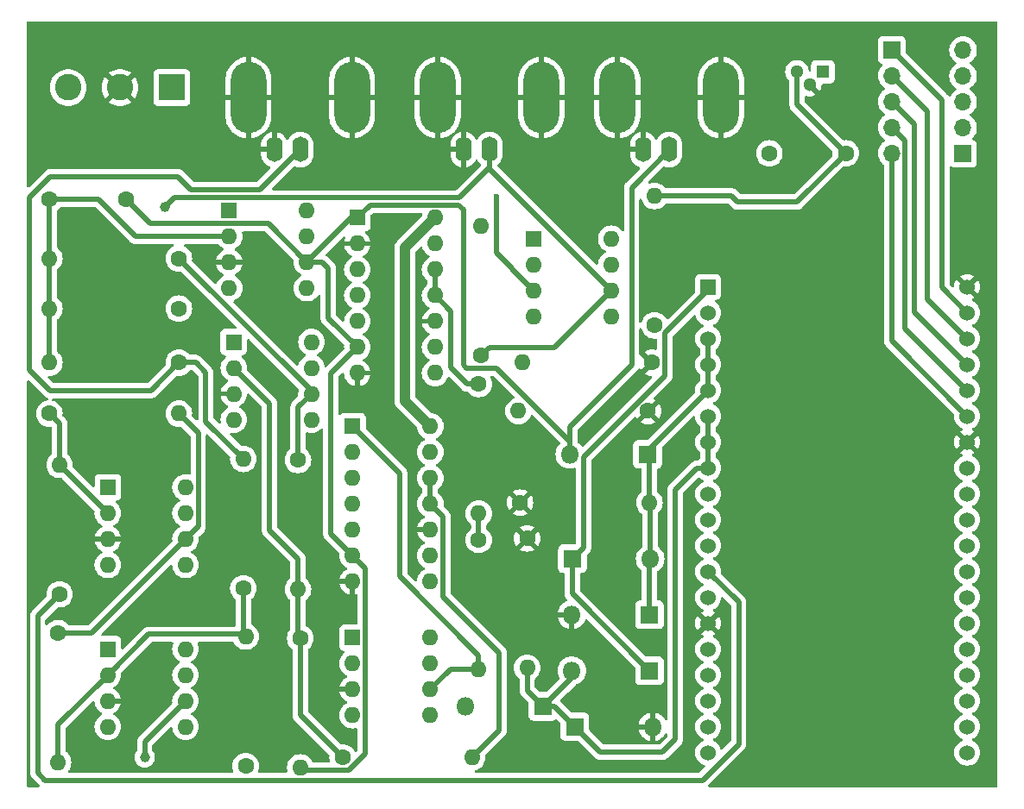
<source format=gbr>
%TF.GenerationSoftware,KiCad,Pcbnew,8.0.3*%
%TF.CreationDate,2025-01-25T16:13:05+05:30*%
%TF.ProjectId,TRNG_surrogate_digital_control,54524e47-5f73-4757-9272-6f676174655f,rev?*%
%TF.SameCoordinates,Original*%
%TF.FileFunction,Copper,L2,Bot*%
%TF.FilePolarity,Positive*%
%FSLAX46Y46*%
G04 Gerber Fmt 4.6, Leading zero omitted, Abs format (unit mm)*
G04 Created by KiCad (PCBNEW 8.0.3) date 2025-01-25 16:13:05*
%MOMM*%
%LPD*%
G01*
G04 APERTURE LIST*
%TA.AperFunction,ComponentPad*%
%ADD10C,1.600000*%
%TD*%
%TA.AperFunction,ComponentPad*%
%ADD11O,1.600000X1.600000*%
%TD*%
%TA.AperFunction,ComponentPad*%
%ADD12R,1.800000X1.800000*%
%TD*%
%TA.AperFunction,ComponentPad*%
%ADD13O,1.800000X1.800000*%
%TD*%
%TA.AperFunction,ComponentPad*%
%ADD14R,1.600000X1.600000*%
%TD*%
%TA.AperFunction,ComponentPad*%
%ADD15R,2.600000X2.600000*%
%TD*%
%TA.AperFunction,ComponentPad*%
%ADD16C,2.600000*%
%TD*%
%TA.AperFunction,ComponentPad*%
%ADD17R,1.300000X1.300000*%
%TD*%
%TA.AperFunction,ComponentPad*%
%ADD18C,1.300000*%
%TD*%
%TA.AperFunction,ComponentPad*%
%ADD19R,1.700000X1.700000*%
%TD*%
%TA.AperFunction,ComponentPad*%
%ADD20O,1.700000X1.700000*%
%TD*%
%TA.AperFunction,ComponentPad*%
%ADD21O,1.600000X2.500000*%
%TD*%
%TA.AperFunction,ComponentPad*%
%ADD22O,3.500000X7.000000*%
%TD*%
%TA.AperFunction,ComponentPad*%
%ADD23R,1.530000X1.530000*%
%TD*%
%TA.AperFunction,ComponentPad*%
%ADD24C,1.530000*%
%TD*%
%TA.AperFunction,ViaPad*%
%ADD25C,0.600000*%
%TD*%
%TA.AperFunction,ViaPad*%
%ADD26C,1.000000*%
%TD*%
%TA.AperFunction,Conductor*%
%ADD27C,0.500000*%
%TD*%
%TA.AperFunction,Conductor*%
%ADD28C,1.000000*%
%TD*%
G04 APERTURE END LIST*
D10*
%TO.P,R15,1*%
%TO.N,Net-(U7--)*%
X119750000Y-133250000D03*
D11*
%TO.P,R15,2*%
%TO.N,Net-(Multiplier2-VO)*%
X132450000Y-133250000D03*
%TD*%
D10*
%TO.P,R19,1*%
%TO.N,GND*%
X137850000Y-111760000D03*
D11*
%TO.P,R19,2*%
%TO.N,Pulse_ADC*%
X137850000Y-124460000D03*
%TD*%
D12*
%TO.P,D4,1,K*%
%TO.N,Pulse_ADC*%
X142540000Y-130250000D03*
D13*
%TO.P,D4,2,A*%
%TO.N,GND*%
X150160000Y-130250000D03*
%TD*%
D12*
%TO.P,D1,1,K*%
%TO.N,TRNG_ADC*%
X149660000Y-103500000D03*
D13*
%TO.P,D1,2,A*%
%TO.N,TRNG_out*%
X142040000Y-103500000D03*
%TD*%
D14*
%TO.P,Multiplier1,1,X1*%
%TO.N,TRNG_out*%
X121200000Y-80285000D03*
D11*
%TO.P,Multiplier1,2,X2*%
%TO.N,GND*%
X121200000Y-82825000D03*
%TO.P,Multiplier1,3,NC*%
%TO.N,unconnected-(Multiplier1-NC-Pad3)*%
X121200000Y-85365000D03*
%TO.P,Multiplier1,4,SF*%
%TO.N,unconnected-(Multiplier1-SF-Pad4)*%
X121200000Y-87905000D03*
%TO.P,Multiplier1,5,NC*%
%TO.N,unconnected-(Multiplier1-NC-Pad5)*%
X121200000Y-90445000D03*
%TO.P,Multiplier1,6,Y1*%
%TO.N,TRNG_out*%
X121200000Y-92985000D03*
%TO.P,Multiplier1,7,Y2*%
%TO.N,GND*%
X121200000Y-95525000D03*
%TO.P,Multiplier1,8,-VS*%
%TO.N,V-*%
X128820000Y-95525000D03*
%TO.P,Multiplier1,9,NC*%
%TO.N,unconnected-(Multiplier1-NC-Pad9)*%
X128820000Y-92985000D03*
%TO.P,Multiplier1,10,Z2*%
%TO.N,GND*%
X128820000Y-90445000D03*
%TO.P,Multiplier1,11,Z1*%
%TO.N,Net-(Multiplier1-VO)*%
X128820000Y-87905000D03*
%TO.P,Multiplier1,12,VO*%
X128820000Y-85365000D03*
%TO.P,Multiplier1,13,NC*%
%TO.N,unconnected-(Multiplier1-NC-Pad13)*%
X128820000Y-82825000D03*
%TO.P,Multiplier1,14,+VS*%
%TO.N,V+*%
X128820000Y-80285000D03*
%TD*%
D14*
%TO.P,U2,1,VOS*%
%TO.N,unconnected-(U2-VOS-Pad1)*%
X96730000Y-122630000D03*
D11*
%TO.P,U2,2,-*%
%TO.N,Net-(U2--)*%
X96730000Y-125170000D03*
%TO.P,U2,3,+*%
%TO.N,GND*%
X96730000Y-127710000D03*
%TO.P,U2,4,V-*%
%TO.N,V-*%
X96730000Y-130250000D03*
%TO.P,U2,5,NC*%
%TO.N,unconnected-(U2-NC-Pad5)*%
X104350000Y-130250000D03*
%TO.P,U2,6*%
%TO.N,TRNG_pulse*%
X104350000Y-127710000D03*
%TO.P,U2,7,V+*%
%TO.N,V+*%
X104350000Y-125170000D03*
%TO.P,U2,8,VOS*%
%TO.N,unconnected-(U2-VOS-Pad8)*%
X104350000Y-122630000D03*
%TD*%
D10*
%TO.P,R5,1*%
%TO.N,DAC_LF*%
X110250000Y-134100000D03*
D11*
%TO.P,R5,2*%
%TO.N,Net-(U2--)*%
X110250000Y-121400000D03*
%TD*%
D10*
%TO.P,R12,1*%
%TO.N,Net-(Multiplier1-VO)*%
X133100000Y-96610000D03*
D11*
%TO.P,R12,2*%
%TO.N,Net-(U6--)*%
X133100000Y-109310000D03*
%TD*%
D12*
%TO.P,D2,1,K*%
%TO.N,Pulse_ADC*%
X139410000Y-128250000D03*
D13*
%TO.P,D2,2,A*%
%TO.N,TRNG_pulse*%
X131790000Y-128250000D03*
%TD*%
D10*
%TO.P,R9,1*%
%TO.N,WGN*%
X133350000Y-93810000D03*
D11*
%TO.P,R9,2*%
%TO.N,Net-(U3--)*%
X133350000Y-81110000D03*
%TD*%
D15*
%TO.P,J1,1,Pin_1*%
%TO.N,V+*%
X103010000Y-67500000D03*
D16*
%TO.P,J1,2,Pin_2*%
%TO.N,GND*%
X97930000Y-67500000D03*
%TO.P,J1,3,Pin_3*%
%TO.N,V-*%
X92850000Y-67500000D03*
%TD*%
D14*
%TO.P,U6,1,VOS*%
%TO.N,unconnected-(U6-VOS-Pad1)*%
X120730000Y-121500000D03*
D11*
%TO.P,U6,2,-*%
%TO.N,Net-(U6--)*%
X120730000Y-124040000D03*
%TO.P,U6,3,+*%
%TO.N,GND*%
X120730000Y-126580000D03*
%TO.P,U6,4,V-*%
%TO.N,V-*%
X120730000Y-129120000D03*
%TO.P,U6,5,NC*%
%TO.N,unconnected-(U6-NC-Pad5)*%
X128350000Y-129120000D03*
%TO.P,U6,6*%
%TO.N,Net-(Multiplier2-X1)*%
X128350000Y-126580000D03*
%TO.P,U6,7,V+*%
%TO.N,V+*%
X128350000Y-124040000D03*
%TO.P,U6,8,VOS*%
%TO.N,unconnected-(U6-VOS-Pad8)*%
X128350000Y-121500000D03*
%TD*%
D14*
%TO.P,Multiplier2,1,X1*%
%TO.N,Net-(Multiplier2-X1)*%
X120730000Y-100750000D03*
D11*
%TO.P,Multiplier2,2,X2*%
%TO.N,GND*%
X120730000Y-103290000D03*
%TO.P,Multiplier2,3,NC*%
%TO.N,unconnected-(Multiplier2-NC-Pad3)*%
X120730000Y-105830000D03*
%TO.P,Multiplier2,4,SF*%
%TO.N,unconnected-(Multiplier2-SF-Pad4)*%
X120730000Y-108370000D03*
%TO.P,Multiplier2,5,NC*%
%TO.N,unconnected-(Multiplier2-NC-Pad5)*%
X120730000Y-110910000D03*
%TO.P,Multiplier2,6,Y1*%
%TO.N,TRNG_out*%
X120730000Y-113450000D03*
%TO.P,Multiplier2,7,Y2*%
%TO.N,GND*%
X120730000Y-115990000D03*
%TO.P,Multiplier2,8,-VS*%
%TO.N,V-*%
X128350000Y-115990000D03*
%TO.P,Multiplier2,9,NC*%
%TO.N,unconnected-(Multiplier2-NC-Pad9)*%
X128350000Y-113450000D03*
%TO.P,Multiplier2,10,Z2*%
%TO.N,GND*%
X128350000Y-110910000D03*
%TO.P,Multiplier2,11,Z1*%
%TO.N,Net-(Multiplier2-VO)*%
X128350000Y-108370000D03*
%TO.P,Multiplier2,12,VO*%
X128350000Y-105830000D03*
%TO.P,Multiplier2,13,NC*%
%TO.N,unconnected-(Multiplier2-NC-Pad13)*%
X128350000Y-103290000D03*
%TO.P,Multiplier2,14,+VS*%
%TO.N,V+*%
X128350000Y-100750000D03*
%TD*%
D17*
%TO.P,Q1,1,C*%
%TO.N,unconnected-(Q1-C-Pad1)*%
X166850000Y-65960000D03*
D18*
%TO.P,Q1,2,B*%
%TO.N,GND*%
X165580000Y-67230000D03*
%TO.P,Q1,3,E*%
%TO.N,Net-(Q1-E)*%
X164310000Y-65960000D03*
%TD*%
D19*
%TO.P,J2,1,Pin_1*%
%TO.N,Net-(J2-Pin_1)*%
X173600000Y-63800000D03*
D20*
%TO.P,J2,2,Pin_2*%
%TO.N,Net-(J2-Pin_2)*%
X173600000Y-66340000D03*
%TO.P,J2,3,Pin_3*%
%TO.N,Net-(J2-Pin_3)*%
X173600000Y-68880000D03*
%TO.P,J2,4,Pin_4*%
%TO.N,Net-(J2-Pin_4)*%
X173600000Y-71420000D03*
%TO.P,J2,5,Pin_5*%
%TO.N,Net-(J2-Pin_5)*%
X173600000Y-73960000D03*
%TD*%
D19*
%TO.P,J3,1,Pin_1*%
%TO.N,Net-(J3-Pin_1)*%
X180600000Y-74000000D03*
D20*
%TO.P,J3,2,Pin_2*%
%TO.N,Net-(J3-Pin_2)*%
X180600000Y-71460000D03*
%TO.P,J3,3,Pin_3*%
%TO.N,Net-(J3-Pin_3)*%
X180600000Y-68920000D03*
%TO.P,J3,4,Pin_4*%
%TO.N,Net-(J3-Pin_4)*%
X180600000Y-66380000D03*
%TO.P,J3,5,Pin_5*%
%TO.N,Net-(J3-Pin_5)*%
X180600000Y-63840000D03*
%TD*%
D14*
%TO.P,U3,1,VOS*%
%TO.N,unconnected-(U3-VOS-Pad1)*%
X138480000Y-82340000D03*
D11*
%TO.P,U3,2,-*%
%TO.N,Net-(U3--)*%
X138480000Y-84880000D03*
%TO.P,U3,3,+*%
%TO.N,Net-(U3-+)*%
X138480000Y-87420000D03*
%TO.P,U3,4,V-*%
%TO.N,V-*%
X138480000Y-89960000D03*
%TO.P,U3,5,NC*%
%TO.N,unconnected-(U3-NC-Pad5)*%
X146100000Y-89960000D03*
%TO.P,U3,6*%
%TO.N,WGN*%
X146100000Y-87420000D03*
%TO.P,U3,7,V+*%
%TO.N,V+*%
X146100000Y-84880000D03*
%TO.P,U3,8,VOS*%
%TO.N,unconnected-(U3-VOS-Pad8)*%
X146100000Y-82340000D03*
%TD*%
D12*
%TO.P,D5,1,K*%
%TO.N,3V*%
X142290000Y-113750000D03*
D13*
%TO.P,D5,2,A*%
%TO.N,TRNG_ADC*%
X149910000Y-113750000D03*
%TD*%
D10*
%TO.P,R18,1*%
%TO.N,GND*%
X137150000Y-108250000D03*
D11*
%TO.P,R18,2*%
%TO.N,TRNG_ADC*%
X149850000Y-108250000D03*
%TD*%
D12*
%TO.P,D6,1,K*%
%TO.N,TRNG_ADC*%
X149850000Y-119250000D03*
D13*
%TO.P,D6,2,A*%
%TO.N,GND*%
X142230000Y-119250000D03*
%TD*%
D10*
%TO.P,C2,1*%
%TO.N,TRNG_out*%
X98500000Y-78500000D03*
%TO.P,C2,2*%
%TO.N,Net-(U5--)*%
X91000000Y-78500000D03*
%TD*%
%TO.P,R16,1*%
%TO.N,Net-(U6--)*%
X133100000Y-111910000D03*
D11*
%TO.P,R16,2*%
%TO.N,Net-(Multiplier2-X1)*%
X133100000Y-124610000D03*
%TD*%
D10*
%TO.P,R7,1*%
%TO.N,GND*%
X150100000Y-94500000D03*
D11*
%TO.P,R7,2*%
%TO.N,Net-(U3-+)*%
X137400000Y-94500000D03*
%TD*%
D10*
%TO.P,R8,1*%
%TO.N,GND*%
X149700000Y-99250000D03*
D11*
%TO.P,R8,2*%
%TO.N,Net-(U3--)*%
X137000000Y-99250000D03*
%TD*%
D21*
%TO.P,Modulating_signal,1,In*%
%TO.N,TRNG_pulse*%
X115595000Y-73580000D03*
D22*
%TO.P,Modulating_signal,2,Ext*%
%TO.N,GND*%
X110515000Y-68500000D03*
D21*
X113055000Y-73580000D03*
D22*
X120675000Y-68500000D03*
%TD*%
D10*
%TO.P,R6,1*%
%TO.N,V+*%
X150350000Y-90850000D03*
D11*
%TO.P,R6,2*%
%TO.N,Net-(Q1-E)*%
X150350000Y-78150000D03*
%TD*%
D14*
%TO.P,U1,1,VOS*%
%TO.N,unconnected-(U1-VOS-Pad1)*%
X96730000Y-106750000D03*
D11*
%TO.P,U1,2,-*%
%TO.N,Net-(U1--)*%
X96730000Y-109290000D03*
%TO.P,U1,3,+*%
%TO.N,GND*%
X96730000Y-111830000D03*
%TO.P,U1,4,V-*%
%TO.N,V-*%
X96730000Y-114370000D03*
%TO.P,U1,5,NC*%
%TO.N,unconnected-(U1-NC-Pad5)*%
X104350000Y-114370000D03*
%TO.P,U1,6*%
%TO.N,Net-(R2-Pad2)*%
X104350000Y-111830000D03*
%TO.P,U1,7,V+*%
%TO.N,V+*%
X104350000Y-109290000D03*
%TO.P,U1,8,VOS*%
%TO.N,unconnected-(U1-VOS-Pad8)*%
X104350000Y-106750000D03*
%TD*%
D10*
%TO.P,R3,1*%
%TO.N,Net-(U2--)*%
X110025000Y-116660000D03*
D11*
%TO.P,R3,2*%
%TO.N,TRNG_pulse*%
X110025000Y-103960000D03*
%TD*%
D10*
%TO.P,R17,1*%
%TO.N,Net-(R13-Pad1)*%
X103700000Y-84275000D03*
D11*
%TO.P,R17,2*%
%TO.N,Net-(U5--)*%
X91000000Y-84275000D03*
%TD*%
D10*
%TO.P,R14,1*%
%TO.N,Net-(U7--)*%
X115600000Y-121550000D03*
D11*
%TO.P,R14,2*%
%TO.N,TRNG_out*%
X115600000Y-134250000D03*
%TD*%
D10*
%TO.P,R11,1*%
%TO.N,WGN*%
X103700000Y-89200000D03*
D11*
%TO.P,R11,2*%
%TO.N,Net-(U5--)*%
X91000000Y-89200000D03*
%TD*%
D21*
%TO.P,Vout,1,In*%
%TO.N,TRNG_out*%
X151770000Y-73580000D03*
D22*
%TO.P,Vout,2,Ext*%
%TO.N,GND*%
X146690000Y-68500000D03*
D21*
X149230000Y-73580000D03*
D22*
X156850000Y-68500000D03*
%TD*%
D10*
%TO.P,R2,1*%
%TO.N,Net-(U1--)*%
X91000000Y-99500000D03*
D11*
%TO.P,R2,2*%
%TO.N,Net-(R2-Pad2)*%
X103700000Y-99500000D03*
%TD*%
D10*
%TO.P,C1,1*%
%TO.N,Net-(Q1-E)*%
X169100000Y-73960000D03*
%TO.P,C1,2*%
%TO.N,Net-(U3-+)*%
X161600000Y-73960000D03*
%TD*%
%TO.P,R4,1*%
%TO.N,Net-(R2-Pad2)*%
X91850000Y-121050000D03*
D11*
%TO.P,R4,2*%
%TO.N,Net-(U2--)*%
X91850000Y-133750000D03*
%TD*%
D14*
%TO.P,U5,1,VOS*%
%TO.N,unconnected-(U5-VOS-Pad1)*%
X108635000Y-79580000D03*
D11*
%TO.P,U5,2,-*%
%TO.N,Net-(U5--)*%
X108635000Y-82120000D03*
%TO.P,U5,3,+*%
%TO.N,GND*%
X108635000Y-84660000D03*
%TO.P,U5,4,V-*%
%TO.N,V-*%
X108635000Y-87200000D03*
%TO.P,U5,5,NC*%
%TO.N,unconnected-(U5-NC-Pad5)*%
X116255000Y-87200000D03*
%TO.P,U5,6*%
%TO.N,TRNG_out*%
X116255000Y-84660000D03*
%TO.P,U5,7,V+*%
%TO.N,V+*%
X116255000Y-82120000D03*
%TO.P,U5,8,VOS*%
%TO.N,unconnected-(U5-VOS-Pad8)*%
X116255000Y-79580000D03*
%TD*%
D14*
%TO.P,U7,1,VOS*%
%TO.N,unconnected-(U7-VOS-Pad1)*%
X109080000Y-92480000D03*
D11*
%TO.P,U7,2,-*%
%TO.N,Net-(U7--)*%
X109080000Y-95020000D03*
%TO.P,U7,3,+*%
%TO.N,GND*%
X109080000Y-97560000D03*
%TO.P,U7,4,V-*%
%TO.N,V-*%
X109080000Y-100100000D03*
%TO.P,U7,5,NC*%
%TO.N,unconnected-(U7-NC-Pad5)*%
X116700000Y-100100000D03*
%TO.P,U7,6*%
%TO.N,Net-(R13-Pad1)*%
X116700000Y-97560000D03*
%TO.P,U7,7,V+*%
%TO.N,V+*%
X116700000Y-95020000D03*
%TO.P,U7,8,VOS*%
%TO.N,unconnected-(U7-VOS-Pad8)*%
X116700000Y-92480000D03*
%TD*%
D10*
%TO.P,R13,1*%
%TO.N,Net-(R13-Pad1)*%
X115375000Y-104060000D03*
D11*
%TO.P,R13,2*%
%TO.N,Net-(U7--)*%
X115375000Y-116760000D03*
%TD*%
D12*
%TO.P,D3,1,K*%
%TO.N,3V*%
X149850000Y-124750000D03*
D13*
%TO.P,D3,2,A*%
%TO.N,Pulse_ADC*%
X142230000Y-124750000D03*
%TD*%
D21*
%TO.P,Noise,1,In*%
%TO.N,WGN*%
X134170000Y-73580000D03*
D22*
%TO.P,Noise,2,Ext*%
%TO.N,GND*%
X129090000Y-68500000D03*
D21*
X131630000Y-73580000D03*
D22*
X139250000Y-68500000D03*
%TD*%
D23*
%TO.P,U4,1,3V3*%
%TO.N,3V*%
X155600000Y-87070000D03*
D24*
%TO.P,U4,2,EN*%
%TO.N,unconnected-(U4-EN-Pad2)*%
X155600000Y-89610000D03*
%TO.P,U4,3,SENSOR_VP*%
%TO.N,TRNG_ADC*%
X155600000Y-92150000D03*
%TO.P,U4,4,SENSOR_VN*%
X155600000Y-94690000D03*
%TO.P,U4,5,IO34*%
X155600000Y-97230000D03*
%TO.P,U4,6,IO35*%
%TO.N,Pulse_ADC*%
X155600000Y-99770000D03*
%TO.P,U4,7,IO32*%
X155600000Y-102310000D03*
%TO.P,U4,8,IO33*%
X155600000Y-104850000D03*
%TO.P,U4,9,IO25*%
%TO.N,DAC_LF*%
X155600000Y-107390000D03*
%TO.P,U4,10,IO26*%
%TO.N,unconnected-(U4-IO26-Pad10)*%
X155600000Y-109930000D03*
%TO.P,U4,11,IO27*%
%TO.N,unconnected-(U4-IO27-Pad11)*%
X155600000Y-112470000D03*
%TO.P,U4,12,IO14*%
%TO.N,SR_pulse_PWM*%
X155600000Y-115010000D03*
%TO.P,U4,13,IO12*%
%TO.N,unconnected-(U4-IO12-Pad13)*%
X155600000Y-117550000D03*
%TO.P,U4,14,GND1*%
%TO.N,GND*%
X155600000Y-120090000D03*
%TO.P,U4,15,IO13*%
%TO.N,unconnected-(U4-IO13-Pad15)*%
X155600000Y-122630000D03*
%TO.P,U4,16,SD2*%
%TO.N,unconnected-(U4-SD2-Pad16)*%
X155600000Y-125170000D03*
%TO.P,U4,17,SD3*%
%TO.N,unconnected-(U4-SD3-Pad17)*%
X155600000Y-127710000D03*
%TO.P,U4,18,CMD*%
%TO.N,unconnected-(U4-CMD-Pad18)*%
X155600000Y-130250000D03*
%TO.P,U4,19,EXT_5V*%
%TO.N,unconnected-(U4-EXT_5V-Pad19)*%
X155600000Y-132790000D03*
%TO.P,U4,20,CLK*%
%TO.N,unconnected-(U4-CLK-Pad20)*%
X181000000Y-132790000D03*
%TO.P,U4,21,SD0*%
%TO.N,unconnected-(U4-SD0-Pad21)*%
X181000000Y-130250000D03*
%TO.P,U4,22,SD1*%
%TO.N,unconnected-(U4-SD1-Pad22)*%
X181000000Y-127710000D03*
%TO.P,U4,23,IO15*%
%TO.N,Net-(J3-Pin_5)*%
X181000000Y-125170000D03*
%TO.P,U4,24,IO2*%
%TO.N,Net-(J3-Pin_4)*%
X181000000Y-122630000D03*
%TO.P,U4,25,IO0*%
%TO.N,Net-(J3-Pin_3)*%
X181000000Y-120090000D03*
%TO.P,U4,26,IO4*%
%TO.N,Net-(J3-Pin_2)*%
X181000000Y-117550000D03*
%TO.P,U4,27,IO16*%
%TO.N,Net-(J3-Pin_1)*%
X181000000Y-115010000D03*
%TO.P,U4,28,IO17*%
%TO.N,unconnected-(U4-IO17-Pad28)*%
X181000000Y-112470000D03*
%TO.P,U4,29,IO5*%
%TO.N,unconnected-(U4-IO5-Pad29)*%
X181000000Y-109930000D03*
%TO.P,U4,30,IO18*%
%TO.N,unconnected-(U4-IO18-Pad30)*%
X181000000Y-107390000D03*
%TO.P,U4,31,IO19*%
%TO.N,unconnected-(U4-IO19-Pad31)*%
X181000000Y-104850000D03*
%TO.P,U4,32,GND2*%
%TO.N,GND*%
X181000000Y-102310000D03*
%TO.P,U4,33,IO21*%
%TO.N,Net-(J2-Pin_5)*%
X181000000Y-99770000D03*
%TO.P,U4,34,RXD0*%
%TO.N,Net-(J2-Pin_4)*%
X181000000Y-97230000D03*
%TO.P,U4,35,TXD0*%
%TO.N,Net-(J2-Pin_3)*%
X181000000Y-94690000D03*
%TO.P,U4,36,IO22*%
%TO.N,Net-(J2-Pin_2)*%
X181000000Y-92150000D03*
%TO.P,U4,37,IO23*%
%TO.N,Net-(J2-Pin_1)*%
X181000000Y-89610000D03*
%TO.P,U4,38,GND3*%
%TO.N,GND*%
X181000000Y-87070000D03*
%TD*%
D10*
%TO.P,R10,1*%
%TO.N,TRNG_pulse*%
X103700000Y-94500000D03*
D11*
%TO.P,R10,2*%
%TO.N,Net-(U5--)*%
X91000000Y-94500000D03*
%TD*%
D10*
%TO.P,R1,1*%
%TO.N,SR_pulse_PWM*%
X92000000Y-117250000D03*
D11*
%TO.P,R1,2*%
%TO.N,Net-(U1--)*%
X92000000Y-104550000D03*
%TD*%
D25*
%TO.N,Net-(U3-+)*%
X134850000Y-78250000D03*
D26*
%TO.N,TRNG_pulse*%
X100350000Y-133250000D03*
%TO.N,WGN*%
X102350000Y-79250000D03*
%TD*%
D27*
%TO.N,Net-(U3-+)*%
X136350000Y-85250000D02*
X134850000Y-83750000D01*
X134850000Y-83750000D02*
X134850000Y-78250000D01*
X138480000Y-87420000D02*
X136350000Y-85290000D01*
X136350000Y-85290000D02*
X136350000Y-85250000D01*
%TO.N,Net-(Q1-E)*%
X158500000Y-78750000D02*
X164310000Y-78750000D01*
X164310000Y-69170000D02*
X169100000Y-73960000D01*
X164310000Y-78750000D02*
X169100000Y-73960000D01*
X150350000Y-78150000D02*
X157900000Y-78150000D01*
X157900000Y-78150000D02*
X158500000Y-78750000D01*
X164310000Y-65960000D02*
X164310000Y-69170000D01*
%TO.N,TRNG_out*%
X117760000Y-84660000D02*
X118350000Y-85250000D01*
X151372767Y-74065000D02*
X151695000Y-74065000D01*
X131910000Y-95060000D02*
X131600000Y-94750000D01*
X121980000Y-114700000D02*
X121980000Y-132870000D01*
X115850000Y-134500000D02*
X115600000Y-134250000D01*
X148100000Y-94732233D02*
X148100000Y-77337767D01*
X118350000Y-85250000D02*
X118350000Y-90135000D01*
X116255000Y-84660000D02*
X117760000Y-84660000D01*
X100870000Y-80870000D02*
X98500000Y-78500000D01*
X122450000Y-79035000D02*
X121200000Y-80285000D01*
X112465000Y-80870000D02*
X100870000Y-80870000D01*
X120350000Y-134500000D02*
X115850000Y-134500000D01*
X142040000Y-100792233D02*
X148100000Y-94732233D01*
X151770000Y-73580000D02*
X151770000Y-73667767D01*
X121980000Y-132870000D02*
X120350000Y-134500000D01*
X131600000Y-94750000D02*
X131600000Y-79500000D01*
X120730000Y-113450000D02*
X121980000Y-114700000D01*
X134872792Y-95060000D02*
X131910000Y-95060000D01*
X121200000Y-80285000D02*
X120630000Y-80285000D01*
X142040000Y-103500000D02*
X142040000Y-102227208D01*
X121200000Y-92985000D02*
X118600000Y-95585000D01*
X151770000Y-73667767D02*
X148100000Y-77337767D01*
X118600000Y-111320000D02*
X120730000Y-113450000D01*
X120630000Y-80285000D02*
X116255000Y-84660000D01*
X142040000Y-102227208D02*
X134872792Y-95060000D01*
X116255000Y-84660000D02*
X112465000Y-80870000D01*
X118600000Y-95585000D02*
X118600000Y-111320000D01*
X131600000Y-79500000D02*
X131135000Y-79035000D01*
X118350000Y-90135000D02*
X121200000Y-92985000D01*
X142040000Y-103500000D02*
X142040000Y-100792233D01*
X131135000Y-79035000D02*
X122450000Y-79035000D01*
%TO.N,Net-(U5--)*%
X95850000Y-78500000D02*
X91000000Y-78500000D01*
X108635000Y-82120000D02*
X99470000Y-82120000D01*
X91000000Y-78500000D02*
X91000000Y-94500000D01*
X99470000Y-82120000D02*
X95850000Y-78500000D01*
%TO.N,TRNG_ADC*%
X149850000Y-108250000D02*
X149850000Y-103690000D01*
X149850000Y-103690000D02*
X149660000Y-103500000D01*
X149850000Y-119250000D02*
X149850000Y-113810000D01*
X149660000Y-103500000D02*
X149660000Y-103170000D01*
X149660000Y-103170000D02*
X155600000Y-97230000D01*
X155600000Y-97230000D02*
X155600000Y-92150000D01*
X149910000Y-108310000D02*
X149850000Y-108250000D01*
X149850000Y-113810000D02*
X149910000Y-113750000D01*
X149910000Y-113750000D02*
X149910000Y-108310000D01*
%TO.N,TRNG_pulse*%
X104850000Y-77500000D02*
X103600000Y-76250000D01*
X108750000Y-77500000D02*
X104850000Y-77500000D01*
X91050000Y-97250000D02*
X100950000Y-97250000D01*
X100350000Y-131710000D02*
X104350000Y-127710000D01*
X89050000Y-78300000D02*
X89050000Y-95250000D01*
X111675000Y-77500000D02*
X108750000Y-77500000D01*
X103600000Y-76250000D02*
X91100000Y-76250000D01*
X105350000Y-94500000D02*
X106350000Y-95500000D01*
X106350000Y-95500000D02*
X106350000Y-100285000D01*
X100350000Y-133250000D02*
X100350000Y-131710000D01*
X91100000Y-76250000D02*
X89050000Y-78300000D01*
X89050000Y-95250000D02*
X91050000Y-97250000D01*
X106350000Y-100285000D02*
X110025000Y-103960000D01*
X103700000Y-94500000D02*
X105350000Y-94500000D01*
X115595000Y-73580000D02*
X111675000Y-77500000D01*
X100950000Y-97250000D02*
X103700000Y-94500000D01*
%TO.N,Pulse_ADC*%
X154500000Y-104850000D02*
X152350000Y-107000000D01*
X140540000Y-128250000D02*
X142540000Y-130250000D01*
X152350000Y-131500000D02*
X151100000Y-132750000D01*
X139410000Y-128250000D02*
X140540000Y-128250000D01*
X152350000Y-107000000D02*
X152350000Y-131500000D01*
X155600000Y-104850000D02*
X154500000Y-104850000D01*
X142230000Y-124750000D02*
X142230000Y-125430000D01*
X137850000Y-126690000D02*
X139410000Y-128250000D01*
X142230000Y-125430000D02*
X139410000Y-128250000D01*
X155600000Y-99770000D02*
X155600000Y-104850000D01*
X145040000Y-132750000D02*
X142540000Y-130250000D01*
X151100000Y-132750000D02*
X145040000Y-132750000D01*
X137850000Y-124460000D02*
X137850000Y-126690000D01*
%TO.N,3V*%
X151350000Y-95790000D02*
X143390000Y-103750000D01*
X142290000Y-117190000D02*
X149850000Y-124750000D01*
X155600000Y-87367767D02*
X151350000Y-91617767D01*
X143390000Y-103750000D02*
X143390000Y-112650000D01*
X155600000Y-87070000D02*
X155600000Y-87367767D01*
X151350000Y-91617767D02*
X151350000Y-95790000D01*
X142290000Y-113750000D02*
X142290000Y-117190000D01*
X143390000Y-112650000D02*
X142290000Y-113750000D01*
D28*
%TO.N,V+*%
X125850000Y-83250000D02*
X125855000Y-83250000D01*
X125850000Y-98250000D02*
X125850000Y-83250000D01*
X128350000Y-100750000D02*
X125850000Y-98250000D01*
X125855000Y-83250000D02*
X128820000Y-80285000D01*
D27*
%TO.N,Net-(Multiplier1-VO)*%
X128820000Y-87905000D02*
X130350000Y-89435000D01*
X128820000Y-85365000D02*
X128820000Y-87905000D01*
X130350000Y-89435000D02*
X130350000Y-95000000D01*
X130350000Y-95000000D02*
X131960000Y-96610000D01*
X131960000Y-96610000D02*
X133100000Y-96610000D01*
%TO.N,Net-(Multiplier2-VO)*%
X129600000Y-117500000D02*
X135100000Y-123000000D01*
X135100000Y-123000000D02*
X135100000Y-130600000D01*
X135100000Y-130600000D02*
X132450000Y-133250000D01*
X128350000Y-105830000D02*
X128350000Y-108370000D01*
X128350000Y-108370000D02*
X129600000Y-109620000D01*
X129600000Y-109620000D02*
X129600000Y-117500000D01*
%TO.N,Net-(Multiplier2-X1)*%
X125350000Y-115500000D02*
X133100000Y-123250000D01*
X133100000Y-124610000D02*
X130320000Y-124610000D01*
X130320000Y-124610000D02*
X128350000Y-126580000D01*
X120730000Y-100750000D02*
X125350000Y-105370000D01*
X133100000Y-123250000D02*
X133100000Y-124610000D01*
X125350000Y-105370000D02*
X125350000Y-115500000D01*
%TO.N,WGN*%
X103270000Y-78330000D02*
X131180000Y-78330000D01*
X140509999Y-93010001D02*
X146100000Y-87420000D01*
X133350000Y-93810000D02*
X134149999Y-93010001D01*
X134170000Y-75340000D02*
X134095000Y-75415000D01*
X134170000Y-73580000D02*
X134170000Y-75340000D01*
X134149999Y-93010001D02*
X140509999Y-93010001D01*
X134095000Y-75415000D02*
X146100000Y-87420000D01*
X102350000Y-79250000D02*
X103270000Y-78330000D01*
X131180000Y-78330000D02*
X134095000Y-75415000D01*
%TO.N,SR_pulse_PWM*%
X158600000Y-131935000D02*
X155035000Y-135500000D01*
X89850000Y-134750000D02*
X89850000Y-119400000D01*
X158600000Y-118010000D02*
X158600000Y-131935000D01*
X155035000Y-135500000D02*
X90600000Y-135500000D01*
X89850000Y-119400000D02*
X92000000Y-117250000D01*
X155600000Y-115010000D02*
X158600000Y-118010000D01*
X90600000Y-135500000D02*
X89850000Y-134750000D01*
%TO.N,Net-(U1--)*%
X92000000Y-104560000D02*
X92000000Y-104550000D01*
X92000000Y-100500000D02*
X91000000Y-99500000D01*
X92000000Y-104550000D02*
X92000000Y-100500000D01*
X96730000Y-109290000D02*
X92000000Y-104560000D01*
%TO.N,Net-(R2-Pad2)*%
X103700000Y-99500000D02*
X105600000Y-101400000D01*
X105600000Y-110580000D02*
X104350000Y-111830000D01*
X95130000Y-121050000D02*
X104350000Y-111830000D01*
X105600000Y-101400000D02*
X105600000Y-110580000D01*
X91850000Y-121050000D02*
X95130000Y-121050000D01*
%TO.N,Net-(U2--)*%
X110025000Y-116660000D02*
X110025000Y-121175000D01*
X100725000Y-121175000D02*
X96730000Y-125170000D01*
X91850000Y-130050000D02*
X91850000Y-133750000D01*
X110250000Y-121400000D02*
X110025000Y-121175000D01*
X110025000Y-121175000D02*
X100725000Y-121175000D01*
X96730000Y-125170000D02*
X91850000Y-130050000D01*
%TO.N,Net-(U6--)*%
X133100000Y-109310000D02*
X133100000Y-111910000D01*
%TO.N,Net-(R13-Pad1)*%
X103700000Y-84275000D02*
X116700000Y-97275000D01*
X115375000Y-98885000D02*
X115375000Y-104060000D01*
X116700000Y-97560000D02*
X115375000Y-98885000D01*
X116700000Y-97275000D02*
X116700000Y-97560000D01*
%TO.N,Net-(U7--)*%
X112600000Y-98540000D02*
X112600000Y-111000000D01*
X115375000Y-113775000D02*
X115375000Y-116760000D01*
X115375000Y-116760000D02*
X115375000Y-121325000D01*
X112600000Y-111000000D02*
X115375000Y-113775000D01*
X115375000Y-121325000D02*
X115600000Y-121550000D01*
X109080000Y-95020000D02*
X112600000Y-98540000D01*
X115600000Y-129100000D02*
X119750000Y-133250000D01*
X115600000Y-121550000D02*
X115600000Y-129100000D01*
%TO.N,Net-(J2-Pin_4)*%
X174900000Y-91130000D02*
X181000000Y-97230000D01*
X174900000Y-72720000D02*
X174900000Y-91130000D01*
X173600000Y-71420000D02*
X174900000Y-72720000D01*
%TO.N,Net-(J2-Pin_2)*%
X181000000Y-92150000D02*
X177100000Y-88250000D01*
X177100000Y-69840000D02*
X173600000Y-66340000D01*
X177100000Y-88250000D02*
X177100000Y-69840000D01*
%TO.N,Net-(J2-Pin_1)*%
X178500000Y-68700000D02*
X173600000Y-63800000D01*
X181000000Y-89610000D02*
X178500000Y-87110000D01*
X178500000Y-87110000D02*
X178500000Y-68700000D01*
%TO.N,Net-(J2-Pin_5)*%
X181000000Y-99770000D02*
X173600000Y-92370000D01*
X173600000Y-92370000D02*
X173600000Y-73960000D01*
%TO.N,Net-(J2-Pin_3)*%
X181000000Y-94690000D02*
X175850000Y-89540000D01*
X175850000Y-71130000D02*
X173600000Y-68880000D01*
X175850000Y-89540000D02*
X175850000Y-71130000D01*
%TD*%
%TA.AperFunction,Conductor*%
%TO.N,GND*%
G36*
X105054809Y-95270185D02*
G01*
X105075451Y-95286819D01*
X105563181Y-95774548D01*
X105596666Y-95835871D01*
X105599500Y-95862229D01*
X105599500Y-100038770D01*
X105579815Y-100105809D01*
X105527011Y-100151564D01*
X105457853Y-100161508D01*
X105394297Y-100132483D01*
X105387819Y-100126451D01*
X105026716Y-99765348D01*
X104993231Y-99704025D01*
X104990869Y-99666863D01*
X105005468Y-99500000D01*
X105002350Y-99464366D01*
X104998741Y-99423111D01*
X104985635Y-99273308D01*
X104926739Y-99053504D01*
X104830568Y-98847266D01*
X104700047Y-98660861D01*
X104700045Y-98660858D01*
X104539141Y-98499954D01*
X104411901Y-98410861D01*
X104352734Y-98369432D01*
X104249059Y-98321087D01*
X104146497Y-98273261D01*
X104146488Y-98273258D01*
X103926697Y-98214366D01*
X103926693Y-98214365D01*
X103926692Y-98214365D01*
X103926691Y-98214364D01*
X103926686Y-98214364D01*
X103700002Y-98194532D01*
X103699998Y-98194532D01*
X103473313Y-98214364D01*
X103473302Y-98214366D01*
X103253511Y-98273258D01*
X103253502Y-98273261D01*
X103047266Y-98369432D01*
X102860858Y-98499954D01*
X102699954Y-98660858D01*
X102569432Y-98847265D01*
X102569431Y-98847267D01*
X102473261Y-99053502D01*
X102473258Y-99053511D01*
X102414366Y-99273302D01*
X102414364Y-99273313D01*
X102394532Y-99499998D01*
X102394532Y-99500001D01*
X102414364Y-99726686D01*
X102414366Y-99726697D01*
X102473258Y-99946488D01*
X102473261Y-99946497D01*
X102569431Y-100152732D01*
X102569432Y-100152734D01*
X102699954Y-100339141D01*
X102860858Y-100500045D01*
X102860861Y-100500047D01*
X103047266Y-100630568D01*
X103253504Y-100726739D01*
X103473308Y-100785635D01*
X103635230Y-100799801D01*
X103699998Y-100805468D01*
X103700000Y-100805468D01*
X103700001Y-100805468D01*
X103720062Y-100803712D01*
X103866861Y-100790869D01*
X103935359Y-100804635D01*
X103965348Y-100826716D01*
X104813181Y-101674549D01*
X104846666Y-101735872D01*
X104849500Y-101762230D01*
X104849500Y-105375863D01*
X104829815Y-105442902D01*
X104777011Y-105488657D01*
X104707853Y-105498601D01*
X104693407Y-105495638D01*
X104576697Y-105464366D01*
X104576693Y-105464365D01*
X104576692Y-105464365D01*
X104576691Y-105464364D01*
X104576686Y-105464364D01*
X104350002Y-105444532D01*
X104349998Y-105444532D01*
X104123313Y-105464364D01*
X104123302Y-105464366D01*
X103903511Y-105523258D01*
X103903502Y-105523261D01*
X103697267Y-105619431D01*
X103697265Y-105619432D01*
X103510858Y-105749954D01*
X103349954Y-105910858D01*
X103219432Y-106097265D01*
X103219431Y-106097267D01*
X103123261Y-106303502D01*
X103123258Y-106303511D01*
X103064366Y-106523302D01*
X103064364Y-106523313D01*
X103044532Y-106749998D01*
X103044532Y-106750001D01*
X103064364Y-106976686D01*
X103064366Y-106976697D01*
X103123258Y-107196488D01*
X103123261Y-107196497D01*
X103219431Y-107402732D01*
X103219432Y-107402734D01*
X103349954Y-107589141D01*
X103510858Y-107750045D01*
X103510861Y-107750047D01*
X103697266Y-107880568D01*
X103755275Y-107907618D01*
X103807714Y-107953791D01*
X103826866Y-108020984D01*
X103806650Y-108087865D01*
X103755275Y-108132382D01*
X103697267Y-108159431D01*
X103697265Y-108159432D01*
X103510858Y-108289954D01*
X103349954Y-108450858D01*
X103219432Y-108637265D01*
X103219431Y-108637267D01*
X103123261Y-108843502D01*
X103123258Y-108843511D01*
X103064366Y-109063302D01*
X103064364Y-109063313D01*
X103044532Y-109289998D01*
X103044532Y-109290001D01*
X103064364Y-109516686D01*
X103064366Y-109516697D01*
X103123258Y-109736488D01*
X103123261Y-109736497D01*
X103219431Y-109942732D01*
X103219432Y-109942734D01*
X103349954Y-110129141D01*
X103510858Y-110290045D01*
X103510861Y-110290047D01*
X103697266Y-110420568D01*
X103755275Y-110447618D01*
X103807714Y-110493791D01*
X103826866Y-110560984D01*
X103806650Y-110627865D01*
X103755275Y-110672382D01*
X103697267Y-110699431D01*
X103697265Y-110699432D01*
X103510858Y-110829954D01*
X103349954Y-110990858D01*
X103219432Y-111177265D01*
X103219431Y-111177267D01*
X103123261Y-111383502D01*
X103123258Y-111383511D01*
X103064366Y-111603302D01*
X103064364Y-111603313D01*
X103044532Y-111829998D01*
X103044532Y-111830003D01*
X103059129Y-111996861D01*
X103045362Y-112065360D01*
X103023282Y-112095348D01*
X94855451Y-120263181D01*
X94794128Y-120296666D01*
X94767770Y-120299500D01*
X92976663Y-120299500D01*
X92909624Y-120279815D01*
X92875088Y-120246623D01*
X92850045Y-120210858D01*
X92689141Y-120049954D01*
X92502734Y-119919432D01*
X92502732Y-119919431D01*
X92296497Y-119823261D01*
X92296488Y-119823258D01*
X92076697Y-119764366D01*
X92076693Y-119764365D01*
X92076692Y-119764365D01*
X92076691Y-119764364D01*
X92076686Y-119764364D01*
X91850002Y-119744532D01*
X91849998Y-119744532D01*
X91623313Y-119764364D01*
X91623302Y-119764366D01*
X91403511Y-119823258D01*
X91403502Y-119823261D01*
X91197267Y-119919431D01*
X91197265Y-119919432D01*
X91010858Y-120049954D01*
X90849954Y-120210858D01*
X90826075Y-120244962D01*
X90771498Y-120288587D01*
X90702000Y-120295781D01*
X90639645Y-120264258D01*
X90604231Y-120204029D01*
X90600500Y-120173839D01*
X90600500Y-119762229D01*
X90620185Y-119695190D01*
X90636819Y-119674548D01*
X91130285Y-119181082D01*
X91734652Y-118576714D01*
X91795973Y-118543231D01*
X91833135Y-118540869D01*
X91976366Y-118553400D01*
X91999999Y-118555468D01*
X92000000Y-118555468D01*
X92000002Y-118555468D01*
X92056673Y-118550509D01*
X92226692Y-118535635D01*
X92446496Y-118476739D01*
X92652734Y-118380568D01*
X92839139Y-118250047D01*
X93000047Y-118089139D01*
X93130568Y-117902734D01*
X93226739Y-117696496D01*
X93285635Y-117476692D01*
X93305468Y-117250000D01*
X93304929Y-117243844D01*
X93293703Y-117115524D01*
X93285635Y-117023308D01*
X93226739Y-116803504D01*
X93130568Y-116597266D01*
X93000047Y-116410861D01*
X93000045Y-116410858D01*
X92839141Y-116249954D01*
X92652734Y-116119432D01*
X92652732Y-116119431D01*
X92446497Y-116023261D01*
X92446488Y-116023258D01*
X92226697Y-115964366D01*
X92226693Y-115964365D01*
X92226692Y-115964365D01*
X92226691Y-115964364D01*
X92226686Y-115964364D01*
X92000002Y-115944532D01*
X91999998Y-115944532D01*
X91773313Y-115964364D01*
X91773302Y-115964366D01*
X91553511Y-116023258D01*
X91553502Y-116023261D01*
X91347267Y-116119431D01*
X91347265Y-116119432D01*
X91160858Y-116249954D01*
X90999954Y-116410858D01*
X90869432Y-116597265D01*
X90869431Y-116597267D01*
X90773261Y-116803502D01*
X90773258Y-116803511D01*
X90714366Y-117023302D01*
X90714364Y-117023313D01*
X90694532Y-117249998D01*
X90694532Y-117250003D01*
X90709129Y-117416861D01*
X90695362Y-117485360D01*
X90673282Y-117515348D01*
X89267047Y-118921584D01*
X89267043Y-118921589D01*
X89221431Y-118989856D01*
X89221430Y-118989858D01*
X89203173Y-119017181D01*
X89184916Y-119044504D01*
X89184912Y-119044511D01*
X89128343Y-119181082D01*
X89128340Y-119181092D01*
X89099500Y-119326079D01*
X89099500Y-119326082D01*
X89099500Y-134823918D01*
X89099500Y-134823920D01*
X89099499Y-134823920D01*
X89128340Y-134968907D01*
X89128343Y-134968917D01*
X89184913Y-135105490D01*
X89184914Y-135105492D01*
X89210982Y-135144505D01*
X89210983Y-135144507D01*
X89267045Y-135228414D01*
X89267049Y-135228418D01*
X90011451Y-135972819D01*
X90044936Y-136034142D01*
X90039952Y-136103833D01*
X89998080Y-136159767D01*
X89932616Y-136184184D01*
X89923770Y-136184500D01*
X88924500Y-136184500D01*
X88857461Y-136164815D01*
X88811706Y-136112011D01*
X88800500Y-136060500D01*
X88800500Y-96361229D01*
X88820185Y-96294190D01*
X88872989Y-96248435D01*
X88942147Y-96238491D01*
X89005703Y-96267516D01*
X89012181Y-96273548D01*
X90467049Y-97728416D01*
X90522851Y-97784218D01*
X90571585Y-97832952D01*
X90694498Y-97915080D01*
X90694507Y-97915085D01*
X90836606Y-97973944D01*
X90891009Y-98017785D01*
X90913074Y-98084079D01*
X90895795Y-98151778D01*
X90844658Y-98199389D01*
X90799962Y-98212033D01*
X90773311Y-98214364D01*
X90773302Y-98214366D01*
X90553511Y-98273258D01*
X90553502Y-98273261D01*
X90347266Y-98369432D01*
X90160858Y-98499954D01*
X89999954Y-98660858D01*
X89869432Y-98847265D01*
X89869431Y-98847267D01*
X89773261Y-99053502D01*
X89773258Y-99053511D01*
X89714366Y-99273302D01*
X89714364Y-99273313D01*
X89694532Y-99499998D01*
X89694532Y-99500001D01*
X89714364Y-99726686D01*
X89714366Y-99726697D01*
X89773258Y-99946488D01*
X89773261Y-99946497D01*
X89869431Y-100152732D01*
X89869432Y-100152734D01*
X89999954Y-100339141D01*
X90160858Y-100500045D01*
X90160861Y-100500047D01*
X90347266Y-100630568D01*
X90553504Y-100726739D01*
X90773308Y-100785635D01*
X90935230Y-100799801D01*
X90999998Y-100805468D01*
X91000000Y-100805468D01*
X91000001Y-100805468D01*
X91012922Y-100804337D01*
X91114694Y-100795433D01*
X91183192Y-100809199D01*
X91233375Y-100857814D01*
X91249500Y-100918961D01*
X91249500Y-103423336D01*
X91229815Y-103490375D01*
X91196625Y-103524910D01*
X91160863Y-103549951D01*
X90999951Y-103710862D01*
X90869432Y-103897265D01*
X90869431Y-103897267D01*
X90773261Y-104103502D01*
X90773258Y-104103511D01*
X90714366Y-104323302D01*
X90714364Y-104323313D01*
X90694532Y-104549998D01*
X90694532Y-104550001D01*
X90714364Y-104776686D01*
X90714366Y-104776697D01*
X90773258Y-104996488D01*
X90773261Y-104996497D01*
X90869431Y-105202732D01*
X90869432Y-105202734D01*
X90999954Y-105389141D01*
X91160858Y-105550045D01*
X91160861Y-105550047D01*
X91347266Y-105680568D01*
X91553504Y-105776739D01*
X91773308Y-105835635D01*
X91935230Y-105849801D01*
X91999998Y-105855468D01*
X92000000Y-105855468D01*
X92157665Y-105841673D01*
X92226163Y-105855439D01*
X92256152Y-105877520D01*
X95403282Y-109024650D01*
X95436767Y-109085973D01*
X95439129Y-109123137D01*
X95424532Y-109289996D01*
X95424532Y-109290001D01*
X95444364Y-109516686D01*
X95444366Y-109516697D01*
X95503258Y-109736488D01*
X95503261Y-109736497D01*
X95599431Y-109942732D01*
X95599432Y-109942734D01*
X95729954Y-110129141D01*
X95890858Y-110290045D01*
X95890861Y-110290047D01*
X96077266Y-110420568D01*
X96135865Y-110447893D01*
X96188305Y-110494065D01*
X96207457Y-110561258D01*
X96187242Y-110628139D01*
X96135867Y-110672657D01*
X96077515Y-110699867D01*
X95891179Y-110830342D01*
X95730342Y-110991179D01*
X95599865Y-111177517D01*
X95503734Y-111383673D01*
X95503730Y-111383682D01*
X95451127Y-111579999D01*
X95451128Y-111580000D01*
X96414314Y-111580000D01*
X96409920Y-111584394D01*
X96357259Y-111675606D01*
X96330000Y-111777339D01*
X96330000Y-111882661D01*
X96357259Y-111984394D01*
X96409920Y-112075606D01*
X96414314Y-112080000D01*
X95451128Y-112080000D01*
X95503730Y-112276317D01*
X95503734Y-112276326D01*
X95599865Y-112482482D01*
X95730342Y-112668820D01*
X95891179Y-112829657D01*
X96077518Y-112960134D01*
X96077520Y-112960135D01*
X96135865Y-112987342D01*
X96188305Y-113033514D01*
X96207457Y-113100707D01*
X96187242Y-113167589D01*
X96135867Y-113212105D01*
X96077268Y-113239431D01*
X96077264Y-113239433D01*
X95890858Y-113369954D01*
X95729954Y-113530858D01*
X95599432Y-113717265D01*
X95599431Y-113717267D01*
X95503261Y-113923502D01*
X95503258Y-113923511D01*
X95444366Y-114143302D01*
X95444364Y-114143313D01*
X95424532Y-114369998D01*
X95424532Y-114370001D01*
X95444364Y-114596686D01*
X95444366Y-114596697D01*
X95503258Y-114816488D01*
X95503261Y-114816497D01*
X95599431Y-115022732D01*
X95599432Y-115022734D01*
X95729954Y-115209141D01*
X95890858Y-115370045D01*
X95890861Y-115370047D01*
X96077266Y-115500568D01*
X96283504Y-115596739D01*
X96503308Y-115655635D01*
X96665230Y-115669801D01*
X96729998Y-115675468D01*
X96730000Y-115675468D01*
X96730002Y-115675468D01*
X96793414Y-115669920D01*
X96956692Y-115655635D01*
X97176496Y-115596739D01*
X97382734Y-115500568D01*
X97569139Y-115370047D01*
X97730047Y-115209139D01*
X97860568Y-115022734D01*
X97956739Y-114816496D01*
X98015635Y-114596692D01*
X98032634Y-114402384D01*
X98035468Y-114370001D01*
X98035468Y-114369998D01*
X98020021Y-114193444D01*
X98015635Y-114143308D01*
X97956739Y-113923504D01*
X97860568Y-113717266D01*
X97730047Y-113530861D01*
X97730045Y-113530858D01*
X97569141Y-113369954D01*
X97382734Y-113239432D01*
X97382732Y-113239431D01*
X97324725Y-113212382D01*
X97324132Y-113212105D01*
X97271694Y-113165934D01*
X97252542Y-113098740D01*
X97272758Y-113031859D01*
X97324134Y-112987341D01*
X97382484Y-112960132D01*
X97568820Y-112829657D01*
X97729657Y-112668820D01*
X97860134Y-112482482D01*
X97956265Y-112276326D01*
X97956269Y-112276317D01*
X98008872Y-112080000D01*
X97045686Y-112080000D01*
X97050080Y-112075606D01*
X97102741Y-111984394D01*
X97130000Y-111882661D01*
X97130000Y-111777339D01*
X97102741Y-111675606D01*
X97050080Y-111584394D01*
X97045686Y-111580000D01*
X98008872Y-111580000D01*
X98008872Y-111579999D01*
X97956269Y-111383682D01*
X97956265Y-111383673D01*
X97860134Y-111177517D01*
X97729657Y-110991179D01*
X97568820Y-110830342D01*
X97382482Y-110699865D01*
X97324133Y-110672657D01*
X97271694Y-110626484D01*
X97252542Y-110559291D01*
X97272758Y-110492410D01*
X97324129Y-110447895D01*
X97382734Y-110420568D01*
X97569139Y-110290047D01*
X97730047Y-110129139D01*
X97860568Y-109942734D01*
X97956739Y-109736496D01*
X98015635Y-109516692D01*
X98035468Y-109290000D01*
X98033237Y-109264505D01*
X98027709Y-109201310D01*
X98015635Y-109063308D01*
X97956739Y-108843504D01*
X97860568Y-108637266D01*
X97748130Y-108476686D01*
X97730045Y-108450858D01*
X97569143Y-108289956D01*
X97544536Y-108272726D01*
X97500912Y-108218149D01*
X97493719Y-108148650D01*
X97525241Y-108086296D01*
X97585471Y-108050882D01*
X97602404Y-108047861D01*
X97637483Y-108044091D01*
X97772331Y-107993796D01*
X97887546Y-107907546D01*
X97973796Y-107792331D01*
X98024091Y-107657483D01*
X98030500Y-107597873D01*
X98030499Y-105902128D01*
X98024091Y-105842517D01*
X98023776Y-105841673D01*
X97973797Y-105707671D01*
X97973793Y-105707664D01*
X97887547Y-105592455D01*
X97887544Y-105592452D01*
X97772335Y-105506206D01*
X97772328Y-105506202D01*
X97637482Y-105455908D01*
X97637483Y-105455908D01*
X97577883Y-105449501D01*
X97577881Y-105449500D01*
X97577873Y-105449500D01*
X97577864Y-105449500D01*
X95882129Y-105449500D01*
X95882123Y-105449501D01*
X95822516Y-105455908D01*
X95687671Y-105506202D01*
X95687664Y-105506206D01*
X95572455Y-105592452D01*
X95572452Y-105592455D01*
X95486206Y-105707664D01*
X95486202Y-105707671D01*
X95435908Y-105842517D01*
X95429501Y-105902116D01*
X95429501Y-105902123D01*
X95429500Y-105902135D01*
X95429500Y-106628770D01*
X95409815Y-106695809D01*
X95357011Y-106741564D01*
X95287853Y-106751508D01*
X95224297Y-106722483D01*
X95217819Y-106716451D01*
X93325912Y-104824544D01*
X93292427Y-104763221D01*
X93290065Y-104726056D01*
X93305468Y-104550001D01*
X93305468Y-104549998D01*
X93296511Y-104447618D01*
X93285635Y-104323308D01*
X93226739Y-104103504D01*
X93130568Y-103897266D01*
X93038701Y-103766065D01*
X93000048Y-103710862D01*
X92935120Y-103645934D01*
X92839139Y-103549953D01*
X92834373Y-103546615D01*
X92803375Y-103524910D01*
X92759751Y-103470332D01*
X92750500Y-103423336D01*
X92750500Y-100426081D01*
X92744219Y-100394507D01*
X92744219Y-100394505D01*
X92726119Y-100303511D01*
X92721659Y-100281088D01*
X92678115Y-100175965D01*
X92665084Y-100144505D01*
X92657051Y-100132483D01*
X92582954Y-100021588D01*
X92582953Y-100021587D01*
X92582951Y-100021584D01*
X92478416Y-99917049D01*
X92326714Y-99765346D01*
X92293231Y-99704025D01*
X92290869Y-99666863D01*
X92305468Y-99500000D01*
X92302350Y-99464366D01*
X92298741Y-99423111D01*
X92285635Y-99273308D01*
X92226739Y-99053504D01*
X92130568Y-98847266D01*
X92000047Y-98660861D01*
X92000045Y-98660858D01*
X91839141Y-98499954D01*
X91711901Y-98410861D01*
X91652734Y-98369432D01*
X91549059Y-98321087D01*
X91446497Y-98273261D01*
X91446488Y-98273258D01*
X91338319Y-98244275D01*
X91278658Y-98207910D01*
X91248129Y-98145063D01*
X91256424Y-98075688D01*
X91300909Y-98021810D01*
X91367461Y-98000535D01*
X91370412Y-98000500D01*
X101023920Y-98000500D01*
X101121462Y-97981096D01*
X101168913Y-97971658D01*
X101305495Y-97915084D01*
X101366748Y-97874156D01*
X101428416Y-97832952D01*
X103434652Y-95826714D01*
X103495973Y-95793231D01*
X103533135Y-95790869D01*
X103676366Y-95803400D01*
X103699999Y-95805468D01*
X103700000Y-95805468D01*
X103700002Y-95805468D01*
X103756673Y-95800509D01*
X103926692Y-95785635D01*
X104146496Y-95726739D01*
X104352734Y-95630568D01*
X104539139Y-95500047D01*
X104700047Y-95339139D01*
X104725088Y-95303377D01*
X104779665Y-95259752D01*
X104826663Y-95250500D01*
X104987770Y-95250500D01*
X105054809Y-95270185D01*
G37*
%TD.AperFunction*%
%TA.AperFunction,Conductor*%
G36*
X183917539Y-61030185D02*
G01*
X183963294Y-61082989D01*
X183974500Y-61134500D01*
X183974500Y-136060500D01*
X183954815Y-136127539D01*
X183902011Y-136173294D01*
X183850500Y-136184500D01*
X155711230Y-136184500D01*
X155644191Y-136164815D01*
X155598436Y-136112011D01*
X155588492Y-136042853D01*
X155617517Y-135979297D01*
X155623549Y-135972819D01*
X159182948Y-132413419D01*
X159182947Y-132413419D01*
X159182951Y-132413416D01*
X159265084Y-132290495D01*
X159321658Y-132153913D01*
X159350500Y-132008918D01*
X159350500Y-131861083D01*
X159350500Y-117936082D01*
X159343867Y-117902734D01*
X159321659Y-117791088D01*
X159267567Y-117660500D01*
X159265084Y-117654505D01*
X159192246Y-117545495D01*
X159192241Y-117545488D01*
X159182954Y-117531588D01*
X159182950Y-117531583D01*
X156894408Y-115243041D01*
X156860923Y-115181718D01*
X156858561Y-115144557D01*
X156870334Y-115010000D01*
X156870119Y-115007547D01*
X156863026Y-114926465D01*
X156851035Y-114789409D01*
X156793723Y-114575520D01*
X156700142Y-114374833D01*
X156573132Y-114193445D01*
X156416555Y-114036868D01*
X156235167Y-113909858D01*
X156111907Y-113852381D01*
X156059468Y-113806210D01*
X156040316Y-113739017D01*
X156060531Y-113672136D01*
X156111908Y-113627618D01*
X156134981Y-113616859D01*
X156235167Y-113570142D01*
X156416555Y-113443132D01*
X156573132Y-113286555D01*
X156700142Y-113105167D01*
X156793723Y-112904480D01*
X156851035Y-112690591D01*
X156868980Y-112485472D01*
X156870334Y-112470001D01*
X156870334Y-112469998D01*
X156859792Y-112349500D01*
X156851035Y-112249409D01*
X156793723Y-112035520D01*
X156700142Y-111834833D01*
X156573132Y-111653445D01*
X156416555Y-111496868D01*
X156235167Y-111369858D01*
X156111907Y-111312381D01*
X156059468Y-111266210D01*
X156040316Y-111199017D01*
X156060531Y-111132136D01*
X156111908Y-111087618D01*
X156235167Y-111030142D01*
X156416555Y-110903132D01*
X156573132Y-110746555D01*
X156700142Y-110565167D01*
X156793723Y-110364480D01*
X156851035Y-110150591D01*
X156870334Y-109930000D01*
X156851035Y-109709409D01*
X156793723Y-109495520D01*
X156700142Y-109294833D01*
X156573132Y-109113445D01*
X156416555Y-108956868D01*
X156235167Y-108829858D01*
X156111907Y-108772381D01*
X156059468Y-108726210D01*
X156040316Y-108659017D01*
X156060531Y-108592136D01*
X156111908Y-108547618D01*
X156134981Y-108536859D01*
X156235167Y-108490142D01*
X156416555Y-108363132D01*
X156573132Y-108206555D01*
X156700142Y-108025167D01*
X156793723Y-107824480D01*
X156851035Y-107610591D01*
X156870334Y-107390000D01*
X156851035Y-107169409D01*
X156793723Y-106955520D01*
X156788833Y-106945034D01*
X156746890Y-106855086D01*
X156700142Y-106754833D01*
X156573132Y-106573445D01*
X156416555Y-106416868D01*
X156235167Y-106289858D01*
X156111907Y-106232381D01*
X156059468Y-106186210D01*
X156040316Y-106119017D01*
X156060531Y-106052136D01*
X156111908Y-106007618D01*
X156235167Y-105950142D01*
X156416555Y-105823132D01*
X156573132Y-105666555D01*
X156700142Y-105485167D01*
X156793723Y-105284480D01*
X156851035Y-105070591D01*
X156870334Y-104850000D01*
X156851035Y-104629409D01*
X156793723Y-104415520D01*
X156789511Y-104406488D01*
X156750721Y-104323302D01*
X156700142Y-104214833D01*
X156573132Y-104033445D01*
X156416555Y-103876868D01*
X156416552Y-103876866D01*
X156416550Y-103876864D01*
X156403374Y-103867638D01*
X156359751Y-103813061D01*
X156350500Y-103766065D01*
X156350500Y-103393934D01*
X156370185Y-103326895D01*
X156403376Y-103292359D01*
X156416555Y-103283132D01*
X156573132Y-103126555D01*
X156700142Y-102945167D01*
X156793723Y-102744480D01*
X156851035Y-102530591D01*
X156869150Y-102323530D01*
X156870334Y-102310001D01*
X156870334Y-102309998D01*
X156856879Y-102156206D01*
X156851035Y-102089409D01*
X156793723Y-101875520D01*
X156700142Y-101674833D01*
X156573132Y-101493445D01*
X156416555Y-101336868D01*
X156416552Y-101336866D01*
X156416550Y-101336864D01*
X156403374Y-101327638D01*
X156359751Y-101273061D01*
X156350500Y-101226065D01*
X156350500Y-100853934D01*
X156370185Y-100786895D01*
X156403376Y-100752359D01*
X156416555Y-100743132D01*
X156573132Y-100586555D01*
X156700142Y-100405167D01*
X156793723Y-100204480D01*
X156851035Y-99990591D01*
X156870334Y-99770000D01*
X156867533Y-99737989D01*
X156860160Y-99653712D01*
X156851035Y-99549409D01*
X156793723Y-99335520D01*
X156700142Y-99134833D01*
X156573132Y-98953445D01*
X156416555Y-98796868D01*
X156235167Y-98669858D01*
X156227069Y-98666082D01*
X156111908Y-98612382D01*
X156059468Y-98566210D01*
X156040316Y-98499017D01*
X156060531Y-98432136D01*
X156111908Y-98387618D01*
X156150906Y-98369433D01*
X156235167Y-98330142D01*
X156416555Y-98203132D01*
X156573132Y-98046555D01*
X156700142Y-97865167D01*
X156793723Y-97664480D01*
X156851035Y-97450591D01*
X156870334Y-97230000D01*
X156865924Y-97179598D01*
X156860811Y-97121147D01*
X156851035Y-97009409D01*
X156793723Y-96795520D01*
X156700142Y-96594833D01*
X156573132Y-96413445D01*
X156416555Y-96256868D01*
X156416552Y-96256866D01*
X156416550Y-96256864D01*
X156403374Y-96247638D01*
X156359751Y-96193061D01*
X156350500Y-96146065D01*
X156350500Y-95773934D01*
X156370185Y-95706895D01*
X156403376Y-95672359D01*
X156416555Y-95663132D01*
X156573132Y-95506555D01*
X156700142Y-95325167D01*
X156793723Y-95124480D01*
X156851035Y-94910591D01*
X156870334Y-94690000D01*
X156851035Y-94469409D01*
X156793723Y-94255520D01*
X156700142Y-94054833D01*
X156573132Y-93873445D01*
X156416555Y-93716868D01*
X156416552Y-93716866D01*
X156416550Y-93716864D01*
X156403374Y-93707638D01*
X156359751Y-93653061D01*
X156350500Y-93606065D01*
X156350500Y-93233934D01*
X156370185Y-93166895D01*
X156403376Y-93132359D01*
X156416555Y-93123132D01*
X156573132Y-92966555D01*
X156700142Y-92785167D01*
X156793723Y-92584480D01*
X156851035Y-92370591D01*
X156870334Y-92150000D01*
X156869934Y-92145433D01*
X156862384Y-92059132D01*
X156851035Y-91929409D01*
X156793723Y-91715520D01*
X156781422Y-91689141D01*
X156728261Y-91575135D01*
X156700142Y-91514833D01*
X156573132Y-91333445D01*
X156416555Y-91176868D01*
X156235167Y-91049858D01*
X156111907Y-90992381D01*
X156059468Y-90946210D01*
X156040316Y-90879017D01*
X156060531Y-90812136D01*
X156111908Y-90767618D01*
X156117441Y-90765038D01*
X156235167Y-90710142D01*
X156416555Y-90583132D01*
X156573132Y-90426555D01*
X156700142Y-90245167D01*
X156793723Y-90044480D01*
X156851035Y-89830591D01*
X156870334Y-89610000D01*
X156869323Y-89598449D01*
X156855928Y-89445342D01*
X156851035Y-89389409D01*
X156793723Y-89175520D01*
X156782232Y-89150878D01*
X156722858Y-89023549D01*
X156700142Y-88974833D01*
X156573132Y-88793445D01*
X156416555Y-88636868D01*
X156308309Y-88561073D01*
X156264685Y-88506497D01*
X156257493Y-88436998D01*
X156289015Y-88374644D01*
X156349245Y-88339230D01*
X156379434Y-88335499D01*
X156412871Y-88335499D01*
X156412872Y-88335499D01*
X156472483Y-88329091D01*
X156607331Y-88278796D01*
X156722546Y-88192546D01*
X156808796Y-88077331D01*
X156859091Y-87942483D01*
X156865500Y-87882873D01*
X156865499Y-86257128D01*
X156859091Y-86197517D01*
X156841368Y-86150000D01*
X156808797Y-86062671D01*
X156808793Y-86062664D01*
X156722547Y-85947455D01*
X156722544Y-85947452D01*
X156607335Y-85861206D01*
X156607328Y-85861202D01*
X156472482Y-85810908D01*
X156472483Y-85810908D01*
X156412883Y-85804501D01*
X156412881Y-85804500D01*
X156412873Y-85804500D01*
X156412864Y-85804500D01*
X154787129Y-85804500D01*
X154787123Y-85804501D01*
X154727516Y-85810908D01*
X154592671Y-85861202D01*
X154592664Y-85861206D01*
X154477455Y-85947452D01*
X154477452Y-85947455D01*
X154391206Y-86062664D01*
X154391202Y-86062671D01*
X154340908Y-86197517D01*
X154334501Y-86257116D01*
X154334501Y-86257123D01*
X154334500Y-86257135D01*
X154334500Y-87520536D01*
X154314815Y-87587575D01*
X154298181Y-87608217D01*
X151678476Y-90227921D01*
X151617153Y-90261406D01*
X151547461Y-90256422D01*
X151491528Y-90214550D01*
X151483803Y-90201652D01*
X151483276Y-90201957D01*
X151480567Y-90197265D01*
X151478980Y-90194999D01*
X151350047Y-90010861D01*
X151350045Y-90010858D01*
X151189141Y-89849954D01*
X151002734Y-89719432D01*
X151002732Y-89719431D01*
X150796497Y-89623261D01*
X150796488Y-89623258D01*
X150576697Y-89564366D01*
X150576693Y-89564365D01*
X150576692Y-89564365D01*
X150576691Y-89564364D01*
X150576686Y-89564364D01*
X150350002Y-89544532D01*
X150349998Y-89544532D01*
X150123313Y-89564364D01*
X150123302Y-89564366D01*
X149903511Y-89623258D01*
X149903502Y-89623261D01*
X149697267Y-89719431D01*
X149697265Y-89719432D01*
X149510858Y-89849954D01*
X149349954Y-90010858D01*
X149219432Y-90197265D01*
X149219431Y-90197267D01*
X149123261Y-90403502D01*
X149123258Y-90403511D01*
X149094275Y-90511681D01*
X149057910Y-90571342D01*
X148995063Y-90601871D01*
X148925688Y-90593576D01*
X148871810Y-90549091D01*
X148850535Y-90482539D01*
X148850500Y-90479588D01*
X148850500Y-78520411D01*
X148870185Y-78453372D01*
X148922989Y-78407617D01*
X148992147Y-78397673D01*
X149055703Y-78426698D01*
X149093477Y-78485476D01*
X149094275Y-78488318D01*
X149123258Y-78596488D01*
X149123261Y-78596497D01*
X149219431Y-78802732D01*
X149219432Y-78802734D01*
X149349954Y-78989141D01*
X149510858Y-79150045D01*
X149510861Y-79150047D01*
X149697266Y-79280568D01*
X149903504Y-79376739D01*
X149903509Y-79376740D01*
X149903511Y-79376741D01*
X149906523Y-79377548D01*
X150123308Y-79435635D01*
X150285230Y-79449801D01*
X150349998Y-79455468D01*
X150350000Y-79455468D01*
X150350002Y-79455468D01*
X150406673Y-79450509D01*
X150576692Y-79435635D01*
X150796496Y-79376739D01*
X151002734Y-79280568D01*
X151189139Y-79150047D01*
X151350047Y-78989139D01*
X151375088Y-78953377D01*
X151429665Y-78909752D01*
X151476663Y-78900500D01*
X157537770Y-78900500D01*
X157604809Y-78920185D01*
X157625451Y-78936819D01*
X157771967Y-79083334D01*
X157917049Y-79228416D01*
X158021584Y-79332951D01*
X158021587Y-79332953D01*
X158021588Y-79332954D01*
X158144501Y-79415082D01*
X158144503Y-79415083D01*
X158144505Y-79415084D01*
X158219462Y-79446132D01*
X158281087Y-79471658D01*
X158281091Y-79471658D01*
X158281092Y-79471659D01*
X158426079Y-79500500D01*
X158426082Y-79500500D01*
X164383920Y-79500500D01*
X164481462Y-79481096D01*
X164528913Y-79471658D01*
X164665495Y-79415084D01*
X164721718Y-79377517D01*
X164788416Y-79332952D01*
X168834652Y-75286714D01*
X168895973Y-75253231D01*
X168933135Y-75250869D01*
X169076366Y-75263400D01*
X169099999Y-75265468D01*
X169100000Y-75265468D01*
X169100002Y-75265468D01*
X169156673Y-75260509D01*
X169326692Y-75245635D01*
X169546496Y-75186739D01*
X169752734Y-75090568D01*
X169939139Y-74960047D01*
X170100047Y-74799139D01*
X170230568Y-74612734D01*
X170326739Y-74406496D01*
X170385635Y-74186692D01*
X170405468Y-73960000D01*
X170385635Y-73733308D01*
X170326739Y-73513504D01*
X170230568Y-73307266D01*
X170100047Y-73120861D01*
X170100045Y-73120858D01*
X169939141Y-72959954D01*
X169752734Y-72829432D01*
X169752732Y-72829431D01*
X169546497Y-72733261D01*
X169546488Y-72733258D01*
X169326697Y-72674366D01*
X169326693Y-72674365D01*
X169326692Y-72674365D01*
X169326691Y-72674364D01*
X169326686Y-72674364D01*
X169100002Y-72654532D01*
X169099997Y-72654532D01*
X168933137Y-72669129D01*
X168864637Y-72655362D01*
X168834650Y-72633282D01*
X165096819Y-68895451D01*
X165063334Y-68834128D01*
X165060500Y-68807770D01*
X165060500Y-68443042D01*
X165080185Y-68376003D01*
X165132989Y-68330248D01*
X165202147Y-68320304D01*
X165229295Y-68327416D01*
X165263935Y-68340836D01*
X165263941Y-68340837D01*
X165473439Y-68380000D01*
X165686561Y-68380000D01*
X165896058Y-68340837D01*
X165896063Y-68340836D01*
X166094791Y-68263849D01*
X166094798Y-68263846D01*
X166197006Y-68200560D01*
X166197006Y-68200559D01*
X165601447Y-67605000D01*
X165629370Y-67605000D01*
X165724745Y-67579444D01*
X165810255Y-67530075D01*
X165880075Y-67460255D01*
X165929444Y-67374745D01*
X165955000Y-67279370D01*
X165955000Y-67251447D01*
X166553162Y-67849609D01*
X166553163Y-67849609D01*
X166561940Y-67837988D01*
X166561942Y-67837985D01*
X166656933Y-67647216D01*
X166656941Y-67647196D01*
X166715261Y-67442219D01*
X166715262Y-67442216D01*
X166735456Y-67224292D01*
X166737858Y-67224514D01*
X166754612Y-67167460D01*
X166807416Y-67121705D01*
X166858924Y-67110499D01*
X167547872Y-67110499D01*
X167607483Y-67104091D01*
X167742331Y-67053796D01*
X167857546Y-66967546D01*
X167943796Y-66852331D01*
X167994091Y-66717483D01*
X168000500Y-66657873D01*
X168000500Y-66339999D01*
X172244341Y-66339999D01*
X172244341Y-66340000D01*
X172264936Y-66575403D01*
X172264938Y-66575413D01*
X172326094Y-66803655D01*
X172326096Y-66803659D01*
X172326097Y-66803663D01*
X172402638Y-66967805D01*
X172425965Y-67017830D01*
X172425967Y-67017834D01*
X172561501Y-67211395D01*
X172561506Y-67211402D01*
X172728597Y-67378493D01*
X172728603Y-67378498D01*
X172914158Y-67508425D01*
X172957783Y-67563002D01*
X172964977Y-67632500D01*
X172933454Y-67694855D01*
X172914158Y-67711575D01*
X172728597Y-67841505D01*
X172561505Y-68008597D01*
X172425965Y-68202169D01*
X172425964Y-68202171D01*
X172326098Y-68416335D01*
X172326094Y-68416344D01*
X172264938Y-68644586D01*
X172264936Y-68644596D01*
X172244341Y-68879999D01*
X172244341Y-68880000D01*
X172264936Y-69115403D01*
X172264938Y-69115413D01*
X172326094Y-69343655D01*
X172326096Y-69343659D01*
X172326097Y-69343663D01*
X172380897Y-69461181D01*
X172425965Y-69557830D01*
X172425966Y-69557832D01*
X172561501Y-69751395D01*
X172561506Y-69751402D01*
X172728597Y-69918493D01*
X172728603Y-69918498D01*
X172914158Y-70048425D01*
X172957783Y-70103002D01*
X172964977Y-70172500D01*
X172933454Y-70234855D01*
X172914158Y-70251575D01*
X172728597Y-70381505D01*
X172561505Y-70548597D01*
X172425965Y-70742169D01*
X172425964Y-70742171D01*
X172326098Y-70956335D01*
X172326094Y-70956344D01*
X172264938Y-71184586D01*
X172264936Y-71184596D01*
X172244341Y-71419999D01*
X172244341Y-71420000D01*
X172264936Y-71655403D01*
X172264938Y-71655413D01*
X172326094Y-71883655D01*
X172326096Y-71883659D01*
X172326097Y-71883663D01*
X172345271Y-71924781D01*
X172425965Y-72097830D01*
X172425967Y-72097834D01*
X172534281Y-72252521D01*
X172555695Y-72283104D01*
X172561501Y-72291395D01*
X172561506Y-72291402D01*
X172728597Y-72458493D01*
X172728603Y-72458498D01*
X172914158Y-72588425D01*
X172957783Y-72643002D01*
X172964977Y-72712500D01*
X172933454Y-72774855D01*
X172914158Y-72791575D01*
X172728597Y-72921505D01*
X172561505Y-73088597D01*
X172425965Y-73282169D01*
X172425964Y-73282171D01*
X172326098Y-73496335D01*
X172326094Y-73496344D01*
X172264938Y-73724586D01*
X172264936Y-73724596D01*
X172244341Y-73959999D01*
X172244341Y-73960000D01*
X172264936Y-74195403D01*
X172264938Y-74195413D01*
X172326094Y-74423655D01*
X172326096Y-74423659D01*
X172326097Y-74423663D01*
X172395882Y-74573316D01*
X172425965Y-74637830D01*
X172425967Y-74637834D01*
X172561501Y-74831395D01*
X172561506Y-74831402D01*
X172728595Y-74998492D01*
X172728598Y-74998494D01*
X172728599Y-74998495D01*
X172796623Y-75046125D01*
X172840248Y-75100701D01*
X172849500Y-75147700D01*
X172849500Y-92443918D01*
X172849500Y-92443920D01*
X172849499Y-92443920D01*
X172878340Y-92588907D01*
X172878343Y-92588917D01*
X172934912Y-92725488D01*
X172934916Y-92725495D01*
X172956839Y-92758305D01*
X172956840Y-92758308D01*
X172956841Y-92758308D01*
X172991348Y-92809953D01*
X173017051Y-92848420D01*
X173017052Y-92848421D01*
X179705590Y-99536957D01*
X179739075Y-99598280D01*
X179741437Y-99635445D01*
X179729666Y-99769997D01*
X179729666Y-99770001D01*
X179748964Y-99990585D01*
X179748965Y-99990592D01*
X179806275Y-100204475D01*
X179806279Y-100204486D01*
X179868599Y-100338132D01*
X179899858Y-100405167D01*
X180026868Y-100586555D01*
X180183445Y-100743132D01*
X180364833Y-100870142D01*
X180488682Y-100927893D01*
X180541122Y-100974065D01*
X180560274Y-101041258D01*
X180540059Y-101108139D01*
X180488683Y-101152657D01*
X180365084Y-101210293D01*
X180299657Y-101256104D01*
X180862424Y-101818871D01*
X180803147Y-101834755D01*
X180686853Y-101901898D01*
X180591898Y-101996853D01*
X180524755Y-102113147D01*
X180508871Y-102172424D01*
X179946104Y-101609657D01*
X179900293Y-101675084D01*
X179806749Y-101875690D01*
X179806745Y-101875699D01*
X179749461Y-102089490D01*
X179749459Y-102089500D01*
X179730168Y-102309999D01*
X179730168Y-102310000D01*
X179749459Y-102530499D01*
X179749461Y-102530509D01*
X179806745Y-102744300D01*
X179806749Y-102744309D01*
X179900295Y-102944919D01*
X179946103Y-103010341D01*
X179946105Y-103010342D01*
X180508871Y-102447575D01*
X180524755Y-102506853D01*
X180591898Y-102623147D01*
X180686853Y-102718102D01*
X180803147Y-102785245D01*
X180862424Y-102801128D01*
X180299656Y-103363894D01*
X180365083Y-103409706D01*
X180365085Y-103409707D01*
X180488683Y-103467342D01*
X180541122Y-103513514D01*
X180560274Y-103580708D01*
X180540058Y-103647589D01*
X180488683Y-103692106D01*
X180364833Y-103749857D01*
X180183444Y-103876868D01*
X180026868Y-104033444D01*
X179899857Y-104214834D01*
X179899856Y-104214836D01*
X179806279Y-104415513D01*
X179806275Y-104415524D01*
X179748965Y-104629407D01*
X179748964Y-104629414D01*
X179729666Y-104849998D01*
X179729666Y-104850001D01*
X179748964Y-105070585D01*
X179748965Y-105070592D01*
X179806275Y-105284475D01*
X179806279Y-105284486D01*
X179883226Y-105449500D01*
X179899858Y-105485167D01*
X180026868Y-105666555D01*
X180183445Y-105823132D01*
X180364833Y-105950142D01*
X180426828Y-105979050D01*
X180488091Y-106007618D01*
X180540531Y-106053790D01*
X180559683Y-106120983D01*
X180539467Y-106187865D01*
X180488091Y-106232382D01*
X180364836Y-106289856D01*
X180364834Y-106289857D01*
X180183444Y-106416868D01*
X180026868Y-106573444D01*
X179899857Y-106754834D01*
X179899856Y-106754836D01*
X179806279Y-106955513D01*
X179806275Y-106955524D01*
X179748965Y-107169407D01*
X179748964Y-107169414D01*
X179729666Y-107389998D01*
X179729666Y-107390001D01*
X179748964Y-107610585D01*
X179748965Y-107610592D01*
X179806275Y-107824475D01*
X179806279Y-107824486D01*
X179899484Y-108024365D01*
X179899858Y-108025167D01*
X180026868Y-108206555D01*
X180183445Y-108363132D01*
X180364833Y-108490142D01*
X180376551Y-108495606D01*
X180488091Y-108547618D01*
X180540531Y-108593790D01*
X180559683Y-108660983D01*
X180539467Y-108727865D01*
X180488091Y-108772382D01*
X180364836Y-108829856D01*
X180364834Y-108829857D01*
X180183444Y-108956868D01*
X180026868Y-109113444D01*
X179899857Y-109294834D01*
X179899856Y-109294836D01*
X179806279Y-109495513D01*
X179806275Y-109495524D01*
X179748965Y-109709407D01*
X179748964Y-109709414D01*
X179729666Y-109929998D01*
X179729666Y-109930001D01*
X179748964Y-110150585D01*
X179748965Y-110150592D01*
X179806275Y-110364475D01*
X179806279Y-110364486D01*
X179897907Y-110560984D01*
X179899858Y-110565167D01*
X180026868Y-110746555D01*
X180183445Y-110903132D01*
X180364833Y-111030142D01*
X180374235Y-111034526D01*
X180488091Y-111087618D01*
X180540531Y-111133790D01*
X180559683Y-111200983D01*
X180539467Y-111267865D01*
X180488091Y-111312382D01*
X180364836Y-111369856D01*
X180364834Y-111369857D01*
X180183444Y-111496868D01*
X180026868Y-111653444D01*
X179899857Y-111834834D01*
X179899856Y-111834836D01*
X179806279Y-112035513D01*
X179806275Y-112035524D01*
X179748965Y-112249407D01*
X179748964Y-112249414D01*
X179729666Y-112469998D01*
X179729666Y-112470001D01*
X179748964Y-112690585D01*
X179748965Y-112690592D01*
X179806275Y-112904475D01*
X179806279Y-112904486D01*
X179897778Y-113100707D01*
X179899858Y-113105167D01*
X180026868Y-113286555D01*
X180183445Y-113443132D01*
X180364833Y-113570142D01*
X180426828Y-113599050D01*
X180488091Y-113627618D01*
X180540531Y-113673790D01*
X180559683Y-113740983D01*
X180539467Y-113807865D01*
X180488091Y-113852382D01*
X180364836Y-113909856D01*
X180364834Y-113909857D01*
X180183444Y-114036868D01*
X180026868Y-114193444D01*
X179899857Y-114374834D01*
X179899856Y-114374836D01*
X179806279Y-114575513D01*
X179806275Y-114575524D01*
X179748965Y-114789407D01*
X179748964Y-114789414D01*
X179729666Y-115009998D01*
X179729666Y-115010001D01*
X179748964Y-115230585D01*
X179748965Y-115230592D01*
X179806275Y-115444475D01*
X179806279Y-115444486D01*
X179845890Y-115529432D01*
X179899858Y-115645167D01*
X180026868Y-115826555D01*
X180183445Y-115983132D01*
X180364833Y-116110142D01*
X180384754Y-116119431D01*
X180488091Y-116167618D01*
X180540531Y-116213790D01*
X180559683Y-116280983D01*
X180539467Y-116347865D01*
X180488091Y-116392382D01*
X180364836Y-116449856D01*
X180364834Y-116449857D01*
X180183444Y-116576868D01*
X180026868Y-116733444D01*
X179899857Y-116914834D01*
X179899856Y-116914836D01*
X179806279Y-117115513D01*
X179806275Y-117115524D01*
X179748965Y-117329407D01*
X179748964Y-117329414D01*
X179729666Y-117549998D01*
X179729666Y-117550001D01*
X179748964Y-117770585D01*
X179748965Y-117770592D01*
X179806275Y-117984475D01*
X179806279Y-117984486D01*
X179863718Y-118107664D01*
X179899858Y-118185167D01*
X180026868Y-118366555D01*
X180183445Y-118523132D01*
X180364833Y-118650142D01*
X180426828Y-118679050D01*
X180488091Y-118707618D01*
X180540531Y-118753790D01*
X180559683Y-118820983D01*
X180539467Y-118887865D01*
X180488091Y-118932382D01*
X180364836Y-118989856D01*
X180364834Y-118989857D01*
X180183444Y-119116868D01*
X180026868Y-119273444D01*
X179899857Y-119454834D01*
X179899856Y-119454836D01*
X179806279Y-119655513D01*
X179806275Y-119655524D01*
X179748965Y-119869407D01*
X179748964Y-119869414D01*
X179729666Y-120089998D01*
X179729666Y-120090001D01*
X179748964Y-120310585D01*
X179748965Y-120310592D01*
X179806275Y-120524475D01*
X179806279Y-120524486D01*
X179893187Y-120710861D01*
X179899858Y-120725167D01*
X180026868Y-120906555D01*
X180183445Y-121063132D01*
X180364833Y-121190142D01*
X180426828Y-121219050D01*
X180488091Y-121247618D01*
X180540531Y-121293790D01*
X180559683Y-121360983D01*
X180539467Y-121427865D01*
X180488091Y-121472382D01*
X180364836Y-121529856D01*
X180364834Y-121529857D01*
X180183444Y-121656868D01*
X180026868Y-121813444D01*
X179899857Y-121994834D01*
X179899856Y-121994836D01*
X179806279Y-122195513D01*
X179806275Y-122195524D01*
X179748965Y-122409407D01*
X179748964Y-122409414D01*
X179729666Y-122629998D01*
X179729666Y-122630001D01*
X179748964Y-122850585D01*
X179748965Y-122850592D01*
X179806275Y-123064475D01*
X179806279Y-123064486D01*
X179884980Y-123233261D01*
X179899858Y-123265167D01*
X180026868Y-123446555D01*
X180183445Y-123603132D01*
X180364833Y-123730142D01*
X180391372Y-123742517D01*
X180488091Y-123787618D01*
X180540531Y-123833790D01*
X180559683Y-123900983D01*
X180539467Y-123967865D01*
X180488091Y-124012382D01*
X180364836Y-124069856D01*
X180364834Y-124069857D01*
X180183444Y-124196868D01*
X180026868Y-124353444D01*
X179899857Y-124534834D01*
X179899856Y-124534836D01*
X179806279Y-124735513D01*
X179806275Y-124735524D01*
X179748965Y-124949407D01*
X179748964Y-124949414D01*
X179729666Y-125169998D01*
X179729666Y-125170001D01*
X179748964Y-125390585D01*
X179748965Y-125390592D01*
X179806275Y-125604475D01*
X179806279Y-125604486D01*
X179899856Y-125805163D01*
X179899858Y-125805167D01*
X180026868Y-125986555D01*
X180183445Y-126143132D01*
X180364833Y-126270142D01*
X180426828Y-126299050D01*
X180488091Y-126327618D01*
X180540531Y-126373790D01*
X180559683Y-126440983D01*
X180539467Y-126507865D01*
X180488091Y-126552382D01*
X180364836Y-126609856D01*
X180364834Y-126609857D01*
X180183444Y-126736868D01*
X180026868Y-126893444D01*
X180016041Y-126908907D01*
X179900771Y-127073530D01*
X179899861Y-127074829D01*
X179899858Y-127074833D01*
X179806279Y-127275513D01*
X179806275Y-127275524D01*
X179748965Y-127489407D01*
X179748964Y-127489414D01*
X179729666Y-127709998D01*
X179729666Y-127710001D01*
X179748964Y-127930585D01*
X179748965Y-127930592D01*
X179806275Y-128144475D01*
X179806279Y-128144486D01*
X179869872Y-128280861D01*
X179899858Y-128345167D01*
X180026868Y-128526555D01*
X180183445Y-128683132D01*
X180364833Y-128810142D01*
X180426828Y-128839050D01*
X180488091Y-128867618D01*
X180540531Y-128913790D01*
X180559683Y-128980983D01*
X180539467Y-129047865D01*
X180488091Y-129092382D01*
X180364836Y-129149856D01*
X180364834Y-129149857D01*
X180183444Y-129276868D01*
X180026868Y-129433444D01*
X179899858Y-129614833D01*
X179806279Y-129815513D01*
X179806275Y-129815524D01*
X179748965Y-130029407D01*
X179748964Y-130029414D01*
X179729666Y-130249998D01*
X179729666Y-130250001D01*
X179748964Y-130470585D01*
X179748965Y-130470592D01*
X179806275Y-130684475D01*
X179806279Y-130684486D01*
X179868965Y-130818917D01*
X179899858Y-130885167D01*
X180026868Y-131066555D01*
X180183445Y-131223132D01*
X180364833Y-131350142D01*
X180426828Y-131379050D01*
X180488091Y-131407618D01*
X180540531Y-131453790D01*
X180559683Y-131520983D01*
X180539467Y-131587865D01*
X180488091Y-131632382D01*
X180364836Y-131689856D01*
X180364834Y-131689857D01*
X180183444Y-131816868D01*
X180026868Y-131973444D01*
X179899857Y-132154834D01*
X179899856Y-132154836D01*
X179806279Y-132355513D01*
X179806275Y-132355524D01*
X179748965Y-132569407D01*
X179748964Y-132569414D01*
X179729666Y-132789998D01*
X179729666Y-132790001D01*
X179748964Y-133010585D01*
X179748965Y-133010592D01*
X179806275Y-133224475D01*
X179806279Y-133224486D01*
X179893187Y-133410861D01*
X179899858Y-133425167D01*
X180026868Y-133606555D01*
X180183445Y-133763132D01*
X180364833Y-133890142D01*
X180485572Y-133946443D01*
X180565513Y-133983720D01*
X180565515Y-133983720D01*
X180565520Y-133983723D01*
X180779409Y-134041035D01*
X180936974Y-134054820D01*
X180999998Y-134060334D01*
X181000000Y-134060334D01*
X181000002Y-134060334D01*
X181055147Y-134055509D01*
X181220591Y-134041035D01*
X181434480Y-133983723D01*
X181635167Y-133890142D01*
X181816555Y-133763132D01*
X181973132Y-133606555D01*
X182100142Y-133425167D01*
X182193723Y-133224480D01*
X182251035Y-133010591D01*
X182270334Y-132790000D01*
X182251035Y-132569409D01*
X182193723Y-132355520D01*
X182100142Y-132154833D01*
X181973132Y-131973445D01*
X181816555Y-131816868D01*
X181635167Y-131689858D01*
X181511907Y-131632381D01*
X181459468Y-131586210D01*
X181440316Y-131519017D01*
X181460531Y-131452136D01*
X181511908Y-131407618D01*
X181635167Y-131350142D01*
X181816555Y-131223132D01*
X181973132Y-131066555D01*
X182100142Y-130885167D01*
X182193723Y-130684480D01*
X182251035Y-130470591D01*
X182270334Y-130250000D01*
X182251035Y-130029409D01*
X182193723Y-129815520D01*
X182100142Y-129614833D01*
X181973132Y-129433445D01*
X181816555Y-129276868D01*
X181635167Y-129149858D01*
X181569915Y-129119431D01*
X181511908Y-129092382D01*
X181459468Y-129046210D01*
X181440316Y-128979017D01*
X181460531Y-128912136D01*
X181511908Y-128867618D01*
X181537018Y-128855909D01*
X181635167Y-128810142D01*
X181816555Y-128683132D01*
X181973132Y-128526555D01*
X182100142Y-128345167D01*
X182193723Y-128144480D01*
X182251035Y-127930591D01*
X182270334Y-127710000D01*
X182251035Y-127489409D01*
X182193723Y-127275520D01*
X182166006Y-127216081D01*
X182100142Y-127074833D01*
X182100139Y-127074829D01*
X182099230Y-127073531D01*
X181973132Y-126893445D01*
X181816555Y-126736868D01*
X181635167Y-126609858D01*
X181569915Y-126579431D01*
X181511908Y-126552382D01*
X181459468Y-126506210D01*
X181440316Y-126439017D01*
X181460531Y-126372136D01*
X181511908Y-126327618D01*
X181539718Y-126314650D01*
X181635167Y-126270142D01*
X181816555Y-126143132D01*
X181973132Y-125986555D01*
X182100142Y-125805167D01*
X182193723Y-125604480D01*
X182251035Y-125390591D01*
X182270334Y-125170000D01*
X182251035Y-124949409D01*
X182193723Y-124735520D01*
X182100142Y-124534833D01*
X181973132Y-124353445D01*
X181816555Y-124196868D01*
X181635167Y-124069858D01*
X181569915Y-124039431D01*
X181511908Y-124012382D01*
X181459468Y-123966210D01*
X181440316Y-123899017D01*
X181460531Y-123832136D01*
X181511908Y-123787618D01*
X181512060Y-123787547D01*
X181635167Y-123730142D01*
X181816555Y-123603132D01*
X181973132Y-123446555D01*
X182100142Y-123265167D01*
X182193723Y-123064480D01*
X182251035Y-122850591D01*
X182270334Y-122630000D01*
X182270328Y-122629936D01*
X182258965Y-122500047D01*
X182251035Y-122409409D01*
X182193723Y-122195520D01*
X182186750Y-122180567D01*
X182125888Y-122050047D01*
X182100142Y-121994833D01*
X181973132Y-121813445D01*
X181816555Y-121656868D01*
X181635167Y-121529858D01*
X181511907Y-121472381D01*
X181459468Y-121426210D01*
X181440316Y-121359017D01*
X181460531Y-121292136D01*
X181511908Y-121247618D01*
X181512500Y-121247342D01*
X181635167Y-121190142D01*
X181816555Y-121063132D01*
X181973132Y-120906555D01*
X182100142Y-120725167D01*
X182193723Y-120524480D01*
X182251035Y-120310591D01*
X182270334Y-120090000D01*
X182269065Y-120075500D01*
X182255339Y-119918607D01*
X182251035Y-119869409D01*
X182193723Y-119655520D01*
X182100142Y-119454833D01*
X181973132Y-119273445D01*
X181816555Y-119116868D01*
X181635167Y-118989858D01*
X181511907Y-118932381D01*
X181459468Y-118886210D01*
X181440316Y-118819017D01*
X181460531Y-118752136D01*
X181511908Y-118707618D01*
X181635167Y-118650142D01*
X181816555Y-118523132D01*
X181973132Y-118366555D01*
X182100142Y-118185167D01*
X182193723Y-117984480D01*
X182251035Y-117770591D01*
X182270334Y-117550000D01*
X182251035Y-117329409D01*
X182193723Y-117115520D01*
X182189511Y-117106488D01*
X182100143Y-116914836D01*
X182100142Y-116914834D01*
X182100142Y-116914833D01*
X181973132Y-116733445D01*
X181816555Y-116576868D01*
X181635167Y-116449858D01*
X181511907Y-116392381D01*
X181459468Y-116346210D01*
X181440316Y-116279017D01*
X181460531Y-116212136D01*
X181511908Y-116167618D01*
X181635167Y-116110142D01*
X181816555Y-115983132D01*
X181973132Y-115826555D01*
X182100142Y-115645167D01*
X182193723Y-115444480D01*
X182251035Y-115230591D01*
X182270334Y-115010000D01*
X182270119Y-115007547D01*
X182263026Y-114926465D01*
X182251035Y-114789409D01*
X182193723Y-114575520D01*
X182100142Y-114374833D01*
X181973132Y-114193445D01*
X181816555Y-114036868D01*
X181635167Y-113909858D01*
X181511907Y-113852381D01*
X181459468Y-113806210D01*
X181440316Y-113739017D01*
X181460531Y-113672136D01*
X181511908Y-113627618D01*
X181534981Y-113616859D01*
X181635167Y-113570142D01*
X181816555Y-113443132D01*
X181973132Y-113286555D01*
X182100142Y-113105167D01*
X182193723Y-112904480D01*
X182251035Y-112690591D01*
X182268980Y-112485472D01*
X182270334Y-112470001D01*
X182270334Y-112469998D01*
X182259792Y-112349500D01*
X182251035Y-112249409D01*
X182193723Y-112035520D01*
X182100142Y-111834833D01*
X181973132Y-111653445D01*
X181816555Y-111496868D01*
X181635167Y-111369858D01*
X181511907Y-111312381D01*
X181459468Y-111266210D01*
X181440316Y-111199017D01*
X181460531Y-111132136D01*
X181511908Y-111087618D01*
X181635167Y-111030142D01*
X181816555Y-110903132D01*
X181973132Y-110746555D01*
X182100142Y-110565167D01*
X182193723Y-110364480D01*
X182251035Y-110150591D01*
X182270334Y-109930000D01*
X182251035Y-109709409D01*
X182193723Y-109495520D01*
X182100142Y-109294833D01*
X181973132Y-109113445D01*
X181816555Y-108956868D01*
X181635167Y-108829858D01*
X181511907Y-108772381D01*
X181459468Y-108726210D01*
X181440316Y-108659017D01*
X181460531Y-108592136D01*
X181511908Y-108547618D01*
X181534981Y-108536859D01*
X181635167Y-108490142D01*
X181816555Y-108363132D01*
X181973132Y-108206555D01*
X182100142Y-108025167D01*
X182193723Y-107824480D01*
X182251035Y-107610591D01*
X182270334Y-107390000D01*
X182251035Y-107169409D01*
X182193723Y-106955520D01*
X182188833Y-106945034D01*
X182146890Y-106855086D01*
X182100142Y-106754833D01*
X181973132Y-106573445D01*
X181816555Y-106416868D01*
X181635167Y-106289858D01*
X181511907Y-106232381D01*
X181459468Y-106186210D01*
X181440316Y-106119017D01*
X181460531Y-106052136D01*
X181511908Y-106007618D01*
X181635167Y-105950142D01*
X181816555Y-105823132D01*
X181973132Y-105666555D01*
X182100142Y-105485167D01*
X182193723Y-105284480D01*
X182251035Y-105070591D01*
X182270334Y-104850000D01*
X182251035Y-104629409D01*
X182193723Y-104415520D01*
X182189511Y-104406488D01*
X182150721Y-104323302D01*
X182100142Y-104214833D01*
X181973132Y-104033445D01*
X181816555Y-103876868D01*
X181635167Y-103749858D01*
X181606495Y-103736488D01*
X181511317Y-103692106D01*
X181458877Y-103645934D01*
X181439725Y-103578741D01*
X181459941Y-103511859D01*
X181511317Y-103467342D01*
X181634912Y-103409708D01*
X181634914Y-103409707D01*
X181700342Y-103363894D01*
X181137575Y-102801127D01*
X181196853Y-102785245D01*
X181313147Y-102718102D01*
X181408102Y-102623147D01*
X181475245Y-102506853D01*
X181491127Y-102447575D01*
X182053894Y-103010342D01*
X182099706Y-102944915D01*
X182193250Y-102744309D01*
X182193254Y-102744300D01*
X182250538Y-102530509D01*
X182250540Y-102530499D01*
X182269832Y-102310000D01*
X182269832Y-102309999D01*
X182250540Y-102089500D01*
X182250538Y-102089490D01*
X182193254Y-101875699D01*
X182193250Y-101875690D01*
X182099707Y-101675085D01*
X182099706Y-101675083D01*
X182053894Y-101609657D01*
X182053894Y-101609656D01*
X181491127Y-102172423D01*
X181475245Y-102113147D01*
X181408102Y-101996853D01*
X181313147Y-101901898D01*
X181196853Y-101834755D01*
X181137575Y-101818872D01*
X181700342Y-101256105D01*
X181700341Y-101256103D01*
X181634919Y-101210295D01*
X181511316Y-101152657D01*
X181458877Y-101106484D01*
X181439725Y-101039291D01*
X181459941Y-100972410D01*
X181511312Y-100927895D01*
X181635167Y-100870142D01*
X181816555Y-100743132D01*
X181973132Y-100586555D01*
X182100142Y-100405167D01*
X182193723Y-100204480D01*
X182251035Y-99990591D01*
X182270334Y-99770000D01*
X182267533Y-99737989D01*
X182260160Y-99653712D01*
X182251035Y-99549409D01*
X182193723Y-99335520D01*
X182100142Y-99134833D01*
X181973132Y-98953445D01*
X181816555Y-98796868D01*
X181635167Y-98669858D01*
X181627069Y-98666082D01*
X181511908Y-98612382D01*
X181459468Y-98566210D01*
X181440316Y-98499017D01*
X181460531Y-98432136D01*
X181511908Y-98387618D01*
X181550906Y-98369433D01*
X181635167Y-98330142D01*
X181816555Y-98203132D01*
X181973132Y-98046555D01*
X182100142Y-97865167D01*
X182193723Y-97664480D01*
X182251035Y-97450591D01*
X182270334Y-97230000D01*
X182265924Y-97179598D01*
X182260811Y-97121147D01*
X182251035Y-97009409D01*
X182193723Y-96795520D01*
X182100142Y-96594833D01*
X181973132Y-96413445D01*
X181816555Y-96256868D01*
X181635167Y-96129858D01*
X181511907Y-96072381D01*
X181459468Y-96026210D01*
X181440316Y-95959017D01*
X181460531Y-95892136D01*
X181511908Y-95847618D01*
X181635167Y-95790142D01*
X181816555Y-95663132D01*
X181973132Y-95506555D01*
X182100142Y-95325167D01*
X182193723Y-95124480D01*
X182251035Y-94910591D01*
X182270334Y-94690000D01*
X182251035Y-94469409D01*
X182193723Y-94255520D01*
X182100142Y-94054833D01*
X181973132Y-93873445D01*
X181816555Y-93716868D01*
X181635167Y-93589858D01*
X181511907Y-93532381D01*
X181459468Y-93486210D01*
X181440316Y-93419017D01*
X181460531Y-93352136D01*
X181511908Y-93307618D01*
X181635167Y-93250142D01*
X181816555Y-93123132D01*
X181973132Y-92966555D01*
X182100142Y-92785167D01*
X182193723Y-92584480D01*
X182251035Y-92370591D01*
X182270334Y-92150000D01*
X182269934Y-92145433D01*
X182262384Y-92059132D01*
X182251035Y-91929409D01*
X182193723Y-91715520D01*
X182181422Y-91689141D01*
X182128261Y-91575135D01*
X182100142Y-91514833D01*
X181973132Y-91333445D01*
X181816555Y-91176868D01*
X181635167Y-91049858D01*
X181511907Y-90992381D01*
X181459468Y-90946210D01*
X181440316Y-90879017D01*
X181460531Y-90812136D01*
X181511908Y-90767618D01*
X181517441Y-90765038D01*
X181635167Y-90710142D01*
X181816555Y-90583132D01*
X181973132Y-90426555D01*
X182100142Y-90245167D01*
X182193723Y-90044480D01*
X182251035Y-89830591D01*
X182270334Y-89610000D01*
X182269323Y-89598449D01*
X182255928Y-89445342D01*
X182251035Y-89389409D01*
X182193723Y-89175520D01*
X182182232Y-89150878D01*
X182122858Y-89023549D01*
X182100142Y-88974833D01*
X181973132Y-88793445D01*
X181816555Y-88636868D01*
X181635167Y-88509858D01*
X181635163Y-88509856D01*
X181511317Y-88452106D01*
X181458877Y-88405934D01*
X181439725Y-88338741D01*
X181459941Y-88271859D01*
X181511317Y-88227342D01*
X181634912Y-88169708D01*
X181634914Y-88169707D01*
X181700342Y-88123894D01*
X181137575Y-87561128D01*
X181196853Y-87545245D01*
X181313147Y-87478102D01*
X181408102Y-87383147D01*
X181475245Y-87266853D01*
X181491127Y-87207575D01*
X182053894Y-87770342D01*
X182099706Y-87704915D01*
X182193250Y-87504309D01*
X182193254Y-87504300D01*
X182250538Y-87290509D01*
X182250540Y-87290499D01*
X182269832Y-87070000D01*
X182269832Y-87069999D01*
X182250540Y-86849500D01*
X182250538Y-86849490D01*
X182193254Y-86635699D01*
X182193250Y-86635690D01*
X182099707Y-86435085D01*
X182099706Y-86435083D01*
X182053894Y-86369657D01*
X182053894Y-86369656D01*
X181491127Y-86932423D01*
X181475245Y-86873147D01*
X181408102Y-86756853D01*
X181313147Y-86661898D01*
X181196853Y-86594755D01*
X181137575Y-86578872D01*
X181700342Y-86016105D01*
X181700341Y-86016103D01*
X181634919Y-85970295D01*
X181434309Y-85876749D01*
X181434300Y-85876745D01*
X181220509Y-85819461D01*
X181220499Y-85819459D01*
X181000001Y-85800168D01*
X180999999Y-85800168D01*
X180779500Y-85819459D01*
X180779490Y-85819461D01*
X180565699Y-85876745D01*
X180565690Y-85876749D01*
X180365084Y-85970293D01*
X180299657Y-86016104D01*
X180862424Y-86578871D01*
X180803147Y-86594755D01*
X180686853Y-86661898D01*
X180591898Y-86756853D01*
X180524755Y-86873147D01*
X180508871Y-86932424D01*
X179946104Y-86369657D01*
X179900293Y-86435084D01*
X179806749Y-86635690D01*
X179806745Y-86635699D01*
X179749461Y-86849490D01*
X179749459Y-86849500D01*
X179736546Y-86997096D01*
X179711093Y-87062165D01*
X179654502Y-87103143D01*
X179584740Y-87107021D01*
X179525337Y-87073969D01*
X179286819Y-86835451D01*
X179253334Y-86774128D01*
X179250500Y-86747770D01*
X179250500Y-75349001D01*
X179270185Y-75281962D01*
X179322989Y-75236207D01*
X179392147Y-75226263D01*
X179448810Y-75249734D01*
X179503738Y-75290853D01*
X179507668Y-75293795D01*
X179507671Y-75293797D01*
X179642517Y-75344091D01*
X179642516Y-75344091D01*
X179649444Y-75344835D01*
X179702127Y-75350500D01*
X181497872Y-75350499D01*
X181557483Y-75344091D01*
X181692331Y-75293796D01*
X181807546Y-75207546D01*
X181893796Y-75092331D01*
X181944091Y-74957483D01*
X181950500Y-74897873D01*
X181950499Y-73102128D01*
X181944091Y-73042517D01*
X181938545Y-73027648D01*
X181893797Y-72907671D01*
X181893793Y-72907664D01*
X181807547Y-72792455D01*
X181807544Y-72792452D01*
X181692335Y-72706206D01*
X181692328Y-72706202D01*
X181560917Y-72657189D01*
X181504983Y-72615318D01*
X181480566Y-72549853D01*
X181495418Y-72481580D01*
X181516563Y-72453332D01*
X181638495Y-72331401D01*
X181774035Y-72137830D01*
X181873903Y-71923663D01*
X181935063Y-71695408D01*
X181955659Y-71460000D01*
X181935063Y-71224592D01*
X181873903Y-70996337D01*
X181774035Y-70782171D01*
X181759508Y-70761423D01*
X181638494Y-70588597D01*
X181471402Y-70421506D01*
X181471396Y-70421501D01*
X181285842Y-70291575D01*
X181242217Y-70236998D01*
X181235023Y-70167500D01*
X181266546Y-70105145D01*
X181285842Y-70088425D01*
X181342968Y-70048425D01*
X181471401Y-69958495D01*
X181638495Y-69791401D01*
X181774035Y-69597830D01*
X181873903Y-69383663D01*
X181935063Y-69155408D01*
X181955659Y-68920000D01*
X181935063Y-68684592D01*
X181873903Y-68456337D01*
X181774035Y-68242171D01*
X181749305Y-68206852D01*
X181638494Y-68048597D01*
X181471402Y-67881506D01*
X181471396Y-67881501D01*
X181285842Y-67751575D01*
X181242217Y-67696998D01*
X181235023Y-67627500D01*
X181266546Y-67565145D01*
X181285842Y-67548425D01*
X181355007Y-67499995D01*
X181471401Y-67418495D01*
X181638495Y-67251401D01*
X181774035Y-67057830D01*
X181873903Y-66843663D01*
X181935063Y-66615408D01*
X181955659Y-66380000D01*
X181935063Y-66144592D01*
X181884976Y-65957664D01*
X181873905Y-65916344D01*
X181873904Y-65916343D01*
X181873903Y-65916337D01*
X181774035Y-65702171D01*
X181772166Y-65699501D01*
X181638494Y-65508597D01*
X181471402Y-65341506D01*
X181471396Y-65341501D01*
X181285842Y-65211575D01*
X181242217Y-65156998D01*
X181235023Y-65087500D01*
X181266546Y-65025145D01*
X181285842Y-65008425D01*
X181365775Y-64952455D01*
X181471401Y-64878495D01*
X181638495Y-64711401D01*
X181774035Y-64517830D01*
X181873903Y-64303663D01*
X181935063Y-64075408D01*
X181955659Y-63840000D01*
X181935063Y-63604592D01*
X181873903Y-63376337D01*
X181774035Y-63162171D01*
X181638495Y-62968599D01*
X181638494Y-62968597D01*
X181471402Y-62801506D01*
X181471395Y-62801501D01*
X181277834Y-62665967D01*
X181277830Y-62665965D01*
X181277828Y-62665964D01*
X181063663Y-62566097D01*
X181063659Y-62566096D01*
X181063655Y-62566094D01*
X180835413Y-62504938D01*
X180835403Y-62504936D01*
X180600001Y-62484341D01*
X180599999Y-62484341D01*
X180364596Y-62504936D01*
X180364586Y-62504938D01*
X180136344Y-62566094D01*
X180136335Y-62566098D01*
X179922171Y-62665964D01*
X179922169Y-62665965D01*
X179728597Y-62801505D01*
X179561505Y-62968597D01*
X179425965Y-63162169D01*
X179425964Y-63162171D01*
X179326098Y-63376335D01*
X179326094Y-63376344D01*
X179264938Y-63604586D01*
X179264936Y-63604596D01*
X179244341Y-63839999D01*
X179244341Y-63840000D01*
X179264936Y-64075403D01*
X179264938Y-64075413D01*
X179326094Y-64303655D01*
X179326096Y-64303659D01*
X179326097Y-64303663D01*
X179423944Y-64513496D01*
X179425965Y-64517830D01*
X179425967Y-64517834D01*
X179534281Y-64672521D01*
X179552030Y-64697870D01*
X179561501Y-64711395D01*
X179561506Y-64711402D01*
X179728597Y-64878493D01*
X179728603Y-64878498D01*
X179914158Y-65008425D01*
X179957783Y-65063002D01*
X179964977Y-65132500D01*
X179933454Y-65194855D01*
X179914158Y-65211575D01*
X179728597Y-65341505D01*
X179561505Y-65508597D01*
X179425965Y-65702169D01*
X179425964Y-65702171D01*
X179326098Y-65916335D01*
X179326094Y-65916344D01*
X179264938Y-66144586D01*
X179264936Y-66144596D01*
X179244341Y-66379999D01*
X179244341Y-66380000D01*
X179264936Y-66615403D01*
X179264938Y-66615413D01*
X179326094Y-66843655D01*
X179326096Y-66843659D01*
X179326097Y-66843663D01*
X179407313Y-67017830D01*
X179425965Y-67057830D01*
X179425967Y-67057834D01*
X179561501Y-67251395D01*
X179561506Y-67251402D01*
X179728597Y-67418493D01*
X179728603Y-67418498D01*
X179914158Y-67548425D01*
X179957783Y-67603002D01*
X179964977Y-67672500D01*
X179933454Y-67734855D01*
X179914158Y-67751575D01*
X179728597Y-67881505D01*
X179561505Y-68048597D01*
X179425965Y-68242169D01*
X179425964Y-68242171D01*
X179383728Y-68332747D01*
X179337555Y-68385186D01*
X179270362Y-68404338D01*
X179203481Y-68384122D01*
X179168244Y-68349233D01*
X179082952Y-68221585D01*
X179061926Y-68200559D01*
X178978416Y-68117049D01*
X177005953Y-66144586D01*
X174986818Y-64125450D01*
X174953333Y-64064127D01*
X174950499Y-64037769D01*
X174950499Y-62902129D01*
X174950498Y-62902123D01*
X174950497Y-62902116D01*
X174944091Y-62842517D01*
X174893796Y-62707669D01*
X174893795Y-62707668D01*
X174893793Y-62707664D01*
X174807547Y-62592455D01*
X174807544Y-62592452D01*
X174692335Y-62506206D01*
X174692328Y-62506202D01*
X174557482Y-62455908D01*
X174557483Y-62455908D01*
X174497883Y-62449501D01*
X174497881Y-62449500D01*
X174497873Y-62449500D01*
X174497864Y-62449500D01*
X172702129Y-62449500D01*
X172702123Y-62449501D01*
X172642516Y-62455908D01*
X172507671Y-62506202D01*
X172507664Y-62506206D01*
X172392455Y-62592452D01*
X172392452Y-62592455D01*
X172306206Y-62707664D01*
X172306202Y-62707671D01*
X172255908Y-62842517D01*
X172249501Y-62902116D01*
X172249501Y-62902123D01*
X172249500Y-62902135D01*
X172249500Y-64697870D01*
X172249501Y-64697876D01*
X172255908Y-64757483D01*
X172306202Y-64892328D01*
X172306206Y-64892335D01*
X172392452Y-65007544D01*
X172392455Y-65007547D01*
X172507664Y-65093793D01*
X172507671Y-65093797D01*
X172639081Y-65142810D01*
X172695015Y-65184681D01*
X172719432Y-65250145D01*
X172704580Y-65318418D01*
X172683430Y-65346673D01*
X172561503Y-65468600D01*
X172425965Y-65662169D01*
X172425964Y-65662171D01*
X172326098Y-65876335D01*
X172326094Y-65876344D01*
X172264938Y-66104586D01*
X172264936Y-66104596D01*
X172244341Y-66339999D01*
X168000500Y-66339999D01*
X168000499Y-65262128D01*
X167994091Y-65202517D01*
X167991233Y-65194855D01*
X167943797Y-65067671D01*
X167943793Y-65067664D01*
X167857547Y-64952455D01*
X167857544Y-64952452D01*
X167742335Y-64866206D01*
X167742328Y-64866202D01*
X167607482Y-64815908D01*
X167607483Y-64815908D01*
X167547883Y-64809501D01*
X167547881Y-64809500D01*
X167547873Y-64809500D01*
X167547864Y-64809500D01*
X166152129Y-64809500D01*
X166152123Y-64809501D01*
X166092516Y-64815908D01*
X165957671Y-64866202D01*
X165957664Y-64866206D01*
X165842455Y-64952452D01*
X165842452Y-64952455D01*
X165756206Y-65067664D01*
X165756202Y-65067671D01*
X165705908Y-65202517D01*
X165700788Y-65250145D01*
X165699501Y-65262123D01*
X165699500Y-65262135D01*
X165699500Y-65803946D01*
X165679815Y-65870985D01*
X165627011Y-65916740D01*
X165557853Y-65926684D01*
X165494297Y-65897659D01*
X165456523Y-65838881D01*
X165452029Y-65815387D01*
X165450969Y-65803946D01*
X165445756Y-65747690D01*
X165387405Y-65542611D01*
X165387403Y-65542606D01*
X165387403Y-65542605D01*
X165292367Y-65351746D01*
X165163872Y-65181593D01*
X165129764Y-65150499D01*
X165006302Y-65037948D01*
X164825019Y-64925702D01*
X164825017Y-64925701D01*
X164694590Y-64875174D01*
X164626198Y-64848679D01*
X164416610Y-64809500D01*
X164203390Y-64809500D01*
X163993802Y-64848679D01*
X163993799Y-64848679D01*
X163993799Y-64848680D01*
X163794982Y-64925701D01*
X163794980Y-64925702D01*
X163613699Y-65037947D01*
X163456127Y-65181593D01*
X163327632Y-65351746D01*
X163232596Y-65542605D01*
X163232596Y-65542607D01*
X163174244Y-65747689D01*
X163156763Y-65936349D01*
X163154571Y-65960000D01*
X163174244Y-66172310D01*
X163221956Y-66339999D01*
X163232596Y-66377392D01*
X163232596Y-66377394D01*
X163327632Y-66568253D01*
X163413296Y-66681689D01*
X163439661Y-66716602D01*
X163456129Y-66738408D01*
X163519038Y-66795757D01*
X163555319Y-66855468D01*
X163559500Y-66887394D01*
X163559500Y-69243918D01*
X163559500Y-69243920D01*
X163559499Y-69243920D01*
X163588340Y-69388907D01*
X163588343Y-69388917D01*
X163644913Y-69525490D01*
X163666523Y-69557832D01*
X163727043Y-69648410D01*
X163727047Y-69648415D01*
X167773282Y-73694650D01*
X167806767Y-73755973D01*
X167809129Y-73793137D01*
X167794532Y-73959996D01*
X167794532Y-73960003D01*
X167809129Y-74126861D01*
X167795362Y-74195360D01*
X167773282Y-74225348D01*
X164035451Y-77963181D01*
X163974128Y-77996666D01*
X163947770Y-77999500D01*
X158862229Y-77999500D01*
X158795190Y-77979815D01*
X158774548Y-77963181D01*
X158378421Y-77567052D01*
X158378414Y-77567046D01*
X158304729Y-77517812D01*
X158304729Y-77517813D01*
X158255491Y-77484913D01*
X158118917Y-77428343D01*
X158118907Y-77428340D01*
X157973920Y-77399500D01*
X157973918Y-77399500D01*
X151476663Y-77399500D01*
X151409624Y-77379815D01*
X151375088Y-77346623D01*
X151350045Y-77310858D01*
X151189141Y-77149954D01*
X151002734Y-77019432D01*
X151002732Y-77019431D01*
X150796497Y-76923261D01*
X150796488Y-76923258D01*
X150576697Y-76864366D01*
X150576693Y-76864365D01*
X150576692Y-76864365D01*
X150576691Y-76864364D01*
X150576686Y-76864364D01*
X150350002Y-76844532D01*
X150349998Y-76844532D01*
X150123313Y-76864364D01*
X150123302Y-76864366D01*
X149902957Y-76923407D01*
X149833107Y-76921744D01*
X149775245Y-76882581D01*
X149747741Y-76818353D01*
X149759328Y-76749450D01*
X149783181Y-76715953D01*
X151211868Y-75287265D01*
X151273189Y-75253782D01*
X151337865Y-75257016D01*
X151363875Y-75265468D01*
X151465465Y-75298477D01*
X151553226Y-75312377D01*
X151667648Y-75330500D01*
X151667649Y-75330500D01*
X151872351Y-75330500D01*
X151872352Y-75330500D01*
X152074534Y-75298477D01*
X152269219Y-75235220D01*
X152451610Y-75142287D01*
X152557050Y-75065681D01*
X152617213Y-75021971D01*
X152617215Y-75021968D01*
X152617219Y-75021966D01*
X152761966Y-74877219D01*
X152761968Y-74877215D01*
X152761971Y-74877213D01*
X152814732Y-74804590D01*
X152882287Y-74711610D01*
X152975220Y-74529219D01*
X153038477Y-74334534D01*
X153070500Y-74132352D01*
X153070500Y-73959998D01*
X160294532Y-73959998D01*
X160294532Y-73960001D01*
X160314364Y-74186686D01*
X160314366Y-74186697D01*
X160373258Y-74406488D01*
X160373261Y-74406497D01*
X160469431Y-74612732D01*
X160469432Y-74612734D01*
X160599954Y-74799141D01*
X160760858Y-74960045D01*
X160760861Y-74960047D01*
X160947266Y-75090568D01*
X161153504Y-75186739D01*
X161373308Y-75245635D01*
X161535230Y-75259801D01*
X161599998Y-75265468D01*
X161600000Y-75265468D01*
X161600002Y-75265468D01*
X161656673Y-75260509D01*
X161826692Y-75245635D01*
X162046496Y-75186739D01*
X162252734Y-75090568D01*
X162439139Y-74960047D01*
X162600047Y-74799139D01*
X162730568Y-74612734D01*
X162826739Y-74406496D01*
X162885635Y-74186692D01*
X162905468Y-73960000D01*
X162885635Y-73733308D01*
X162826739Y-73513504D01*
X162730568Y-73307266D01*
X162600047Y-73120861D01*
X162600045Y-73120858D01*
X162439141Y-72959954D01*
X162252734Y-72829432D01*
X162252732Y-72829431D01*
X162046497Y-72733261D01*
X162046488Y-72733258D01*
X161826697Y-72674366D01*
X161826693Y-72674365D01*
X161826692Y-72674365D01*
X161826691Y-72674364D01*
X161826686Y-72674364D01*
X161600002Y-72654532D01*
X161599998Y-72654532D01*
X161373313Y-72674364D01*
X161373302Y-72674366D01*
X161153511Y-72733258D01*
X161153502Y-72733261D01*
X160947267Y-72829431D01*
X160947265Y-72829432D01*
X160760858Y-72959954D01*
X160599954Y-73120858D01*
X160469432Y-73307265D01*
X160469431Y-73307267D01*
X160373261Y-73513502D01*
X160373258Y-73513511D01*
X160314366Y-73733302D01*
X160314364Y-73733313D01*
X160294532Y-73959998D01*
X153070500Y-73959998D01*
X153070500Y-73027648D01*
X153039105Y-72829431D01*
X153038477Y-72825465D01*
X152994461Y-72690000D01*
X152975220Y-72630781D01*
X152975218Y-72630778D01*
X152975218Y-72630776D01*
X152929794Y-72541628D01*
X152882287Y-72448390D01*
X152836349Y-72385161D01*
X152761971Y-72282786D01*
X152617213Y-72138028D01*
X152451613Y-72017715D01*
X152451612Y-72017714D01*
X152451610Y-72017713D01*
X152394653Y-71988691D01*
X152269223Y-71924781D01*
X152074534Y-71861522D01*
X151899995Y-71833878D01*
X151872352Y-71829500D01*
X151667648Y-71829500D01*
X151643329Y-71833351D01*
X151465465Y-71861522D01*
X151270776Y-71924781D01*
X151088386Y-72017715D01*
X150922786Y-72138028D01*
X150778028Y-72282786D01*
X150657713Y-72448388D01*
X150610203Y-72541630D01*
X150562228Y-72592426D01*
X150494407Y-72609220D01*
X150428272Y-72586682D01*
X150389234Y-72541628D01*
X150341861Y-72448652D01*
X150221582Y-72283105D01*
X150221582Y-72283104D01*
X150076895Y-72138417D01*
X149911349Y-72018140D01*
X149729029Y-71925244D01*
X149534413Y-71862009D01*
X149480000Y-71853390D01*
X149480000Y-73210495D01*
X149401764Y-73165326D01*
X149288585Y-73135000D01*
X149171415Y-73135000D01*
X149058236Y-73165326D01*
X148980000Y-73210495D01*
X148980000Y-71853390D01*
X148925586Y-71862009D01*
X148730970Y-71925244D01*
X148548650Y-72018140D01*
X148383105Y-72138417D01*
X148383104Y-72138417D01*
X148238417Y-72283104D01*
X148238417Y-72283105D01*
X148118140Y-72448650D01*
X148025244Y-72630968D01*
X147962009Y-72825582D01*
X147930000Y-73027682D01*
X147930000Y-73330000D01*
X148860496Y-73330000D01*
X148815326Y-73408236D01*
X148785000Y-73521415D01*
X148785000Y-73638585D01*
X148815326Y-73751764D01*
X148860496Y-73830000D01*
X147930000Y-73830000D01*
X147930000Y-74132317D01*
X147962009Y-74334417D01*
X148025244Y-74529031D01*
X148118140Y-74711349D01*
X148238417Y-74876894D01*
X148238417Y-74876895D01*
X148383104Y-75021582D01*
X148548650Y-75141859D01*
X148730968Y-75234755D01*
X148848484Y-75272939D01*
X148906159Y-75312377D01*
X148933357Y-75376736D01*
X148921442Y-75445582D01*
X148897846Y-75478551D01*
X147517048Y-76859350D01*
X147495626Y-76891411D01*
X147474346Y-76923261D01*
X147454631Y-76952766D01*
X147434916Y-76982271D01*
X147434912Y-76982278D01*
X147378343Y-77118849D01*
X147378340Y-77118859D01*
X147349500Y-77263846D01*
X147349500Y-81463839D01*
X147329815Y-81530878D01*
X147277011Y-81576633D01*
X147207853Y-81586577D01*
X147144297Y-81557552D01*
X147123925Y-81534962D01*
X147100045Y-81500858D01*
X146939141Y-81339954D01*
X146752734Y-81209432D01*
X146752732Y-81209431D01*
X146546497Y-81113261D01*
X146546488Y-81113258D01*
X146326697Y-81054366D01*
X146326693Y-81054365D01*
X146326692Y-81054365D01*
X146326691Y-81054364D01*
X146326686Y-81054364D01*
X146100002Y-81034532D01*
X146099998Y-81034532D01*
X145873313Y-81054364D01*
X145873302Y-81054366D01*
X145653511Y-81113258D01*
X145653502Y-81113261D01*
X145447267Y-81209431D01*
X145447265Y-81209432D01*
X145260858Y-81339954D01*
X145099954Y-81500858D01*
X144969432Y-81687265D01*
X144969431Y-81687267D01*
X144873261Y-81893502D01*
X144873258Y-81893511D01*
X144814366Y-82113302D01*
X144814364Y-82113313D01*
X144794532Y-82339998D01*
X144794532Y-82340001D01*
X144814364Y-82566686D01*
X144814366Y-82566697D01*
X144873258Y-82786488D01*
X144873261Y-82786497D01*
X144969431Y-82992732D01*
X144969432Y-82992734D01*
X145099954Y-83179141D01*
X145260858Y-83340045D01*
X145260861Y-83340047D01*
X145447266Y-83470568D01*
X145505275Y-83497618D01*
X145557714Y-83543791D01*
X145576866Y-83610984D01*
X145556650Y-83677865D01*
X145505275Y-83722382D01*
X145447267Y-83749431D01*
X145447265Y-83749432D01*
X145260858Y-83879954D01*
X145099954Y-84040858D01*
X144969432Y-84227265D01*
X144969431Y-84227267D01*
X144873261Y-84433502D01*
X144873258Y-84433511D01*
X144814366Y-84653302D01*
X144814364Y-84653312D01*
X144803777Y-84774327D01*
X144778324Y-84839395D01*
X144721733Y-84880374D01*
X144651971Y-84884252D01*
X144592568Y-84851200D01*
X134972831Y-75231463D01*
X134939346Y-75170140D01*
X134944330Y-75100448D01*
X134986202Y-75044515D01*
X134987496Y-75043560D01*
X135017219Y-75021966D01*
X135161966Y-74877219D01*
X135161968Y-74877215D01*
X135161971Y-74877213D01*
X135214732Y-74804590D01*
X135282287Y-74711610D01*
X135375220Y-74529219D01*
X135438477Y-74334534D01*
X135470500Y-74132352D01*
X135470500Y-73027648D01*
X135439105Y-72829431D01*
X135438477Y-72825465D01*
X135394461Y-72690000D01*
X135375220Y-72630781D01*
X135375218Y-72630778D01*
X135375218Y-72630776D01*
X135329794Y-72541628D01*
X135282287Y-72448390D01*
X135236349Y-72385161D01*
X135161971Y-72282786D01*
X135017213Y-72138028D01*
X134851613Y-72017715D01*
X134851612Y-72017714D01*
X134851610Y-72017713D01*
X134794653Y-71988691D01*
X134669223Y-71924781D01*
X134474534Y-71861522D01*
X134299995Y-71833878D01*
X134272352Y-71829500D01*
X134067648Y-71829500D01*
X134043329Y-71833351D01*
X133865465Y-71861522D01*
X133670776Y-71924781D01*
X133488386Y-72017715D01*
X133322786Y-72138028D01*
X133178028Y-72282786D01*
X133057713Y-72448388D01*
X133010203Y-72541630D01*
X132962228Y-72592426D01*
X132894407Y-72609220D01*
X132828272Y-72586682D01*
X132789234Y-72541628D01*
X132741861Y-72448652D01*
X132621582Y-72283105D01*
X132621582Y-72283104D01*
X132476895Y-72138417D01*
X132311349Y-72018140D01*
X132129029Y-71925244D01*
X131934413Y-71862009D01*
X131880000Y-71853390D01*
X131880000Y-73210495D01*
X131801764Y-73165326D01*
X131688585Y-73135000D01*
X131571415Y-73135000D01*
X131458236Y-73165326D01*
X131380000Y-73210495D01*
X131380000Y-71853390D01*
X131325586Y-71862009D01*
X131130970Y-71925244D01*
X130948650Y-72018140D01*
X130783105Y-72138417D01*
X130783104Y-72138417D01*
X130638417Y-72283104D01*
X130638417Y-72283105D01*
X130518140Y-72448650D01*
X130425244Y-72630968D01*
X130362009Y-72825582D01*
X130330000Y-73027682D01*
X130330000Y-73330000D01*
X131260496Y-73330000D01*
X131215326Y-73408236D01*
X131185000Y-73521415D01*
X131185000Y-73638585D01*
X131215326Y-73751764D01*
X131260496Y-73830000D01*
X130330000Y-73830000D01*
X130330000Y-74132317D01*
X130362009Y-74334417D01*
X130425244Y-74529031D01*
X130518140Y-74711349D01*
X130638417Y-74876894D01*
X130638417Y-74876895D01*
X130783104Y-75021582D01*
X130948650Y-75141859D01*
X131130968Y-75234754D01*
X131325578Y-75297988D01*
X131380000Y-75306607D01*
X131380000Y-73949504D01*
X131458236Y-73994674D01*
X131571415Y-74025000D01*
X131688585Y-74025000D01*
X131801764Y-73994674D01*
X131880000Y-73949504D01*
X131880000Y-75306606D01*
X131934421Y-75297988D01*
X132129031Y-75234754D01*
X132311349Y-75141859D01*
X132476894Y-75021582D01*
X132476895Y-75021582D01*
X132621582Y-74876895D01*
X132621582Y-74876894D01*
X132741861Y-74711347D01*
X132789234Y-74618371D01*
X132837208Y-74567575D01*
X132905028Y-74550779D01*
X132971164Y-74573316D01*
X133010203Y-74618369D01*
X133057713Y-74711611D01*
X133178028Y-74877213D01*
X133287042Y-74986227D01*
X133320527Y-75047550D01*
X133315543Y-75117242D01*
X133287042Y-75161589D01*
X130905451Y-77543181D01*
X130844128Y-77576666D01*
X130817770Y-77579500D01*
X112956230Y-77579500D01*
X112889191Y-77559815D01*
X112843436Y-77507011D01*
X112833492Y-77437853D01*
X112862517Y-77374297D01*
X112868549Y-77367819D01*
X113216937Y-77019431D01*
X114970624Y-75265741D01*
X115031945Y-75232258D01*
X115096621Y-75235493D01*
X115143944Y-75250869D01*
X115290466Y-75298477D01*
X115492648Y-75330500D01*
X115492649Y-75330500D01*
X115697351Y-75330500D01*
X115697352Y-75330500D01*
X115899534Y-75298477D01*
X116094219Y-75235220D01*
X116276610Y-75142287D01*
X116382050Y-75065681D01*
X116442213Y-75021971D01*
X116442215Y-75021968D01*
X116442219Y-75021966D01*
X116586966Y-74877219D01*
X116586968Y-74877215D01*
X116586971Y-74877213D01*
X116639732Y-74804590D01*
X116707287Y-74711610D01*
X116800220Y-74529219D01*
X116863477Y-74334534D01*
X116895500Y-74132352D01*
X116895500Y-73027648D01*
X116864105Y-72829431D01*
X116863477Y-72825465D01*
X116819461Y-72690000D01*
X116800220Y-72630781D01*
X116800218Y-72630778D01*
X116800218Y-72630776D01*
X116754794Y-72541628D01*
X116707287Y-72448390D01*
X116661349Y-72385161D01*
X116586971Y-72282786D01*
X116442213Y-72138028D01*
X116276613Y-72017715D01*
X116276612Y-72017714D01*
X116276610Y-72017713D01*
X116219653Y-71988691D01*
X116094223Y-71924781D01*
X115899534Y-71861522D01*
X115724995Y-71833878D01*
X115697352Y-71829500D01*
X115492648Y-71829500D01*
X115468329Y-71833351D01*
X115290465Y-71861522D01*
X115095776Y-71924781D01*
X114913386Y-72017715D01*
X114747786Y-72138028D01*
X114603028Y-72282786D01*
X114482713Y-72448388D01*
X114435203Y-72541630D01*
X114387228Y-72592426D01*
X114319407Y-72609220D01*
X114253272Y-72586682D01*
X114214234Y-72541628D01*
X114166861Y-72448652D01*
X114046582Y-72283105D01*
X114046582Y-72283104D01*
X113901895Y-72138417D01*
X113736349Y-72018140D01*
X113554029Y-71925244D01*
X113359413Y-71862009D01*
X113305000Y-71853390D01*
X113305000Y-73210495D01*
X113226764Y-73165326D01*
X113113585Y-73135000D01*
X112996415Y-73135000D01*
X112883236Y-73165326D01*
X112805000Y-73210495D01*
X112805000Y-71853390D01*
X112750586Y-71862009D01*
X112555970Y-71925244D01*
X112373650Y-72018140D01*
X112208105Y-72138417D01*
X112208104Y-72138417D01*
X112063417Y-72283104D01*
X112063417Y-72283105D01*
X111943140Y-72448650D01*
X111850244Y-72630968D01*
X111787009Y-72825582D01*
X111755000Y-73027682D01*
X111755000Y-73330000D01*
X112685496Y-73330000D01*
X112640326Y-73408236D01*
X112610000Y-73521415D01*
X112610000Y-73638585D01*
X112640326Y-73751764D01*
X112685496Y-73830000D01*
X111755000Y-73830000D01*
X111755000Y-74132317D01*
X111787009Y-74334417D01*
X111850244Y-74529031D01*
X111943140Y-74711349D01*
X112063417Y-74876894D01*
X112063417Y-74876895D01*
X112208104Y-75021582D01*
X112373650Y-75141859D01*
X112555968Y-75234755D01*
X112607242Y-75251415D01*
X112664917Y-75290853D01*
X112692115Y-75355212D01*
X112680200Y-75424058D01*
X112656604Y-75457027D01*
X111400451Y-76713181D01*
X111339128Y-76746666D01*
X111312770Y-76749500D01*
X105212230Y-76749500D01*
X105145191Y-76729815D01*
X105124549Y-76713181D01*
X104078421Y-75667052D01*
X104078414Y-75667046D01*
X104004729Y-75617812D01*
X104004729Y-75617813D01*
X103955491Y-75584913D01*
X103818917Y-75528343D01*
X103818907Y-75528340D01*
X103673920Y-75499500D01*
X103673918Y-75499500D01*
X91026082Y-75499500D01*
X91026080Y-75499500D01*
X90881092Y-75528340D01*
X90881086Y-75528342D01*
X90744508Y-75584914D01*
X90744496Y-75584921D01*
X90695269Y-75617813D01*
X90621588Y-75667044D01*
X90621580Y-75667050D01*
X89012181Y-77276450D01*
X88950858Y-77309935D01*
X88881166Y-77304951D01*
X88825233Y-77263079D01*
X88800816Y-77197615D01*
X88800500Y-77188769D01*
X88800500Y-67499995D01*
X91044451Y-67499995D01*
X91044451Y-67500004D01*
X91064616Y-67769101D01*
X91124664Y-68032188D01*
X91124666Y-68032195D01*
X91223256Y-68283396D01*
X91223258Y-68283400D01*
X91248671Y-68327416D01*
X91358185Y-68517102D01*
X91491750Y-68684586D01*
X91526442Y-68728089D01*
X91706817Y-68895451D01*
X91724259Y-68911635D01*
X91947226Y-69063651D01*
X92190359Y-69180738D01*
X92448228Y-69260280D01*
X92448229Y-69260280D01*
X92448232Y-69260281D01*
X92715063Y-69300499D01*
X92715068Y-69300499D01*
X92715071Y-69300500D01*
X92715072Y-69300500D01*
X92984928Y-69300500D01*
X92984929Y-69300500D01*
X92984936Y-69300499D01*
X93251767Y-69260281D01*
X93251768Y-69260280D01*
X93251772Y-69260280D01*
X93509641Y-69180738D01*
X93752775Y-69063651D01*
X93975741Y-68911635D01*
X94173561Y-68728085D01*
X94341815Y-68517102D01*
X94476743Y-68283398D01*
X94575334Y-68032195D01*
X94635383Y-67769103D01*
X94644517Y-67647216D01*
X94655549Y-67500004D01*
X94655549Y-67499995D01*
X96124953Y-67499995D01*
X96124953Y-67500004D01*
X96145113Y-67769026D01*
X96145113Y-67769028D01*
X96205142Y-68032033D01*
X96205148Y-68032052D01*
X96303709Y-68283181D01*
X96303708Y-68283181D01*
X96438602Y-68516822D01*
X96492294Y-68584151D01*
X96492295Y-68584151D01*
X97328958Y-67747488D01*
X97353978Y-67807890D01*
X97425112Y-67914351D01*
X97515649Y-68004888D01*
X97622110Y-68076022D01*
X97682510Y-68101041D01*
X96844848Y-68938702D01*
X97027483Y-69063220D01*
X97027485Y-69063221D01*
X97270539Y-69180269D01*
X97270537Y-69180269D01*
X97528337Y-69259790D01*
X97528343Y-69259792D01*
X97795101Y-69299999D01*
X97795110Y-69300000D01*
X98064890Y-69300000D01*
X98064898Y-69299999D01*
X98331656Y-69259792D01*
X98331662Y-69259790D01*
X98589461Y-69180269D01*
X98832521Y-69063218D01*
X99015150Y-68938702D01*
X98177488Y-68101041D01*
X98237890Y-68076022D01*
X98344351Y-68004888D01*
X98434888Y-67914351D01*
X98506022Y-67807890D01*
X98531041Y-67747488D01*
X99367703Y-68584151D01*
X99367704Y-68584150D01*
X99421393Y-68516828D01*
X99421400Y-68516817D01*
X99556290Y-68283181D01*
X99654851Y-68032052D01*
X99654857Y-68032033D01*
X99714886Y-67769028D01*
X99714886Y-67769026D01*
X99735047Y-67500004D01*
X99735047Y-67499995D01*
X99714886Y-67230973D01*
X99714886Y-67230971D01*
X99654857Y-66967966D01*
X99654851Y-66967947D01*
X99556290Y-66716818D01*
X99556291Y-66716818D01*
X99421397Y-66483177D01*
X99367704Y-66415847D01*
X98531041Y-67252510D01*
X98506022Y-67192110D01*
X98434888Y-67085649D01*
X98344351Y-66995112D01*
X98237890Y-66923978D01*
X98177488Y-66898958D01*
X98924311Y-66152135D01*
X101209500Y-66152135D01*
X101209500Y-68847870D01*
X101209501Y-68847876D01*
X101215908Y-68907483D01*
X101266202Y-69042328D01*
X101266206Y-69042335D01*
X101352452Y-69157544D01*
X101352455Y-69157547D01*
X101467664Y-69243793D01*
X101467671Y-69243797D01*
X101602517Y-69294091D01*
X101602516Y-69294091D01*
X101609444Y-69294835D01*
X101662127Y-69300500D01*
X104357872Y-69300499D01*
X104417483Y-69294091D01*
X104552331Y-69243796D01*
X104667546Y-69157546D01*
X104753796Y-69042331D01*
X104804091Y-68907483D01*
X104810500Y-68847873D01*
X104810499Y-66602533D01*
X108265000Y-66602533D01*
X108265000Y-68250000D01*
X109540038Y-68250000D01*
X109510000Y-68401016D01*
X109510000Y-68598984D01*
X109540038Y-68750000D01*
X108265000Y-68750000D01*
X108265000Y-70397466D01*
X108265001Y-70397483D01*
X108303496Y-70689884D01*
X108303499Y-70689897D01*
X108379835Y-70974790D01*
X108379838Y-70974800D01*
X108492704Y-71247281D01*
X108492709Y-71247292D01*
X108640174Y-71502707D01*
X108640185Y-71502723D01*
X108819729Y-71736709D01*
X108819735Y-71736716D01*
X109028283Y-71945264D01*
X109028290Y-71945270D01*
X109262276Y-72124814D01*
X109262292Y-72124825D01*
X109517707Y-72272290D01*
X109517718Y-72272295D01*
X109790199Y-72385161D01*
X109790209Y-72385164D01*
X110075102Y-72461500D01*
X110075115Y-72461503D01*
X110265000Y-72486502D01*
X110265000Y-69474961D01*
X110416016Y-69505000D01*
X110613984Y-69505000D01*
X110765000Y-69474961D01*
X110765000Y-72486501D01*
X110954884Y-72461503D01*
X110954897Y-72461500D01*
X111239790Y-72385164D01*
X111239800Y-72385161D01*
X111512281Y-72272295D01*
X111512292Y-72272290D01*
X111767707Y-72124825D01*
X111767723Y-72124814D01*
X112001709Y-71945270D01*
X112001716Y-71945264D01*
X112210264Y-71736716D01*
X112210270Y-71736709D01*
X112389814Y-71502723D01*
X112389825Y-71502707D01*
X112537290Y-71247292D01*
X112537295Y-71247281D01*
X112650161Y-70974800D01*
X112650164Y-70974790D01*
X112726500Y-70689897D01*
X112726503Y-70689884D01*
X112764998Y-70397483D01*
X112765000Y-70397466D01*
X112765000Y-68750000D01*
X111489962Y-68750000D01*
X111520000Y-68598984D01*
X111520000Y-68401016D01*
X111489962Y-68250000D01*
X112765000Y-68250000D01*
X112765000Y-66602533D01*
X118425000Y-66602533D01*
X118425000Y-68250000D01*
X119700038Y-68250000D01*
X119670000Y-68401016D01*
X119670000Y-68598984D01*
X119700038Y-68750000D01*
X118425000Y-68750000D01*
X118425000Y-70397466D01*
X118425001Y-70397483D01*
X118463496Y-70689884D01*
X118463499Y-70689897D01*
X118539835Y-70974790D01*
X118539838Y-70974800D01*
X118652704Y-71247281D01*
X118652709Y-71247292D01*
X118800174Y-71502707D01*
X118800185Y-71502723D01*
X118979729Y-71736709D01*
X118979735Y-71736716D01*
X119188283Y-71945264D01*
X119188290Y-71945270D01*
X119422276Y-72124814D01*
X119422292Y-72124825D01*
X119677707Y-72272290D01*
X119677718Y-72272295D01*
X119950199Y-72385161D01*
X119950209Y-72385164D01*
X120235102Y-72461500D01*
X120235115Y-72461503D01*
X120425000Y-72486502D01*
X120425000Y-69474961D01*
X120576016Y-69505000D01*
X120773984Y-69505000D01*
X120925000Y-69474961D01*
X120925000Y-72486501D01*
X121114884Y-72461503D01*
X121114897Y-72461500D01*
X121399790Y-72385164D01*
X121399800Y-72385161D01*
X121672281Y-72272295D01*
X121672292Y-72272290D01*
X121927707Y-72124825D01*
X121927723Y-72124814D01*
X122161709Y-71945270D01*
X122161716Y-71945264D01*
X122370264Y-71736716D01*
X122370270Y-71736709D01*
X122549814Y-71502723D01*
X122549825Y-71502707D01*
X122697290Y-71247292D01*
X122697295Y-71247281D01*
X122810161Y-70974800D01*
X122810164Y-70974790D01*
X122886500Y-70689897D01*
X122886503Y-70689884D01*
X122924998Y-70397483D01*
X122925000Y-70397466D01*
X122925000Y-68750000D01*
X121649962Y-68750000D01*
X121680000Y-68598984D01*
X121680000Y-68401016D01*
X121649962Y-68250000D01*
X122925000Y-68250000D01*
X122925000Y-66602533D01*
X126840000Y-66602533D01*
X126840000Y-68250000D01*
X128115038Y-68250000D01*
X128085000Y-68401016D01*
X128085000Y-68598984D01*
X128115038Y-68750000D01*
X126840000Y-68750000D01*
X126840000Y-70397466D01*
X126840001Y-70397483D01*
X126878496Y-70689884D01*
X126878499Y-70689897D01*
X126954835Y-70974790D01*
X126954838Y-70974800D01*
X127067704Y-71247281D01*
X127067709Y-71247292D01*
X127215174Y-71502707D01*
X127215185Y-71502723D01*
X127394729Y-71736709D01*
X127394735Y-71736716D01*
X127603283Y-71945264D01*
X127603290Y-71945270D01*
X127837276Y-72124814D01*
X127837292Y-72124825D01*
X128092707Y-72272290D01*
X128092718Y-72272295D01*
X128365199Y-72385161D01*
X128365209Y-72385164D01*
X128650102Y-72461500D01*
X128650115Y-72461503D01*
X128840000Y-72486502D01*
X128840000Y-69474961D01*
X128991016Y-69505000D01*
X129188984Y-69505000D01*
X129340000Y-69474961D01*
X129340000Y-72486501D01*
X129529884Y-72461503D01*
X129529897Y-72461500D01*
X129814790Y-72385164D01*
X129814800Y-72385161D01*
X130087281Y-72272295D01*
X130087292Y-72272290D01*
X130342707Y-72124825D01*
X130342723Y-72124814D01*
X130576709Y-71945270D01*
X130576716Y-71945264D01*
X130785264Y-71736716D01*
X130785270Y-71736709D01*
X130964814Y-71502723D01*
X130964825Y-71502707D01*
X131112290Y-71247292D01*
X131112295Y-71247281D01*
X131225161Y-70974800D01*
X131225164Y-70974790D01*
X131301500Y-70689897D01*
X131301503Y-70689884D01*
X131339998Y-70397483D01*
X131340000Y-70397466D01*
X131340000Y-68750000D01*
X130064962Y-68750000D01*
X130095000Y-68598984D01*
X130095000Y-68401016D01*
X130064962Y-68250000D01*
X131340000Y-68250000D01*
X131340000Y-66602533D01*
X137000000Y-66602533D01*
X137000000Y-68250000D01*
X138275038Y-68250000D01*
X138245000Y-68401016D01*
X138245000Y-68598984D01*
X138275038Y-68750000D01*
X137000000Y-68750000D01*
X137000000Y-70397466D01*
X137000001Y-70397483D01*
X137038496Y-70689884D01*
X137038499Y-70689897D01*
X137114835Y-70974790D01*
X137114838Y-70974800D01*
X137227704Y-71247281D01*
X137227709Y-71247292D01*
X137375174Y-71502707D01*
X137375185Y-71502723D01*
X137554729Y-71736709D01*
X137554735Y-71736716D01*
X137763283Y-71945264D01*
X137763290Y-71945270D01*
X137997276Y-72124814D01*
X137997292Y-72124825D01*
X138252707Y-72272290D01*
X138252718Y-72272295D01*
X138525199Y-72385161D01*
X138525209Y-72385164D01*
X138810102Y-72461500D01*
X138810115Y-72461503D01*
X139000000Y-72486502D01*
X139000000Y-69474961D01*
X139151016Y-69505000D01*
X139348984Y-69505000D01*
X139500000Y-69474961D01*
X139500000Y-72486501D01*
X139689884Y-72461503D01*
X139689897Y-72461500D01*
X139974790Y-72385164D01*
X139974800Y-72385161D01*
X140247281Y-72272295D01*
X140247292Y-72272290D01*
X140502707Y-72124825D01*
X140502723Y-72124814D01*
X140736709Y-71945270D01*
X140736716Y-71945264D01*
X140945264Y-71736716D01*
X140945270Y-71736709D01*
X141124814Y-71502723D01*
X141124825Y-71502707D01*
X141272290Y-71247292D01*
X141272295Y-71247281D01*
X141385161Y-70974800D01*
X141385164Y-70974790D01*
X141461500Y-70689897D01*
X141461503Y-70689884D01*
X141499998Y-70397483D01*
X141500000Y-70397466D01*
X141500000Y-68750000D01*
X140224962Y-68750000D01*
X140255000Y-68598984D01*
X140255000Y-68401016D01*
X140224962Y-68250000D01*
X141500000Y-68250000D01*
X141500000Y-66602533D01*
X144440000Y-66602533D01*
X144440000Y-68250000D01*
X145715038Y-68250000D01*
X145685000Y-68401016D01*
X145685000Y-68598984D01*
X145715038Y-68750000D01*
X144440000Y-68750000D01*
X144440000Y-70397466D01*
X144440001Y-70397483D01*
X144478496Y-70689884D01*
X144478499Y-70689897D01*
X144554835Y-70974790D01*
X144554838Y-70974800D01*
X144667704Y-71247281D01*
X144667709Y-71247292D01*
X144815174Y-71502707D01*
X144815185Y-71502723D01*
X144994729Y-71736709D01*
X144994735Y-71736716D01*
X145203283Y-71945264D01*
X145203290Y-71945270D01*
X145437276Y-72124814D01*
X145437292Y-72124825D01*
X145692707Y-72272290D01*
X145692718Y-72272295D01*
X145965199Y-72385161D01*
X145965209Y-72385164D01*
X146250102Y-72461500D01*
X146250115Y-72461503D01*
X146440000Y-72486502D01*
X146440000Y-69474961D01*
X146591016Y-69505000D01*
X146788984Y-69505000D01*
X146940000Y-69474961D01*
X146940000Y-72486501D01*
X147129884Y-72461503D01*
X147129897Y-72461500D01*
X147414790Y-72385164D01*
X147414800Y-72385161D01*
X147687281Y-72272295D01*
X147687292Y-72272290D01*
X147942707Y-72124825D01*
X147942723Y-72124814D01*
X148176709Y-71945270D01*
X148176716Y-71945264D01*
X148385264Y-71736716D01*
X148385270Y-71736709D01*
X148564814Y-71502723D01*
X148564825Y-71502707D01*
X148712290Y-71247292D01*
X148712295Y-71247281D01*
X148825161Y-70974800D01*
X148825164Y-70974790D01*
X148901500Y-70689897D01*
X148901503Y-70689884D01*
X148939998Y-70397483D01*
X148940000Y-70397466D01*
X148940000Y-68750000D01*
X147664962Y-68750000D01*
X147695000Y-68598984D01*
X147695000Y-68401016D01*
X147664962Y-68250000D01*
X148940000Y-68250000D01*
X148940000Y-66602533D01*
X154600000Y-66602533D01*
X154600000Y-68250000D01*
X155875038Y-68250000D01*
X155845000Y-68401016D01*
X155845000Y-68598984D01*
X155875038Y-68750000D01*
X154600000Y-68750000D01*
X154600000Y-70397466D01*
X154600001Y-70397483D01*
X154638496Y-70689884D01*
X154638499Y-70689897D01*
X154714835Y-70974790D01*
X154714838Y-70974800D01*
X154827704Y-71247281D01*
X154827709Y-71247292D01*
X154975174Y-71502707D01*
X154975185Y-71502723D01*
X155154729Y-71736709D01*
X155154735Y-71736716D01*
X155363283Y-71945264D01*
X155363290Y-71945270D01*
X155597276Y-72124814D01*
X155597292Y-72124825D01*
X155852707Y-72272290D01*
X155852718Y-72272295D01*
X156125199Y-72385161D01*
X156125209Y-72385164D01*
X156410102Y-72461500D01*
X156410115Y-72461503D01*
X156600000Y-72486502D01*
X156600000Y-69474961D01*
X156751016Y-69505000D01*
X156948984Y-69505000D01*
X157100000Y-69474961D01*
X157100000Y-72486502D01*
X157289884Y-72461503D01*
X157289897Y-72461500D01*
X157574790Y-72385164D01*
X157574800Y-72385161D01*
X157847281Y-72272295D01*
X157847292Y-72272290D01*
X158102707Y-72124825D01*
X158102723Y-72124814D01*
X158336709Y-71945270D01*
X158336716Y-71945264D01*
X158545264Y-71736716D01*
X158545270Y-71736709D01*
X158724814Y-71502723D01*
X158724825Y-71502707D01*
X158872290Y-71247292D01*
X158872295Y-71247281D01*
X158985161Y-70974800D01*
X158985164Y-70974790D01*
X159061500Y-70689897D01*
X159061503Y-70689884D01*
X159099998Y-70397483D01*
X159100000Y-70397466D01*
X159100000Y-68750000D01*
X157824962Y-68750000D01*
X157855000Y-68598984D01*
X157855000Y-68401016D01*
X157824962Y-68250000D01*
X159100000Y-68250000D01*
X159100000Y-66602533D01*
X159099998Y-66602516D01*
X159061503Y-66310115D01*
X159061500Y-66310102D01*
X158985164Y-66025209D01*
X158985161Y-66025199D01*
X158872295Y-65752718D01*
X158872290Y-65752707D01*
X158724825Y-65497292D01*
X158724814Y-65497276D01*
X158545270Y-65263290D01*
X158545264Y-65263283D01*
X158336716Y-65054735D01*
X158336709Y-65054729D01*
X158102723Y-64875185D01*
X158102707Y-64875174D01*
X157847292Y-64727709D01*
X157847281Y-64727704D01*
X157574800Y-64614838D01*
X157574790Y-64614835D01*
X157289897Y-64538499D01*
X157289886Y-64538497D01*
X157100000Y-64513496D01*
X157100000Y-67525038D01*
X156948984Y-67495000D01*
X156751016Y-67495000D01*
X156600000Y-67525038D01*
X156600000Y-64513496D01*
X156410113Y-64538497D01*
X156410102Y-64538499D01*
X156125209Y-64614835D01*
X156125199Y-64614838D01*
X155852718Y-64727704D01*
X155852707Y-64727709D01*
X155597292Y-64875174D01*
X155597276Y-64875185D01*
X155363290Y-65054729D01*
X155363283Y-65054735D01*
X155154735Y-65263283D01*
X155154729Y-65263290D01*
X154975185Y-65497276D01*
X154975174Y-65497292D01*
X154827709Y-65752707D01*
X154827704Y-65752718D01*
X154714838Y-66025199D01*
X154714835Y-66025209D01*
X154638499Y-66310102D01*
X154638496Y-66310115D01*
X154600001Y-66602516D01*
X154600000Y-66602533D01*
X148940000Y-66602533D01*
X148939998Y-66602516D01*
X148901503Y-66310115D01*
X148901500Y-66310102D01*
X148825164Y-66025209D01*
X148825161Y-66025199D01*
X148712295Y-65752718D01*
X148712290Y-65752707D01*
X148564825Y-65497292D01*
X148564814Y-65497276D01*
X148385270Y-65263290D01*
X148385264Y-65263283D01*
X148176716Y-65054735D01*
X148176709Y-65054729D01*
X147942723Y-64875185D01*
X147942707Y-64875174D01*
X147687292Y-64727709D01*
X147687281Y-64727704D01*
X147414800Y-64614838D01*
X147414790Y-64614835D01*
X147129897Y-64538499D01*
X147129886Y-64538497D01*
X146940000Y-64513496D01*
X146940000Y-67525038D01*
X146788984Y-67495000D01*
X146591016Y-67495000D01*
X146440000Y-67525038D01*
X146440000Y-64513496D01*
X146439999Y-64513496D01*
X146250113Y-64538497D01*
X146250102Y-64538499D01*
X145965209Y-64614835D01*
X145965199Y-64614838D01*
X145692718Y-64727704D01*
X145692707Y-64727709D01*
X145437292Y-64875174D01*
X145437276Y-64875185D01*
X145203290Y-65054729D01*
X145203283Y-65054735D01*
X144994735Y-65263283D01*
X144994729Y-65263290D01*
X144815185Y-65497276D01*
X144815174Y-65497292D01*
X144667709Y-65752707D01*
X144667704Y-65752718D01*
X144554838Y-66025199D01*
X144554835Y-66025209D01*
X144478499Y-66310102D01*
X144478496Y-66310115D01*
X144440001Y-66602516D01*
X144440000Y-66602533D01*
X141500000Y-66602533D01*
X141499998Y-66602516D01*
X141461503Y-66310115D01*
X141461500Y-66310102D01*
X141385164Y-66025209D01*
X141385161Y-66025199D01*
X141272295Y-65752718D01*
X141272290Y-65752707D01*
X141124825Y-65497292D01*
X141124814Y-65497276D01*
X140945270Y-65263290D01*
X140945264Y-65263283D01*
X140736716Y-65054735D01*
X140736709Y-65054729D01*
X140502723Y-64875185D01*
X140502707Y-64875174D01*
X140247292Y-64727709D01*
X140247281Y-64727704D01*
X139974800Y-64614838D01*
X139974790Y-64614835D01*
X139689897Y-64538499D01*
X139689886Y-64538497D01*
X139500000Y-64513496D01*
X139500000Y-67525038D01*
X139348984Y-67495000D01*
X139151016Y-67495000D01*
X139000000Y-67525038D01*
X139000000Y-64513496D01*
X138999999Y-64513496D01*
X138810113Y-64538497D01*
X138810102Y-64538499D01*
X138525209Y-64614835D01*
X138525199Y-64614838D01*
X138252718Y-64727704D01*
X138252707Y-64727709D01*
X137997292Y-64875174D01*
X137997276Y-64875185D01*
X137763290Y-65054729D01*
X137763283Y-65054735D01*
X137554735Y-65263283D01*
X137554729Y-65263290D01*
X137375185Y-65497276D01*
X137375174Y-65497292D01*
X137227709Y-65752707D01*
X137227704Y-65752718D01*
X137114838Y-66025199D01*
X137114835Y-66025209D01*
X137038499Y-66310102D01*
X137038496Y-66310115D01*
X137000001Y-66602516D01*
X137000000Y-66602533D01*
X131340000Y-66602533D01*
X131339998Y-66602516D01*
X131301503Y-66310115D01*
X131301500Y-66310102D01*
X131225164Y-66025209D01*
X131225161Y-66025199D01*
X131112295Y-65752718D01*
X131112290Y-65752707D01*
X130964825Y-65497292D01*
X130964814Y-65497276D01*
X130785270Y-65263290D01*
X130785264Y-65263283D01*
X130576716Y-65054735D01*
X130576709Y-65054729D01*
X130342723Y-64875185D01*
X130342707Y-64875174D01*
X130087292Y-64727709D01*
X130087281Y-64727704D01*
X129814800Y-64614838D01*
X129814790Y-64614835D01*
X129529897Y-64538499D01*
X129529886Y-64538497D01*
X129340000Y-64513496D01*
X129340000Y-67525038D01*
X129188984Y-67495000D01*
X128991016Y-67495000D01*
X128840000Y-67525038D01*
X128840000Y-64513496D01*
X128839999Y-64513496D01*
X128650113Y-64538497D01*
X128650102Y-64538499D01*
X128365209Y-64614835D01*
X128365199Y-64614838D01*
X128092718Y-64727704D01*
X128092707Y-64727709D01*
X127837292Y-64875174D01*
X127837276Y-64875185D01*
X127603290Y-65054729D01*
X127603283Y-65054735D01*
X127394735Y-65263283D01*
X127394729Y-65263290D01*
X127215185Y-65497276D01*
X127215174Y-65497292D01*
X127067709Y-65752707D01*
X127067704Y-65752718D01*
X126954838Y-66025199D01*
X126954835Y-66025209D01*
X126878499Y-66310102D01*
X126878496Y-66310115D01*
X126840001Y-66602516D01*
X126840000Y-66602533D01*
X122925000Y-66602533D01*
X122924998Y-66602516D01*
X122886503Y-66310115D01*
X122886500Y-66310102D01*
X122810164Y-66025209D01*
X122810161Y-66025199D01*
X122697295Y-65752718D01*
X122697290Y-65752707D01*
X122549825Y-65497292D01*
X122549814Y-65497276D01*
X122370270Y-65263290D01*
X122370264Y-65263283D01*
X122161716Y-65054735D01*
X122161709Y-65054729D01*
X121927723Y-64875185D01*
X121927707Y-64875174D01*
X121672292Y-64727709D01*
X121672281Y-64727704D01*
X121399800Y-64614838D01*
X121399790Y-64614835D01*
X121114897Y-64538499D01*
X121114886Y-64538497D01*
X120925000Y-64513496D01*
X120925000Y-67525038D01*
X120773984Y-67495000D01*
X120576016Y-67495000D01*
X120425000Y-67525038D01*
X120425000Y-64513496D01*
X120424999Y-64513496D01*
X120235113Y-64538497D01*
X120235102Y-64538499D01*
X119950209Y-64614835D01*
X119950199Y-64614838D01*
X119677718Y-64727704D01*
X119677707Y-64727709D01*
X119422292Y-64875174D01*
X119422276Y-64875185D01*
X119188290Y-65054729D01*
X119188283Y-65054735D01*
X118979735Y-65263283D01*
X118979729Y-65263290D01*
X118800185Y-65497276D01*
X118800174Y-65497292D01*
X118652709Y-65752707D01*
X118652704Y-65752718D01*
X118539838Y-66025199D01*
X118539835Y-66025209D01*
X118463499Y-66310102D01*
X118463496Y-66310115D01*
X118425001Y-66602516D01*
X118425000Y-66602533D01*
X112765000Y-66602533D01*
X112764998Y-66602516D01*
X112726503Y-66310115D01*
X112726500Y-66310102D01*
X112650164Y-66025209D01*
X112650161Y-66025199D01*
X112537295Y-65752718D01*
X112537290Y-65752707D01*
X112389825Y-65497292D01*
X112389814Y-65497276D01*
X112210270Y-65263290D01*
X112210264Y-65263283D01*
X112001716Y-65054735D01*
X112001709Y-65054729D01*
X111767723Y-64875185D01*
X111767707Y-64875174D01*
X111512292Y-64727709D01*
X111512281Y-64727704D01*
X111239800Y-64614838D01*
X111239790Y-64614835D01*
X110954897Y-64538499D01*
X110954886Y-64538497D01*
X110765000Y-64513496D01*
X110765000Y-67525038D01*
X110613984Y-67495000D01*
X110416016Y-67495000D01*
X110265000Y-67525038D01*
X110265000Y-64513496D01*
X110264999Y-64513496D01*
X110075113Y-64538497D01*
X110075102Y-64538499D01*
X109790209Y-64614835D01*
X109790199Y-64614838D01*
X109517718Y-64727704D01*
X109517707Y-64727709D01*
X109262292Y-64875174D01*
X109262276Y-64875185D01*
X109028290Y-65054729D01*
X109028283Y-65054735D01*
X108819735Y-65263283D01*
X108819729Y-65263290D01*
X108640185Y-65497276D01*
X108640174Y-65497292D01*
X108492709Y-65752707D01*
X108492704Y-65752718D01*
X108379838Y-66025199D01*
X108379835Y-66025209D01*
X108303499Y-66310102D01*
X108303496Y-66310115D01*
X108265001Y-66602516D01*
X108265000Y-66602533D01*
X104810499Y-66602533D01*
X104810499Y-66152128D01*
X104804091Y-66092517D01*
X104802542Y-66088365D01*
X104753797Y-65957671D01*
X104753793Y-65957664D01*
X104667547Y-65842455D01*
X104667544Y-65842452D01*
X104552335Y-65756206D01*
X104552328Y-65756202D01*
X104417482Y-65705908D01*
X104417483Y-65705908D01*
X104357883Y-65699501D01*
X104357881Y-65699500D01*
X104357873Y-65699500D01*
X104357864Y-65699500D01*
X101662129Y-65699500D01*
X101662123Y-65699501D01*
X101602516Y-65705908D01*
X101467671Y-65756202D01*
X101467664Y-65756206D01*
X101352455Y-65842452D01*
X101352452Y-65842455D01*
X101266206Y-65957664D01*
X101266202Y-65957671D01*
X101215908Y-66092517D01*
X101209501Y-66152116D01*
X101209501Y-66152123D01*
X101209500Y-66152135D01*
X98924311Y-66152135D01*
X99015150Y-66061296D01*
X98832517Y-65936779D01*
X98832516Y-65936778D01*
X98589460Y-65819730D01*
X98589462Y-65819730D01*
X98331662Y-65740209D01*
X98331656Y-65740207D01*
X98064898Y-65700000D01*
X97795101Y-65700000D01*
X97528343Y-65740207D01*
X97528337Y-65740209D01*
X97270538Y-65819730D01*
X97027485Y-65936778D01*
X97027476Y-65936783D01*
X96844848Y-66061296D01*
X97682511Y-66898958D01*
X97622110Y-66923978D01*
X97515649Y-66995112D01*
X97425112Y-67085649D01*
X97353978Y-67192110D01*
X97328958Y-67252511D01*
X96492295Y-66415848D01*
X96438600Y-66483180D01*
X96303709Y-66716818D01*
X96205148Y-66967947D01*
X96205142Y-66967966D01*
X96145113Y-67230971D01*
X96145113Y-67230973D01*
X96124953Y-67499995D01*
X94655549Y-67499995D01*
X94636920Y-67251402D01*
X94635383Y-67230897D01*
X94575334Y-66967805D01*
X94476743Y-66716602D01*
X94341815Y-66482898D01*
X94173561Y-66271915D01*
X94173560Y-66271914D01*
X94173557Y-66271910D01*
X93975741Y-66088365D01*
X93883108Y-66025209D01*
X93752775Y-65936349D01*
X93752769Y-65936346D01*
X93752768Y-65936345D01*
X93752767Y-65936344D01*
X93509643Y-65819263D01*
X93509645Y-65819263D01*
X93251773Y-65739720D01*
X93251767Y-65739718D01*
X92984936Y-65699500D01*
X92984929Y-65699500D01*
X92715071Y-65699500D01*
X92715063Y-65699500D01*
X92448232Y-65739718D01*
X92448226Y-65739720D01*
X92190358Y-65819262D01*
X91947230Y-65936346D01*
X91724258Y-66088365D01*
X91526442Y-66271910D01*
X91358185Y-66482898D01*
X91223258Y-66716599D01*
X91223256Y-66716603D01*
X91124666Y-66967804D01*
X91124664Y-66967811D01*
X91064616Y-67230898D01*
X91044451Y-67499995D01*
X88800500Y-67499995D01*
X88800500Y-61134500D01*
X88820185Y-61067461D01*
X88872989Y-61021706D01*
X88924500Y-61010500D01*
X183850500Y-61010500D01*
X183917539Y-61030185D01*
G37*
%TD.AperFunction*%
%TA.AperFunction,Conductor*%
G36*
X110586970Y-97588338D02*
G01*
X111813181Y-98814549D01*
X111846666Y-98875872D01*
X111849500Y-98902230D01*
X111849500Y-111073918D01*
X111849500Y-111073920D01*
X111849499Y-111073920D01*
X111878340Y-111218907D01*
X111878342Y-111218913D01*
X111934914Y-111355491D01*
X111934918Y-111355498D01*
X111966959Y-111403452D01*
X112017049Y-111478418D01*
X112017052Y-111478421D01*
X114588181Y-114049548D01*
X114621666Y-114110871D01*
X114624500Y-114137229D01*
X114624500Y-115633336D01*
X114604815Y-115700375D01*
X114571625Y-115734910D01*
X114535863Y-115759951D01*
X114374951Y-115920862D01*
X114244432Y-116107265D01*
X114244431Y-116107267D01*
X114148261Y-116313502D01*
X114148258Y-116313511D01*
X114089366Y-116533302D01*
X114089364Y-116533313D01*
X114069532Y-116759998D01*
X114069532Y-116760001D01*
X114089364Y-116986686D01*
X114089366Y-116986697D01*
X114148258Y-117206488D01*
X114148261Y-117206497D01*
X114244431Y-117412732D01*
X114244432Y-117412734D01*
X114374954Y-117599141D01*
X114535859Y-117760046D01*
X114571621Y-117785086D01*
X114615247Y-117839662D01*
X114624500Y-117886662D01*
X114624500Y-120636706D01*
X114604815Y-120703745D01*
X114602076Y-120707829D01*
X114599953Y-120710860D01*
X114599953Y-120710861D01*
X114469432Y-120897266D01*
X114469432Y-120897267D01*
X114469430Y-120897270D01*
X114373261Y-121103502D01*
X114373258Y-121103511D01*
X114314366Y-121323302D01*
X114314364Y-121323313D01*
X114294532Y-121549998D01*
X114294532Y-121550001D01*
X114314364Y-121776686D01*
X114314366Y-121776697D01*
X114373258Y-121996488D01*
X114373261Y-121996497D01*
X114469431Y-122202732D01*
X114469432Y-122202734D01*
X114599954Y-122389141D01*
X114760859Y-122550046D01*
X114796621Y-122575086D01*
X114840247Y-122629662D01*
X114849500Y-122676662D01*
X114849500Y-129173918D01*
X114849500Y-129173920D01*
X114849499Y-129173920D01*
X114878340Y-129318907D01*
X114878343Y-129318917D01*
X114934914Y-129455492D01*
X114964318Y-129499498D01*
X114964319Y-129499501D01*
X115017046Y-129578414D01*
X115017052Y-129578421D01*
X118423282Y-132984650D01*
X118456767Y-133045973D01*
X118459129Y-133083137D01*
X118444532Y-133249996D01*
X118444532Y-133250001D01*
X118464364Y-133476686D01*
X118464366Y-133476697D01*
X118495638Y-133593407D01*
X118493975Y-133663257D01*
X118454812Y-133721119D01*
X118390583Y-133748623D01*
X118375863Y-133749500D01*
X116880553Y-133749500D01*
X116813514Y-133729815D01*
X116768171Y-133677905D01*
X116748036Y-133634727D01*
X116730568Y-133597266D01*
X116600047Y-133410861D01*
X116600045Y-133410858D01*
X116439141Y-133249954D01*
X116252734Y-133119432D01*
X116252732Y-133119431D01*
X116046497Y-133023261D01*
X116046488Y-133023258D01*
X115826697Y-132964366D01*
X115826693Y-132964365D01*
X115826692Y-132964365D01*
X115826691Y-132964364D01*
X115826686Y-132964364D01*
X115600002Y-132944532D01*
X115599998Y-132944532D01*
X115373313Y-132964364D01*
X115373302Y-132964366D01*
X115153511Y-133023258D01*
X115153502Y-133023261D01*
X114947267Y-133119431D01*
X114947265Y-133119432D01*
X114760858Y-133249954D01*
X114599954Y-133410858D01*
X114469432Y-133597265D01*
X114469431Y-133597267D01*
X114373261Y-133803502D01*
X114373258Y-133803511D01*
X114314366Y-134023302D01*
X114314364Y-134023313D01*
X114294532Y-134249998D01*
X114294532Y-134250001D01*
X114314364Y-134476686D01*
X114314366Y-134476697D01*
X114345638Y-134593407D01*
X114343975Y-134663257D01*
X114304812Y-134721119D01*
X114240583Y-134748623D01*
X114225863Y-134749500D01*
X111576717Y-134749500D01*
X111509678Y-134729815D01*
X111463923Y-134677011D01*
X111453979Y-134607853D01*
X111464336Y-134573094D01*
X111476736Y-134546502D01*
X111476739Y-134546496D01*
X111535635Y-134326692D01*
X111555468Y-134100000D01*
X111535635Y-133873308D01*
X111476739Y-133653504D01*
X111380568Y-133447266D01*
X111250047Y-133260861D01*
X111250045Y-133260858D01*
X111089141Y-133099954D01*
X110902734Y-132969432D01*
X110902732Y-132969431D01*
X110696497Y-132873261D01*
X110696488Y-132873258D01*
X110476697Y-132814366D01*
X110476693Y-132814365D01*
X110476692Y-132814365D01*
X110476691Y-132814364D01*
X110476686Y-132814364D01*
X110250002Y-132794532D01*
X110249998Y-132794532D01*
X110023313Y-132814364D01*
X110023302Y-132814366D01*
X109803511Y-132873258D01*
X109803502Y-132873261D01*
X109597267Y-132969431D01*
X109597265Y-132969432D01*
X109410858Y-133099954D01*
X109249954Y-133260858D01*
X109119432Y-133447265D01*
X109119431Y-133447267D01*
X109023261Y-133653502D01*
X109023258Y-133653511D01*
X108964366Y-133873302D01*
X108964364Y-133873313D01*
X108944532Y-134099998D01*
X108944532Y-134100001D01*
X108964364Y-134326686D01*
X108964366Y-134326697D01*
X109023258Y-134546488D01*
X109023263Y-134546502D01*
X109035664Y-134573094D01*
X109046157Y-134642171D01*
X109017638Y-134705955D01*
X108959162Y-134744196D01*
X108923283Y-134749500D01*
X92975963Y-134749500D01*
X92908924Y-134729815D01*
X92863169Y-134677011D01*
X92853225Y-134607853D01*
X92874388Y-134554377D01*
X92928748Y-134476741D01*
X92980568Y-134402734D01*
X93076739Y-134196496D01*
X93135635Y-133976692D01*
X93155468Y-133750000D01*
X93135635Y-133523308D01*
X93076739Y-133303504D01*
X92980568Y-133097266D01*
X92901714Y-132984650D01*
X92850048Y-132910862D01*
X92804452Y-132865266D01*
X92689139Y-132749953D01*
X92684373Y-132746615D01*
X92653375Y-132724910D01*
X92609751Y-132670332D01*
X92600500Y-132623336D01*
X92600500Y-130412228D01*
X92620185Y-130345189D01*
X92636814Y-130324552D01*
X95223033Y-127738333D01*
X95284352Y-127704851D01*
X95354044Y-127709835D01*
X95409977Y-127751707D01*
X95434238Y-127815209D01*
X95444858Y-127936600D01*
X95444860Y-127936610D01*
X95503730Y-128156317D01*
X95503734Y-128156326D01*
X95599865Y-128362482D01*
X95730342Y-128548820D01*
X95891179Y-128709657D01*
X96077518Y-128840134D01*
X96077520Y-128840135D01*
X96135865Y-128867342D01*
X96188305Y-128913514D01*
X96207457Y-128980707D01*
X96187242Y-129047589D01*
X96135867Y-129092105D01*
X96077268Y-129119431D01*
X96077264Y-129119433D01*
X95890858Y-129249954D01*
X95729954Y-129410858D01*
X95599432Y-129597265D01*
X95599431Y-129597267D01*
X95503261Y-129803502D01*
X95503258Y-129803511D01*
X95444366Y-130023302D01*
X95444364Y-130023313D01*
X95424532Y-130249998D01*
X95424532Y-130250001D01*
X95444364Y-130476686D01*
X95444366Y-130476697D01*
X95503258Y-130696488D01*
X95503261Y-130696497D01*
X95599431Y-130902732D01*
X95599432Y-130902734D01*
X95729954Y-131089141D01*
X95890858Y-131250045D01*
X95890861Y-131250047D01*
X96077266Y-131380568D01*
X96283504Y-131476739D01*
X96503308Y-131535635D01*
X96665230Y-131549801D01*
X96729998Y-131555468D01*
X96730000Y-131555468D01*
X96730002Y-131555468D01*
X96786673Y-131550509D01*
X96956692Y-131535635D01*
X97176496Y-131476739D01*
X97382734Y-131380568D01*
X97569139Y-131250047D01*
X97730047Y-131089139D01*
X97860568Y-130902734D01*
X97956739Y-130696496D01*
X98015635Y-130476692D01*
X98032634Y-130282384D01*
X98035468Y-130250001D01*
X98035468Y-130249998D01*
X98029801Y-130185230D01*
X98015635Y-130023308D01*
X97964130Y-129831087D01*
X97956741Y-129803511D01*
X97956738Y-129803502D01*
X97952244Y-129793864D01*
X97860568Y-129597266D01*
X97745860Y-129433444D01*
X97730045Y-129410858D01*
X97569141Y-129249954D01*
X97382734Y-129119432D01*
X97382732Y-129119431D01*
X97369256Y-129113147D01*
X97324132Y-129092105D01*
X97271694Y-129045934D01*
X97252542Y-128978740D01*
X97272758Y-128911859D01*
X97324134Y-128867341D01*
X97382484Y-128840132D01*
X97568820Y-128709657D01*
X97729657Y-128548820D01*
X97860134Y-128362482D01*
X97956265Y-128156326D01*
X97956269Y-128156317D01*
X98008872Y-127960000D01*
X97045686Y-127960000D01*
X97050080Y-127955606D01*
X97102741Y-127864394D01*
X97130000Y-127762661D01*
X97130000Y-127657339D01*
X97102741Y-127555606D01*
X97050080Y-127464394D01*
X97045686Y-127460000D01*
X98008872Y-127460000D01*
X98008872Y-127459999D01*
X97956269Y-127263682D01*
X97956265Y-127263673D01*
X97860134Y-127057517D01*
X97729657Y-126871179D01*
X97568820Y-126710342D01*
X97382482Y-126579865D01*
X97324133Y-126552657D01*
X97271694Y-126506484D01*
X97252542Y-126439291D01*
X97272758Y-126372410D01*
X97324129Y-126327895D01*
X97382734Y-126300568D01*
X97569139Y-126170047D01*
X97730047Y-126009139D01*
X97860568Y-125822734D01*
X97956739Y-125616496D01*
X98015635Y-125396692D01*
X98035468Y-125170000D01*
X98020869Y-125003137D01*
X98034635Y-124934639D01*
X98056713Y-124904653D01*
X100999548Y-121961819D01*
X101060871Y-121928334D01*
X101087229Y-121925500D01*
X103048930Y-121925500D01*
X103115969Y-121945185D01*
X103161724Y-121997989D01*
X103171668Y-122067147D01*
X103161312Y-122101901D01*
X103147899Y-122130667D01*
X103123261Y-122183502D01*
X103123258Y-122183511D01*
X103064366Y-122403302D01*
X103064364Y-122403313D01*
X103044532Y-122629998D01*
X103044532Y-122630001D01*
X103064364Y-122856686D01*
X103064366Y-122856697D01*
X103123258Y-123076488D01*
X103123261Y-123076497D01*
X103219431Y-123282732D01*
X103219432Y-123282734D01*
X103349954Y-123469141D01*
X103510858Y-123630045D01*
X103510861Y-123630047D01*
X103697266Y-123760568D01*
X103755275Y-123787618D01*
X103807714Y-123833791D01*
X103826866Y-123900984D01*
X103806650Y-123967865D01*
X103755275Y-124012381D01*
X103738272Y-124020310D01*
X103697267Y-124039431D01*
X103697265Y-124039432D01*
X103510858Y-124169954D01*
X103349954Y-124330858D01*
X103219432Y-124517265D01*
X103219431Y-124517267D01*
X103123261Y-124723502D01*
X103123258Y-124723511D01*
X103064366Y-124943302D01*
X103064364Y-124943313D01*
X103044532Y-125169998D01*
X103044532Y-125170001D01*
X103064364Y-125396686D01*
X103064366Y-125396697D01*
X103123258Y-125616488D01*
X103123261Y-125616497D01*
X103219431Y-125822732D01*
X103219432Y-125822734D01*
X103349954Y-126009141D01*
X103510858Y-126170045D01*
X103510861Y-126170047D01*
X103697266Y-126300568D01*
X103727465Y-126314650D01*
X103755275Y-126327618D01*
X103807714Y-126373791D01*
X103826866Y-126440984D01*
X103806650Y-126507865D01*
X103755275Y-126552382D01*
X103697267Y-126579431D01*
X103697265Y-126579432D01*
X103510858Y-126709954D01*
X103349954Y-126870858D01*
X103219432Y-127057265D01*
X103219431Y-127057267D01*
X103123261Y-127263502D01*
X103123258Y-127263511D01*
X103064366Y-127483302D01*
X103064364Y-127483313D01*
X103044532Y-127709998D01*
X103044532Y-127710003D01*
X103059129Y-127876861D01*
X103045362Y-127945360D01*
X103023282Y-127975348D01*
X99767049Y-131231582D01*
X99744664Y-131265085D01*
X99684913Y-131354508D01*
X99628343Y-131491082D01*
X99628340Y-131491092D01*
X99599500Y-131636079D01*
X99599500Y-132543021D01*
X99579815Y-132610060D01*
X99571353Y-132621686D01*
X99514091Y-132691460D01*
X99514086Y-132691467D01*
X99421188Y-132865266D01*
X99363975Y-133053870D01*
X99344659Y-133250000D01*
X99363975Y-133446129D01*
X99421188Y-133634733D01*
X99514086Y-133808532D01*
X99514090Y-133808539D01*
X99639116Y-133960883D01*
X99791460Y-134085909D01*
X99791467Y-134085913D01*
X99965266Y-134178811D01*
X99965269Y-134178811D01*
X99965273Y-134178814D01*
X100153868Y-134236024D01*
X100350000Y-134255341D01*
X100546132Y-134236024D01*
X100734727Y-134178814D01*
X100760063Y-134165272D01*
X100860569Y-134111550D01*
X100908538Y-134085910D01*
X101060883Y-133960883D01*
X101185910Y-133808538D01*
X101255735Y-133677905D01*
X101278811Y-133634733D01*
X101278811Y-133634732D01*
X101278814Y-133634727D01*
X101336024Y-133446132D01*
X101355341Y-133250000D01*
X101336024Y-133053868D01*
X101278814Y-132865273D01*
X101278811Y-132865269D01*
X101278811Y-132865266D01*
X101185913Y-132691467D01*
X101185911Y-132691465D01*
X101185910Y-132691462D01*
X101168569Y-132670332D01*
X101128647Y-132621686D01*
X101101334Y-132557376D01*
X101100500Y-132543021D01*
X101100500Y-132072228D01*
X101120185Y-132005189D01*
X101136814Y-131984552D01*
X102842568Y-130278797D01*
X102903891Y-130245313D01*
X102973583Y-130250297D01*
X103029516Y-130292169D01*
X103053777Y-130355671D01*
X103064364Y-130476687D01*
X103064366Y-130476697D01*
X103123258Y-130696488D01*
X103123261Y-130696497D01*
X103219431Y-130902732D01*
X103219432Y-130902734D01*
X103349954Y-131089141D01*
X103510858Y-131250045D01*
X103510861Y-131250047D01*
X103697266Y-131380568D01*
X103903504Y-131476739D01*
X104123308Y-131535635D01*
X104285230Y-131549801D01*
X104349998Y-131555468D01*
X104350000Y-131555468D01*
X104350002Y-131555468D01*
X104406673Y-131550509D01*
X104576692Y-131535635D01*
X104796496Y-131476739D01*
X105002734Y-131380568D01*
X105189139Y-131250047D01*
X105350047Y-131089139D01*
X105480568Y-130902734D01*
X105576739Y-130696496D01*
X105635635Y-130476692D01*
X105652634Y-130282384D01*
X105655468Y-130250001D01*
X105655468Y-130249998D01*
X105649801Y-130185230D01*
X105635635Y-130023308D01*
X105584130Y-129831087D01*
X105576741Y-129803511D01*
X105576738Y-129803502D01*
X105572244Y-129793864D01*
X105480568Y-129597266D01*
X105365860Y-129433444D01*
X105350045Y-129410858D01*
X105189141Y-129249954D01*
X105002734Y-129119432D01*
X105002728Y-129119429D01*
X104944725Y-129092382D01*
X104892285Y-129046210D01*
X104873133Y-128979017D01*
X104893348Y-128912135D01*
X104944725Y-128867618D01*
X104945319Y-128867341D01*
X105002734Y-128840568D01*
X105189139Y-128710047D01*
X105350047Y-128549139D01*
X105480568Y-128362734D01*
X105576739Y-128156496D01*
X105635635Y-127936692D01*
X105655468Y-127710000D01*
X105635635Y-127483308D01*
X105576739Y-127263504D01*
X105480568Y-127057266D01*
X105350047Y-126870861D01*
X105350045Y-126870858D01*
X105189141Y-126709954D01*
X105002734Y-126579432D01*
X105002728Y-126579429D01*
X104944725Y-126552382D01*
X104892285Y-126506210D01*
X104873133Y-126439017D01*
X104893348Y-126372135D01*
X104944725Y-126327618D01*
X105002734Y-126300568D01*
X105189139Y-126170047D01*
X105350047Y-126009139D01*
X105480568Y-125822734D01*
X105576739Y-125616496D01*
X105635635Y-125396692D01*
X105655468Y-125170000D01*
X105635635Y-124943308D01*
X105576739Y-124723504D01*
X105480568Y-124517266D01*
X105350047Y-124330861D01*
X105350045Y-124330858D01*
X105189141Y-124169954D01*
X105002734Y-124039432D01*
X105002728Y-124039429D01*
X104975038Y-124026517D01*
X104944724Y-124012381D01*
X104892285Y-123966210D01*
X104873133Y-123899017D01*
X104893348Y-123832135D01*
X104944725Y-123787618D01*
X105002734Y-123760568D01*
X105189139Y-123630047D01*
X105350047Y-123469139D01*
X105480568Y-123282734D01*
X105576739Y-123076496D01*
X105635635Y-122856692D01*
X105655468Y-122630000D01*
X105655462Y-122629936D01*
X105644862Y-122508770D01*
X105635635Y-122403308D01*
X105576739Y-122183504D01*
X105538687Y-122101903D01*
X105528196Y-122032828D01*
X105556715Y-121969044D01*
X105615192Y-121930804D01*
X105651070Y-121925500D01*
X108981105Y-121925500D01*
X109048144Y-121945185D01*
X109093487Y-121997095D01*
X109119430Y-122052731D01*
X109249954Y-122239141D01*
X109410858Y-122400045D01*
X109435143Y-122417049D01*
X109597266Y-122530568D01*
X109803504Y-122626739D01*
X109803509Y-122626740D01*
X109803511Y-122626741D01*
X109856415Y-122640916D01*
X110023308Y-122685635D01*
X110185230Y-122699801D01*
X110249998Y-122705468D01*
X110250000Y-122705468D01*
X110250002Y-122705468D01*
X110306673Y-122700509D01*
X110476692Y-122685635D01*
X110696496Y-122626739D01*
X110902734Y-122530568D01*
X111089139Y-122400047D01*
X111250047Y-122239139D01*
X111380568Y-122052734D01*
X111476739Y-121846496D01*
X111535635Y-121626692D01*
X111555468Y-121400000D01*
X111552054Y-121360983D01*
X111542112Y-121247342D01*
X111535635Y-121173308D01*
X111476739Y-120953504D01*
X111380568Y-120747266D01*
X111250047Y-120560861D01*
X111250045Y-120560858D01*
X111089141Y-120399954D01*
X110902731Y-120269430D01*
X110902726Y-120269427D01*
X110847094Y-120243485D01*
X110794655Y-120197312D01*
X110775500Y-120131104D01*
X110775500Y-117786662D01*
X110795185Y-117719623D01*
X110828379Y-117685086D01*
X110864139Y-117660047D01*
X111025047Y-117499139D01*
X111155568Y-117312734D01*
X111251739Y-117106496D01*
X111310635Y-116886692D01*
X111330468Y-116660000D01*
X111310635Y-116433308D01*
X111251739Y-116213504D01*
X111155568Y-116007266D01*
X111049294Y-115855490D01*
X111025045Y-115820858D01*
X110864141Y-115659954D01*
X110677734Y-115529432D01*
X110677732Y-115529431D01*
X110471497Y-115433261D01*
X110471488Y-115433258D01*
X110251697Y-115374366D01*
X110251693Y-115374365D01*
X110251692Y-115374365D01*
X110251691Y-115374364D01*
X110251686Y-115374364D01*
X110025002Y-115354532D01*
X110024998Y-115354532D01*
X109798313Y-115374364D01*
X109798302Y-115374366D01*
X109578511Y-115433258D01*
X109578502Y-115433261D01*
X109372267Y-115529431D01*
X109372265Y-115529432D01*
X109185858Y-115659954D01*
X109024954Y-115820858D01*
X108894432Y-116007265D01*
X108894431Y-116007267D01*
X108798261Y-116213502D01*
X108798258Y-116213511D01*
X108739366Y-116433302D01*
X108739364Y-116433313D01*
X108719532Y-116659998D01*
X108719532Y-116660001D01*
X108739364Y-116886686D01*
X108739366Y-116886697D01*
X108798258Y-117106488D01*
X108798261Y-117106497D01*
X108894431Y-117312732D01*
X108894432Y-117312734D01*
X109024954Y-117499141D01*
X109185859Y-117660046D01*
X109221621Y-117685086D01*
X109265247Y-117739662D01*
X109274500Y-117786662D01*
X109274500Y-120300500D01*
X109254815Y-120367539D01*
X109202011Y-120413294D01*
X109150500Y-120424500D01*
X100651080Y-120424500D01*
X100506092Y-120453340D01*
X100506082Y-120453343D01*
X100369511Y-120509912D01*
X100369498Y-120509919D01*
X100246584Y-120592048D01*
X100246580Y-120592051D01*
X98242180Y-122596451D01*
X98180857Y-122629936D01*
X98111165Y-122624952D01*
X98055232Y-122583080D01*
X98030815Y-122517616D01*
X98030499Y-122508770D01*
X98030499Y-121782129D01*
X98030498Y-121782123D01*
X98029914Y-121776692D01*
X98024091Y-121722517D01*
X98016712Y-121702734D01*
X97973797Y-121587671D01*
X97973793Y-121587664D01*
X97887547Y-121472455D01*
X97887544Y-121472452D01*
X97772335Y-121386206D01*
X97772328Y-121386202D01*
X97637482Y-121335908D01*
X97637483Y-121335908D01*
X97577883Y-121329501D01*
X97577881Y-121329500D01*
X97577873Y-121329500D01*
X97577865Y-121329500D01*
X96211229Y-121329500D01*
X96144190Y-121309815D01*
X96098435Y-121257011D01*
X96088491Y-121187853D01*
X96117516Y-121124297D01*
X96123548Y-121117819D01*
X99481773Y-117759594D01*
X102842570Y-114398796D01*
X102903891Y-114365313D01*
X102973583Y-114370297D01*
X103029516Y-114412169D01*
X103053777Y-114475671D01*
X103064364Y-114596687D01*
X103064366Y-114596697D01*
X103123258Y-114816488D01*
X103123261Y-114816497D01*
X103219431Y-115022732D01*
X103219432Y-115022734D01*
X103349954Y-115209141D01*
X103510858Y-115370045D01*
X103510861Y-115370047D01*
X103697266Y-115500568D01*
X103903504Y-115596739D01*
X104123308Y-115655635D01*
X104285230Y-115669801D01*
X104349998Y-115675468D01*
X104350000Y-115675468D01*
X104350002Y-115675468D01*
X104413414Y-115669920D01*
X104576692Y-115655635D01*
X104796496Y-115596739D01*
X105002734Y-115500568D01*
X105189139Y-115370047D01*
X105350047Y-115209139D01*
X105480568Y-115022734D01*
X105576739Y-114816496D01*
X105635635Y-114596692D01*
X105652634Y-114402384D01*
X105655468Y-114370001D01*
X105655468Y-114369998D01*
X105640021Y-114193444D01*
X105635635Y-114143308D01*
X105576739Y-113923504D01*
X105480568Y-113717266D01*
X105350047Y-113530861D01*
X105350045Y-113530858D01*
X105189141Y-113369954D01*
X105002734Y-113239432D01*
X105002728Y-113239429D01*
X104944725Y-113212382D01*
X104892285Y-113166210D01*
X104873133Y-113099017D01*
X104893348Y-113032135D01*
X104944725Y-112987618D01*
X104947629Y-112986264D01*
X105002734Y-112960568D01*
X105189139Y-112830047D01*
X105350047Y-112669139D01*
X105480568Y-112482734D01*
X105576739Y-112276496D01*
X105635635Y-112056692D01*
X105655468Y-111830000D01*
X105640869Y-111663137D01*
X105654635Y-111594639D01*
X105676712Y-111564654D01*
X106182952Y-111058416D01*
X106232186Y-110984729D01*
X106265084Y-110935495D01*
X106321658Y-110798913D01*
X106341360Y-110699867D01*
X106350500Y-110653920D01*
X106350500Y-101646230D01*
X106370185Y-101579191D01*
X106422989Y-101533436D01*
X106492147Y-101523492D01*
X106555703Y-101552517D01*
X106562181Y-101558549D01*
X108698282Y-103694650D01*
X108731767Y-103755973D01*
X108734129Y-103793137D01*
X108719532Y-103959996D01*
X108719532Y-103960001D01*
X108739364Y-104186686D01*
X108739366Y-104186697D01*
X108798258Y-104406488D01*
X108798261Y-104406497D01*
X108894431Y-104612732D01*
X108894432Y-104612734D01*
X109024954Y-104799141D01*
X109185858Y-104960045D01*
X109185861Y-104960047D01*
X109372266Y-105090568D01*
X109578504Y-105186739D01*
X109798308Y-105245635D01*
X109960230Y-105259801D01*
X110024998Y-105265468D01*
X110025000Y-105265468D01*
X110025002Y-105265468D01*
X110081673Y-105260509D01*
X110251692Y-105245635D01*
X110471496Y-105186739D01*
X110677734Y-105090568D01*
X110864139Y-104960047D01*
X111025047Y-104799139D01*
X111155568Y-104612734D01*
X111251739Y-104406496D01*
X111310635Y-104186692D01*
X111330468Y-103960000D01*
X111328957Y-103942734D01*
X111323195Y-103876866D01*
X111310635Y-103733308D01*
X111251739Y-103513504D01*
X111155568Y-103307266D01*
X111057839Y-103167693D01*
X111025045Y-103120858D01*
X110864141Y-102959954D01*
X110677734Y-102829432D01*
X110677732Y-102829431D01*
X110471497Y-102733261D01*
X110471488Y-102733258D01*
X110251697Y-102674366D01*
X110251693Y-102674365D01*
X110251692Y-102674365D01*
X110251691Y-102674364D01*
X110251686Y-102674364D01*
X110025002Y-102654532D01*
X110024997Y-102654532D01*
X109858137Y-102669129D01*
X109789637Y-102655362D01*
X109759650Y-102633282D01*
X108714307Y-101587939D01*
X108680822Y-101526616D01*
X108685806Y-101456924D01*
X108727678Y-101400991D01*
X108793142Y-101376574D01*
X108834079Y-101380482D01*
X108853308Y-101385635D01*
X109015230Y-101399801D01*
X109079998Y-101405468D01*
X109080000Y-101405468D01*
X109080002Y-101405468D01*
X109136673Y-101400509D01*
X109306692Y-101385635D01*
X109526496Y-101326739D01*
X109732734Y-101230568D01*
X109919139Y-101100047D01*
X110080047Y-100939139D01*
X110210568Y-100752734D01*
X110306739Y-100546496D01*
X110365635Y-100326692D01*
X110385468Y-100100000D01*
X110365635Y-99873308D01*
X110311394Y-99670875D01*
X110306741Y-99653511D01*
X110306738Y-99653502D01*
X110297905Y-99634560D01*
X110210568Y-99447266D01*
X110080047Y-99260861D01*
X110080045Y-99260858D01*
X109919141Y-99099954D01*
X109732734Y-98969432D01*
X109732732Y-98969431D01*
X109674725Y-98942382D01*
X109674132Y-98942105D01*
X109621694Y-98895934D01*
X109602542Y-98828740D01*
X109622758Y-98761859D01*
X109674134Y-98717341D01*
X109732484Y-98690132D01*
X109918820Y-98559657D01*
X110079657Y-98398820D01*
X110210134Y-98212482D01*
X110306265Y-98006326D01*
X110306269Y-98006317D01*
X110365139Y-97786610D01*
X110365141Y-97786599D01*
X110375761Y-97665212D01*
X110401213Y-97600143D01*
X110457804Y-97559164D01*
X110527566Y-97555286D01*
X110586970Y-97588338D01*
G37*
%TD.AperFunction*%
%TA.AperFunction,Conductor*%
G36*
X127499533Y-83122898D02*
G01*
X127555467Y-83164769D01*
X127575975Y-83206986D01*
X127593259Y-83271490D01*
X127593261Y-83271497D01*
X127689431Y-83477732D01*
X127689432Y-83477734D01*
X127819954Y-83664141D01*
X127980858Y-83825045D01*
X127980861Y-83825047D01*
X128167266Y-83955568D01*
X128224681Y-83982341D01*
X128225275Y-83982618D01*
X128277714Y-84028791D01*
X128296866Y-84095984D01*
X128276650Y-84162865D01*
X128225275Y-84207382D01*
X128167267Y-84234431D01*
X128167265Y-84234432D01*
X127980858Y-84364954D01*
X127819954Y-84525858D01*
X127689432Y-84712265D01*
X127689431Y-84712267D01*
X127593261Y-84918502D01*
X127593258Y-84918511D01*
X127534366Y-85138302D01*
X127534364Y-85138313D01*
X127514532Y-85364998D01*
X127514532Y-85365001D01*
X127534364Y-85591686D01*
X127534366Y-85591697D01*
X127593258Y-85811488D01*
X127593261Y-85811497D01*
X127689431Y-86017732D01*
X127689432Y-86017734D01*
X127819954Y-86204141D01*
X127980859Y-86365046D01*
X128016621Y-86390086D01*
X128060247Y-86444662D01*
X128069500Y-86491662D01*
X128069500Y-86778336D01*
X128049815Y-86845375D01*
X128016625Y-86879910D01*
X127980863Y-86904951D01*
X127819951Y-87065862D01*
X127689432Y-87252265D01*
X127689431Y-87252267D01*
X127593261Y-87458502D01*
X127593258Y-87458511D01*
X127534366Y-87678302D01*
X127534364Y-87678313D01*
X127514532Y-87904998D01*
X127514532Y-87905001D01*
X127534364Y-88131686D01*
X127534366Y-88131697D01*
X127593258Y-88351488D01*
X127593261Y-88351497D01*
X127689431Y-88557732D01*
X127689432Y-88557734D01*
X127819954Y-88744141D01*
X127980858Y-88905045D01*
X127980861Y-88905047D01*
X128167266Y-89035568D01*
X128225865Y-89062893D01*
X128278305Y-89109065D01*
X128297457Y-89176258D01*
X128277242Y-89243139D01*
X128225867Y-89287657D01*
X128167515Y-89314867D01*
X127981179Y-89445342D01*
X127820342Y-89606179D01*
X127689865Y-89792517D01*
X127593734Y-89998673D01*
X127593730Y-89998682D01*
X127541127Y-90194999D01*
X127541128Y-90195000D01*
X128504314Y-90195000D01*
X128499920Y-90199394D01*
X128447259Y-90290606D01*
X128420000Y-90392339D01*
X128420000Y-90497661D01*
X128447259Y-90599394D01*
X128499920Y-90690606D01*
X128504314Y-90695000D01*
X127541128Y-90695000D01*
X127593730Y-90891317D01*
X127593734Y-90891326D01*
X127689865Y-91097482D01*
X127820342Y-91283820D01*
X127981179Y-91444657D01*
X128167518Y-91575134D01*
X128167520Y-91575135D01*
X128225865Y-91602342D01*
X128278305Y-91648514D01*
X128297457Y-91715707D01*
X128277242Y-91782589D01*
X128225867Y-91827105D01*
X128167266Y-91854432D01*
X128167264Y-91854433D01*
X127980858Y-91984954D01*
X127819954Y-92145858D01*
X127689432Y-92332265D01*
X127689431Y-92332267D01*
X127593261Y-92538502D01*
X127593258Y-92538511D01*
X127534366Y-92758302D01*
X127534364Y-92758313D01*
X127514532Y-92984998D01*
X127514532Y-92985001D01*
X127534364Y-93211686D01*
X127534366Y-93211697D01*
X127593258Y-93431488D01*
X127593261Y-93431497D01*
X127689431Y-93637732D01*
X127689432Y-93637734D01*
X127819954Y-93824141D01*
X127980858Y-93985045D01*
X127980861Y-93985047D01*
X128167266Y-94115568D01*
X128225275Y-94142618D01*
X128277714Y-94188791D01*
X128296866Y-94255984D01*
X128276650Y-94322865D01*
X128225275Y-94367382D01*
X128167267Y-94394431D01*
X128167265Y-94394432D01*
X127980858Y-94524954D01*
X127819954Y-94685858D01*
X127689432Y-94872265D01*
X127689431Y-94872267D01*
X127593261Y-95078502D01*
X127593258Y-95078511D01*
X127534366Y-95298302D01*
X127534364Y-95298313D01*
X127514532Y-95524998D01*
X127514532Y-95525001D01*
X127534364Y-95751686D01*
X127534366Y-95751697D01*
X127593258Y-95971488D01*
X127593261Y-95971497D01*
X127689431Y-96177732D01*
X127689432Y-96177734D01*
X127819954Y-96364141D01*
X127980858Y-96525045D01*
X127980861Y-96525047D01*
X128167266Y-96655568D01*
X128373504Y-96751739D01*
X128593308Y-96810635D01*
X128755230Y-96824801D01*
X128819998Y-96830468D01*
X128820000Y-96830468D01*
X128820002Y-96830468D01*
X128876673Y-96825509D01*
X129046692Y-96810635D01*
X129266496Y-96751739D01*
X129472734Y-96655568D01*
X129659139Y-96525047D01*
X129820047Y-96364139D01*
X129950568Y-96177734D01*
X130039759Y-95986463D01*
X130085930Y-95934026D01*
X130153124Y-95914874D01*
X130220005Y-95935090D01*
X130239821Y-95951189D01*
X131481584Y-97192952D01*
X131481590Y-97192957D01*
X131537028Y-97229997D01*
X131537031Y-97230000D01*
X131537032Y-97230000D01*
X131604505Y-97275084D01*
X131604507Y-97275085D01*
X131604511Y-97275087D01*
X131736324Y-97329685D01*
X131741087Y-97331658D01*
X131741091Y-97331658D01*
X131741092Y-97331659D01*
X131886079Y-97360500D01*
X131886082Y-97360500D01*
X131886083Y-97360500D01*
X131973337Y-97360500D01*
X132040376Y-97380185D01*
X132074912Y-97413377D01*
X132099954Y-97449141D01*
X132260858Y-97610045D01*
X132260861Y-97610047D01*
X132447266Y-97740568D01*
X132653504Y-97836739D01*
X132873308Y-97895635D01*
X133019990Y-97908468D01*
X133099998Y-97915468D01*
X133100000Y-97915468D01*
X133100002Y-97915468D01*
X133156673Y-97910509D01*
X133326692Y-97895635D01*
X133546496Y-97836739D01*
X133752734Y-97740568D01*
X133939139Y-97610047D01*
X134100047Y-97449139D01*
X134230568Y-97262734D01*
X134326739Y-97056496D01*
X134385635Y-96836692D01*
X134405468Y-96610000D01*
X134401123Y-96560342D01*
X134395800Y-96499500D01*
X134385635Y-96383308D01*
X134326739Y-96163504D01*
X134244389Y-95986905D01*
X134233897Y-95917827D01*
X134262417Y-95854043D01*
X134320893Y-95815804D01*
X134356771Y-95810500D01*
X134510562Y-95810500D01*
X134577601Y-95830185D01*
X134598243Y-95846819D01*
X136579124Y-97827700D01*
X136612609Y-97889023D01*
X136607625Y-97958715D01*
X136565753Y-98014648D01*
X136543848Y-98027763D01*
X136347267Y-98119431D01*
X136347265Y-98119432D01*
X136160858Y-98249954D01*
X135999954Y-98410858D01*
X135869432Y-98597265D01*
X135869431Y-98597267D01*
X135773261Y-98803502D01*
X135773258Y-98803511D01*
X135714366Y-99023302D01*
X135714364Y-99023313D01*
X135694532Y-99249998D01*
X135694532Y-99250001D01*
X135714364Y-99476686D01*
X135714366Y-99476697D01*
X135773258Y-99696488D01*
X135773261Y-99696497D01*
X135869431Y-99902732D01*
X135869432Y-99902734D01*
X135999954Y-100089141D01*
X136160858Y-100250045D01*
X136160861Y-100250047D01*
X136347266Y-100380568D01*
X136553504Y-100476739D01*
X136773308Y-100535635D01*
X136935230Y-100549801D01*
X136999998Y-100555468D01*
X137000000Y-100555468D01*
X137000002Y-100555468D01*
X137056673Y-100550509D01*
X137226692Y-100535635D01*
X137446496Y-100476739D01*
X137652734Y-100380568D01*
X137839139Y-100250047D01*
X138000047Y-100089139D01*
X138130568Y-99902734D01*
X138222237Y-99706149D01*
X138268408Y-99653712D01*
X138335602Y-99634560D01*
X138402483Y-99654776D01*
X138422299Y-99670875D01*
X141066059Y-102314635D01*
X141099544Y-102375958D01*
X141094560Y-102445650D01*
X141069609Y-102486298D01*
X140966149Y-102598687D01*
X140931021Y-102636847D01*
X140931019Y-102636848D01*
X140931016Y-102636853D01*
X140804075Y-102831151D01*
X140710842Y-103043699D01*
X140653866Y-103268691D01*
X140653864Y-103268702D01*
X140634700Y-103499993D01*
X140634700Y-103500006D01*
X140653864Y-103731297D01*
X140653866Y-103731308D01*
X140710842Y-103956300D01*
X140804075Y-104168848D01*
X140931016Y-104363147D01*
X140931019Y-104363151D01*
X140931021Y-104363153D01*
X141088216Y-104533913D01*
X141088219Y-104533915D01*
X141088222Y-104533918D01*
X141271365Y-104676464D01*
X141271371Y-104676468D01*
X141271374Y-104676470D01*
X141475497Y-104786936D01*
X141585045Y-104824544D01*
X141695015Y-104862297D01*
X141695017Y-104862297D01*
X141695019Y-104862298D01*
X141923951Y-104900500D01*
X141923952Y-104900500D01*
X142156048Y-104900500D01*
X142156049Y-104900500D01*
X142384981Y-104862298D01*
X142475237Y-104831312D01*
X142545035Y-104828163D01*
X142605457Y-104863249D01*
X142637317Y-104925431D01*
X142639500Y-104948594D01*
X142639500Y-112225500D01*
X142619815Y-112292539D01*
X142567011Y-112338294D01*
X142515500Y-112349500D01*
X141342129Y-112349500D01*
X141342123Y-112349501D01*
X141282516Y-112355908D01*
X141147671Y-112406202D01*
X141147664Y-112406206D01*
X141032455Y-112492452D01*
X141032452Y-112492455D01*
X140946206Y-112607664D01*
X140946202Y-112607671D01*
X140895908Y-112742517D01*
X140889501Y-112802116D01*
X140889500Y-112802135D01*
X140889500Y-114697870D01*
X140889501Y-114697876D01*
X140895908Y-114757483D01*
X140946202Y-114892328D01*
X140946206Y-114892335D01*
X141032452Y-115007544D01*
X141032455Y-115007547D01*
X141147664Y-115093793D01*
X141147671Y-115093797D01*
X141192618Y-115110561D01*
X141282517Y-115144091D01*
X141342127Y-115150500D01*
X141415500Y-115150499D01*
X141482538Y-115170183D01*
X141528294Y-115222986D01*
X141539500Y-115274499D01*
X141539500Y-117263918D01*
X141539500Y-117263920D01*
X141539499Y-117263920D01*
X141568340Y-117408907D01*
X141568343Y-117408917D01*
X141624912Y-117545488D01*
X141624915Y-117545493D01*
X141624916Y-117545495D01*
X141633469Y-117558296D01*
X141634939Y-117560495D01*
X141634941Y-117560500D01*
X141707046Y-117668414D01*
X141707052Y-117668421D01*
X141775705Y-117737074D01*
X141809190Y-117798397D01*
X141804206Y-117868089D01*
X141762334Y-117924022D01*
X141728287Y-117942036D01*
X141665706Y-117963520D01*
X141665697Y-117963523D01*
X141461648Y-118073949D01*
X141461644Y-118073952D01*
X141278562Y-118216451D01*
X141278558Y-118216454D01*
X141121414Y-118387157D01*
X140994516Y-118581390D01*
X140901317Y-118793864D01*
X140849117Y-119000000D01*
X141854722Y-119000000D01*
X141810667Y-119076306D01*
X141780000Y-119190756D01*
X141780000Y-119309244D01*
X141810667Y-119423694D01*
X141854722Y-119500000D01*
X140849117Y-119500000D01*
X140901317Y-119706135D01*
X140994516Y-119918609D01*
X141121414Y-120112842D01*
X141278558Y-120283545D01*
X141278562Y-120283548D01*
X141461644Y-120426047D01*
X141461648Y-120426050D01*
X141665697Y-120536476D01*
X141665706Y-120536479D01*
X141885139Y-120611811D01*
X141979999Y-120627640D01*
X141980000Y-120627639D01*
X141980000Y-119625277D01*
X142056306Y-119669333D01*
X142170756Y-119700000D01*
X142289244Y-119700000D01*
X142403694Y-119669333D01*
X142480000Y-119625277D01*
X142480000Y-120627640D01*
X142574860Y-120611811D01*
X142794293Y-120536479D01*
X142794302Y-120536476D01*
X142998351Y-120426050D01*
X142998355Y-120426047D01*
X143181437Y-120283548D01*
X143181441Y-120283545D01*
X143338585Y-120112842D01*
X143465484Y-119918607D01*
X143542515Y-119742992D01*
X143587470Y-119689506D01*
X143654206Y-119668815D01*
X143721534Y-119687489D01*
X143743752Y-119705120D01*
X148413181Y-124374548D01*
X148446666Y-124435871D01*
X148449500Y-124462229D01*
X148449500Y-125697870D01*
X148449501Y-125697876D01*
X148455908Y-125757483D01*
X148506202Y-125892328D01*
X148506206Y-125892335D01*
X148592452Y-126007544D01*
X148592455Y-126007547D01*
X148707664Y-126093793D01*
X148707671Y-126093797D01*
X148842517Y-126144091D01*
X148842516Y-126144091D01*
X148849444Y-126144835D01*
X148902127Y-126150500D01*
X150797872Y-126150499D01*
X150857483Y-126144091D01*
X150992331Y-126093796D01*
X151107546Y-126007546D01*
X151193796Y-125892331D01*
X151244091Y-125757483D01*
X151250500Y-125697873D01*
X151250499Y-123802128D01*
X151244091Y-123742517D01*
X151240854Y-123733839D01*
X151193797Y-123607671D01*
X151193793Y-123607664D01*
X151107547Y-123492455D01*
X151107544Y-123492452D01*
X150992335Y-123406206D01*
X150992328Y-123406202D01*
X150857482Y-123355908D01*
X150857483Y-123355908D01*
X150797883Y-123349501D01*
X150797881Y-123349500D01*
X150797873Y-123349500D01*
X150797865Y-123349500D01*
X149562229Y-123349500D01*
X149495190Y-123329815D01*
X149474548Y-123313181D01*
X143076819Y-116915451D01*
X143043334Y-116854128D01*
X143040500Y-116827770D01*
X143040500Y-115274499D01*
X143060185Y-115207460D01*
X143112989Y-115161705D01*
X143164500Y-115150499D01*
X143237871Y-115150499D01*
X143237872Y-115150499D01*
X143297483Y-115144091D01*
X143432331Y-115093796D01*
X143547546Y-115007546D01*
X143633796Y-114892331D01*
X143684091Y-114757483D01*
X143690500Y-114697873D01*
X143690499Y-113462229D01*
X143710184Y-113395191D01*
X143726813Y-113374553D01*
X143972952Y-113128416D01*
X144042385Y-113024500D01*
X144055084Y-113005495D01*
X144111658Y-112868913D01*
X144135483Y-112749139D01*
X144140500Y-112723920D01*
X144140500Y-104112229D01*
X144160185Y-104045190D01*
X144176814Y-104024553D01*
X148358472Y-99842895D01*
X148419791Y-99809413D01*
X148489483Y-99814397D01*
X148545416Y-99856269D01*
X148558531Y-99878175D01*
X148569864Y-99902479D01*
X148569865Y-99902481D01*
X148620974Y-99975472D01*
X149300000Y-99296446D01*
X149300000Y-99302661D01*
X149327259Y-99404394D01*
X149379920Y-99495606D01*
X149454394Y-99570080D01*
X149545606Y-99622741D01*
X149647339Y-99650000D01*
X149653553Y-99650000D01*
X148974526Y-100329025D01*
X149047513Y-100380132D01*
X149047521Y-100380136D01*
X149253668Y-100476264D01*
X149253682Y-100476269D01*
X149473389Y-100535139D01*
X149473400Y-100535141D01*
X149699998Y-100554966D01*
X149700002Y-100554966D01*
X149926599Y-100535141D01*
X149926610Y-100535139D01*
X150146317Y-100476269D01*
X150146331Y-100476264D01*
X150352478Y-100380136D01*
X150425471Y-100329024D01*
X149746447Y-99650000D01*
X149752661Y-99650000D01*
X149854394Y-99622741D01*
X149945606Y-99570080D01*
X150020080Y-99495606D01*
X150072741Y-99404394D01*
X150100000Y-99302661D01*
X150100000Y-99296447D01*
X150779024Y-99975471D01*
X150830136Y-99902478D01*
X150926264Y-99696331D01*
X150926269Y-99696317D01*
X150985139Y-99476610D01*
X150985141Y-99476599D01*
X151004966Y-99250002D01*
X151004966Y-99249997D01*
X150985141Y-99023400D01*
X150985139Y-99023389D01*
X150926269Y-98803682D01*
X150926264Y-98803668D01*
X150830136Y-98597521D01*
X150830132Y-98597513D01*
X150779025Y-98524526D01*
X150100000Y-99203551D01*
X150100000Y-99197339D01*
X150072741Y-99095606D01*
X150020080Y-99004394D01*
X149945606Y-98929920D01*
X149854394Y-98877259D01*
X149752661Y-98850000D01*
X149746446Y-98850000D01*
X150425472Y-98170974D01*
X150352481Y-98119865D01*
X150352479Y-98119864D01*
X150328175Y-98108531D01*
X150275735Y-98062359D01*
X150256583Y-97995166D01*
X150276798Y-97928285D01*
X150292889Y-97908478D01*
X151932952Y-96268416D01*
X151963875Y-96222135D01*
X151989720Y-96183455D01*
X151989721Y-96183453D01*
X151993711Y-96177482D01*
X152015084Y-96145495D01*
X152071658Y-96008913D01*
X152086343Y-95935090D01*
X152100500Y-95863920D01*
X152100500Y-91979995D01*
X152120185Y-91912956D01*
X152136814Y-91892319D01*
X154165310Y-89863822D01*
X154226631Y-89830339D01*
X154296323Y-89835323D01*
X154352256Y-89877195D01*
X154372764Y-89919411D01*
X154406275Y-90044474D01*
X154406279Y-90044486D01*
X154487335Y-90218312D01*
X154499858Y-90245167D01*
X154626868Y-90426555D01*
X154783445Y-90583132D01*
X154964833Y-90710142D01*
X154989002Y-90721412D01*
X155088091Y-90767618D01*
X155140531Y-90813790D01*
X155159683Y-90880983D01*
X155139467Y-90947865D01*
X155088091Y-90992382D01*
X154964836Y-91049856D01*
X154964834Y-91049857D01*
X154783444Y-91176868D01*
X154626868Y-91333444D01*
X154499857Y-91514834D01*
X154499856Y-91514836D01*
X154406279Y-91715513D01*
X154406275Y-91715524D01*
X154348965Y-91929407D01*
X154348964Y-91929414D01*
X154329666Y-92149998D01*
X154329666Y-92150001D01*
X154348964Y-92370585D01*
X154348965Y-92370592D01*
X154406275Y-92584475D01*
X154406279Y-92584486D01*
X154487336Y-92758313D01*
X154499858Y-92785167D01*
X154626868Y-92966555D01*
X154783445Y-93123132D01*
X154796622Y-93132359D01*
X154840247Y-93186933D01*
X154849500Y-93233934D01*
X154849500Y-93606065D01*
X154829815Y-93673104D01*
X154796626Y-93707638D01*
X154783449Y-93716864D01*
X154783441Y-93716871D01*
X154626868Y-93873444D01*
X154499857Y-94054834D01*
X154499856Y-94054836D01*
X154406279Y-94255513D01*
X154406275Y-94255524D01*
X154348965Y-94469407D01*
X154348964Y-94469414D01*
X154329666Y-94689998D01*
X154329666Y-94690001D01*
X154348964Y-94910585D01*
X154348965Y-94910592D01*
X154406275Y-95124475D01*
X154406279Y-95124486D01*
X154487336Y-95298313D01*
X154499858Y-95325167D01*
X154626868Y-95506555D01*
X154783445Y-95663132D01*
X154796622Y-95672359D01*
X154840247Y-95726933D01*
X154849500Y-95773934D01*
X154849500Y-96146065D01*
X154829815Y-96213104D01*
X154796626Y-96247638D01*
X154783449Y-96256864D01*
X154783441Y-96256871D01*
X154626868Y-96413444D01*
X154499857Y-96594834D01*
X154499856Y-96594836D01*
X154406279Y-96795513D01*
X154406275Y-96795524D01*
X154348965Y-97009407D01*
X154348964Y-97009414D01*
X154329666Y-97229997D01*
X154341437Y-97364553D01*
X154327670Y-97433053D01*
X154305590Y-97463041D01*
X149705449Y-102063181D01*
X149644126Y-102096666D01*
X149617768Y-102099500D01*
X148712129Y-102099500D01*
X148712123Y-102099501D01*
X148652516Y-102105908D01*
X148517671Y-102156202D01*
X148517664Y-102156206D01*
X148402455Y-102242452D01*
X148402452Y-102242455D01*
X148316206Y-102357664D01*
X148316202Y-102357671D01*
X148265908Y-102492517D01*
X148259501Y-102552116D01*
X148259500Y-102552135D01*
X148259500Y-104447870D01*
X148259501Y-104447876D01*
X148265908Y-104507483D01*
X148316202Y-104642328D01*
X148316206Y-104642335D01*
X148402452Y-104757544D01*
X148402455Y-104757547D01*
X148517664Y-104843793D01*
X148517671Y-104843797D01*
X148534305Y-104850001D01*
X148652517Y-104894091D01*
X148712127Y-104900500D01*
X148975501Y-104900499D01*
X149042539Y-104920183D01*
X149088294Y-104972987D01*
X149099500Y-105024499D01*
X149099500Y-107123336D01*
X149079815Y-107190375D01*
X149046625Y-107224910D01*
X149010863Y-107249951D01*
X148849951Y-107410862D01*
X148719432Y-107597265D01*
X148719431Y-107597267D01*
X148623261Y-107803502D01*
X148623258Y-107803511D01*
X148564366Y-108023302D01*
X148564364Y-108023313D01*
X148544532Y-108249998D01*
X148544532Y-108250001D01*
X148564364Y-108476686D01*
X148564366Y-108476697D01*
X148623258Y-108696488D01*
X148623261Y-108696497D01*
X148719431Y-108902732D01*
X148719432Y-108902734D01*
X148849954Y-109089141D01*
X149010857Y-109250044D01*
X149010860Y-109250046D01*
X149010861Y-109250047D01*
X149106623Y-109317099D01*
X149150248Y-109371675D01*
X149159500Y-109418674D01*
X149159500Y-112498801D01*
X149139815Y-112565840D01*
X149111663Y-112596654D01*
X148958218Y-112716085D01*
X148801016Y-112886852D01*
X148674075Y-113081151D01*
X148580842Y-113293699D01*
X148523866Y-113518691D01*
X148523864Y-113518702D01*
X148504700Y-113749993D01*
X148504700Y-113750006D01*
X148523864Y-113981297D01*
X148523866Y-113981308D01*
X148580842Y-114206300D01*
X148674075Y-114418848D01*
X148801016Y-114613147D01*
X148801019Y-114613151D01*
X148801021Y-114613153D01*
X148958216Y-114783913D01*
X148965284Y-114789414D01*
X149051662Y-114856645D01*
X149092475Y-114913355D01*
X149099500Y-114954498D01*
X149099500Y-117725500D01*
X149079815Y-117792539D01*
X149027011Y-117838294D01*
X148975502Y-117849500D01*
X148902130Y-117849500D01*
X148902123Y-117849501D01*
X148842516Y-117855908D01*
X148707671Y-117906202D01*
X148707664Y-117906206D01*
X148592455Y-117992452D01*
X148592452Y-117992455D01*
X148506206Y-118107664D01*
X148506202Y-118107671D01*
X148455908Y-118242517D01*
X148455099Y-118250047D01*
X148449501Y-118302123D01*
X148449500Y-118302135D01*
X148449500Y-120197870D01*
X148449501Y-120197876D01*
X148455908Y-120257483D01*
X148506202Y-120392328D01*
X148506206Y-120392335D01*
X148592452Y-120507544D01*
X148592455Y-120507547D01*
X148707664Y-120593793D01*
X148707671Y-120593797D01*
X148842517Y-120644091D01*
X148842516Y-120644091D01*
X148849444Y-120644835D01*
X148902127Y-120650500D01*
X150797872Y-120650499D01*
X150857483Y-120644091D01*
X150992331Y-120593796D01*
X151107546Y-120507546D01*
X151193796Y-120392331D01*
X151244091Y-120257483D01*
X151250500Y-120197873D01*
X151250499Y-118302128D01*
X151244091Y-118242517D01*
X151222699Y-118185163D01*
X151193797Y-118107671D01*
X151193793Y-118107664D01*
X151107547Y-117992455D01*
X151107544Y-117992452D01*
X150992335Y-117906206D01*
X150992328Y-117906202D01*
X150857482Y-117855908D01*
X150857483Y-117855908D01*
X150797883Y-117849501D01*
X150797881Y-117849500D01*
X150797873Y-117849500D01*
X150797865Y-117849500D01*
X150724500Y-117849500D01*
X150657461Y-117829815D01*
X150611706Y-117777011D01*
X150600500Y-117725500D01*
X150600500Y-115042637D01*
X150620185Y-114975598D01*
X150665481Y-114933583D01*
X150678626Y-114926470D01*
X150861784Y-114783913D01*
X151018979Y-114613153D01*
X151029734Y-114596692D01*
X151032832Y-114591948D01*
X151145924Y-114418849D01*
X151239157Y-114206300D01*
X151296134Y-113981305D01*
X151300923Y-113923511D01*
X151315300Y-113750006D01*
X151315300Y-113749993D01*
X151296135Y-113518702D01*
X151296133Y-113518691D01*
X151239157Y-113293699D01*
X151145924Y-113081151D01*
X151018983Y-112886852D01*
X151018980Y-112886849D01*
X151018979Y-112886847D01*
X150861784Y-112716087D01*
X150801055Y-112668820D01*
X150708337Y-112596654D01*
X150667524Y-112539944D01*
X150660500Y-112498801D01*
X150660500Y-109330049D01*
X150680185Y-109263010D01*
X150696819Y-109242368D01*
X150850045Y-109089141D01*
X150850047Y-109089139D01*
X150980568Y-108902734D01*
X151076739Y-108696496D01*
X151135635Y-108476692D01*
X151155468Y-108250000D01*
X151135635Y-108023308D01*
X151082361Y-107824486D01*
X151076741Y-107803511D01*
X151076738Y-107803502D01*
X151071529Y-107792331D01*
X150980568Y-107597266D01*
X150850047Y-107410861D01*
X150689139Y-107249953D01*
X150674112Y-107239431D01*
X150653375Y-107224910D01*
X150609751Y-107170332D01*
X150600500Y-107123336D01*
X150600500Y-105005169D01*
X150620185Y-104938130D01*
X150672989Y-104892375D01*
X150681162Y-104888989D01*
X150802331Y-104843796D01*
X150917546Y-104757546D01*
X151003796Y-104642331D01*
X151054091Y-104507483D01*
X151060500Y-104447873D01*
X151060499Y-102882228D01*
X151080184Y-102815190D01*
X151096813Y-102794553D01*
X154124877Y-99766488D01*
X154186198Y-99733005D01*
X154255890Y-99737989D01*
X154311823Y-99779861D01*
X154336084Y-99843363D01*
X154348964Y-99990586D01*
X154348965Y-99990592D01*
X154406275Y-100204475D01*
X154406279Y-100204486D01*
X154468599Y-100338132D01*
X154499858Y-100405167D01*
X154626868Y-100586555D01*
X154783445Y-100743132D01*
X154796622Y-100752359D01*
X154840247Y-100806933D01*
X154849500Y-100853934D01*
X154849500Y-101226065D01*
X154829815Y-101293104D01*
X154796626Y-101327638D01*
X154783449Y-101336864D01*
X154783441Y-101336871D01*
X154626868Y-101493444D01*
X154499857Y-101674834D01*
X154499856Y-101674836D01*
X154406279Y-101875513D01*
X154406275Y-101875524D01*
X154348965Y-102089407D01*
X154348964Y-102089414D01*
X154329666Y-102309998D01*
X154329666Y-102310001D01*
X154348964Y-102530585D01*
X154348965Y-102530592D01*
X154406275Y-102744475D01*
X154406279Y-102744486D01*
X154474133Y-102890000D01*
X154499858Y-102945167D01*
X154626868Y-103126555D01*
X154783445Y-103283132D01*
X154796622Y-103292359D01*
X154840247Y-103346933D01*
X154849500Y-103393934D01*
X154849500Y-103766065D01*
X154829815Y-103833104D01*
X154796626Y-103867638D01*
X154783449Y-103876864D01*
X154783447Y-103876866D01*
X154626865Y-104033447D01*
X154617639Y-104046624D01*
X154563062Y-104090249D01*
X154516065Y-104099500D01*
X154426080Y-104099500D01*
X154281092Y-104128340D01*
X154281082Y-104128343D01*
X154144511Y-104184912D01*
X154144498Y-104184919D01*
X154021584Y-104267048D01*
X154021580Y-104267051D01*
X151767050Y-106521580D01*
X151767044Y-106521588D01*
X151717812Y-106595268D01*
X151717813Y-106595269D01*
X151684921Y-106644496D01*
X151684914Y-106644508D01*
X151628342Y-106781086D01*
X151628340Y-106781092D01*
X151599500Y-106926079D01*
X151599500Y-129477152D01*
X151579815Y-129544191D01*
X151527011Y-129589946D01*
X151457853Y-129599890D01*
X151394297Y-129570865D01*
X151371691Y-129544974D01*
X151268582Y-129387155D01*
X151111441Y-129216454D01*
X151111437Y-129216451D01*
X150928355Y-129073952D01*
X150928351Y-129073949D01*
X150724302Y-128963523D01*
X150724293Y-128963520D01*
X150504861Y-128888188D01*
X150410000Y-128872359D01*
X150410000Y-129874722D01*
X150333694Y-129830667D01*
X150219244Y-129800000D01*
X150100756Y-129800000D01*
X149986306Y-129830667D01*
X149910000Y-129874722D01*
X149910000Y-128872359D01*
X149909999Y-128872359D01*
X149815138Y-128888188D01*
X149595706Y-128963520D01*
X149595697Y-128963523D01*
X149391648Y-129073949D01*
X149391644Y-129073952D01*
X149208562Y-129216451D01*
X149208558Y-129216454D01*
X149051414Y-129387157D01*
X148924516Y-129581390D01*
X148831317Y-129793864D01*
X148779117Y-130000000D01*
X149784722Y-130000000D01*
X149740667Y-130076306D01*
X149710000Y-130190756D01*
X149710000Y-130309244D01*
X149740667Y-130423694D01*
X149784722Y-130500000D01*
X148779117Y-130500000D01*
X148831317Y-130706135D01*
X148924516Y-130918609D01*
X149051414Y-131112842D01*
X149208558Y-131283545D01*
X149208562Y-131283548D01*
X149391644Y-131426047D01*
X149391648Y-131426050D01*
X149595697Y-131536476D01*
X149595706Y-131536479D01*
X149815139Y-131611811D01*
X149909999Y-131627640D01*
X149910000Y-131627639D01*
X149910000Y-130625277D01*
X149986306Y-130669333D01*
X150100756Y-130700000D01*
X150219244Y-130700000D01*
X150333694Y-130669333D01*
X150410000Y-130625277D01*
X150410000Y-131627640D01*
X150504860Y-131611811D01*
X150724293Y-131536479D01*
X150724302Y-131536476D01*
X150928351Y-131426050D01*
X150928355Y-131426047D01*
X151111437Y-131283548D01*
X151111441Y-131283545D01*
X151268585Y-131112842D01*
X151371691Y-130955026D01*
X151424837Y-130909669D01*
X151494069Y-130900245D01*
X151557404Y-130929747D01*
X151594736Y-130988807D01*
X151599500Y-131022847D01*
X151599500Y-131137770D01*
X151579815Y-131204809D01*
X151563181Y-131225451D01*
X150825451Y-131963181D01*
X150764128Y-131996666D01*
X150737770Y-131999500D01*
X145402230Y-131999500D01*
X145335191Y-131979815D01*
X145314549Y-131963181D01*
X143976818Y-130625450D01*
X143943333Y-130564127D01*
X143940499Y-130537769D01*
X143940499Y-129302129D01*
X143940498Y-129302123D01*
X143937783Y-129276868D01*
X143934091Y-129242517D01*
X143908505Y-129173918D01*
X143883797Y-129107671D01*
X143883793Y-129107664D01*
X143797547Y-128992455D01*
X143797544Y-128992452D01*
X143682335Y-128906206D01*
X143682328Y-128906202D01*
X143547482Y-128855908D01*
X143547483Y-128855908D01*
X143487883Y-128849501D01*
X143487881Y-128849500D01*
X143487873Y-128849500D01*
X143487865Y-128849500D01*
X142252230Y-128849500D01*
X142185191Y-128829815D01*
X142164549Y-128813181D01*
X141124048Y-127772680D01*
X141090563Y-127711357D01*
X141095547Y-127641665D01*
X141124048Y-127597318D01*
X141850508Y-126870858D01*
X142606604Y-126114761D01*
X142654018Y-126085163D01*
X142794503Y-126036936D01*
X142998626Y-125926470D01*
X143012762Y-125915468D01*
X143113914Y-125836738D01*
X143181784Y-125783913D01*
X143338979Y-125613153D01*
X143465924Y-125418849D01*
X143559157Y-125206300D01*
X143616134Y-124981305D01*
X143616135Y-124981297D01*
X143635300Y-124750006D01*
X143635300Y-124749993D01*
X143616135Y-124518702D01*
X143616133Y-124518691D01*
X143559157Y-124293699D01*
X143465924Y-124081151D01*
X143338983Y-123886852D01*
X143338980Y-123886849D01*
X143338979Y-123886847D01*
X143181784Y-123716087D01*
X143181779Y-123716083D01*
X143181777Y-123716081D01*
X142998634Y-123573535D01*
X142998628Y-123573531D01*
X142794504Y-123463064D01*
X142794495Y-123463061D01*
X142574984Y-123387702D01*
X142384450Y-123355908D01*
X142346049Y-123349500D01*
X142113951Y-123349500D01*
X142075550Y-123355908D01*
X141885015Y-123387702D01*
X141665504Y-123463061D01*
X141665495Y-123463064D01*
X141461371Y-123573531D01*
X141461365Y-123573535D01*
X141278222Y-123716081D01*
X141278219Y-123716084D01*
X141278216Y-123716086D01*
X141278216Y-123716087D01*
X141237269Y-123760568D01*
X141121016Y-123886852D01*
X140994075Y-124081151D01*
X140900842Y-124293699D01*
X140843866Y-124518691D01*
X140843864Y-124518702D01*
X140824700Y-124749993D01*
X140824700Y-124750006D01*
X140843864Y-124981297D01*
X140843866Y-124981308D01*
X140900842Y-125206300D01*
X140994075Y-125418847D01*
X141012385Y-125446874D01*
X141032572Y-125513764D01*
X141013390Y-125580949D01*
X140996256Y-125602375D01*
X139785450Y-126813181D01*
X139724127Y-126846666D01*
X139697769Y-126849500D01*
X139122230Y-126849500D01*
X139055191Y-126829815D01*
X139034549Y-126813181D01*
X138636819Y-126415451D01*
X138603334Y-126354128D01*
X138600500Y-126327770D01*
X138600500Y-125586662D01*
X138620185Y-125519623D01*
X138653379Y-125485086D01*
X138689140Y-125460046D01*
X138850045Y-125299141D01*
X138850047Y-125299139D01*
X138980568Y-125112734D01*
X139076739Y-124906496D01*
X139135635Y-124686692D01*
X139155468Y-124460000D01*
X139135635Y-124233308D01*
X139076739Y-124013504D01*
X138980568Y-123807266D01*
X138850047Y-123620861D01*
X138850045Y-123620858D01*
X138689141Y-123459954D01*
X138502734Y-123329432D01*
X138502732Y-123329431D01*
X138296497Y-123233261D01*
X138296488Y-123233258D01*
X138076697Y-123174366D01*
X138076693Y-123174365D01*
X138076692Y-123174365D01*
X138076691Y-123174364D01*
X138076686Y-123174364D01*
X137850002Y-123154532D01*
X137849998Y-123154532D01*
X137623313Y-123174364D01*
X137623302Y-123174366D01*
X137403511Y-123233258D01*
X137403502Y-123233261D01*
X137197267Y-123329431D01*
X137197265Y-123329432D01*
X137010858Y-123459954D01*
X136849954Y-123620858D01*
X136719432Y-123807265D01*
X136719431Y-123807267D01*
X136623261Y-124013502D01*
X136623258Y-124013511D01*
X136564366Y-124233302D01*
X136564364Y-124233313D01*
X136544532Y-124459998D01*
X136544532Y-124460001D01*
X136564364Y-124686686D01*
X136564366Y-124686697D01*
X136623258Y-124906488D01*
X136623261Y-124906497D01*
X136719431Y-125112732D01*
X136719432Y-125112734D01*
X136849954Y-125299141D01*
X137010859Y-125460046D01*
X137046621Y-125485086D01*
X137090247Y-125539662D01*
X137099500Y-125586662D01*
X137099500Y-126763918D01*
X137099500Y-126763920D01*
X137099499Y-126763920D01*
X137128340Y-126908907D01*
X137128343Y-126908917D01*
X137184912Y-127045488D01*
X137184916Y-127045495D01*
X137204517Y-127074830D01*
X137204518Y-127074833D01*
X137267046Y-127168414D01*
X137267052Y-127168421D01*
X137973181Y-127874548D01*
X138006666Y-127935871D01*
X138009500Y-127962229D01*
X138009500Y-129197870D01*
X138009501Y-129197876D01*
X138015908Y-129257483D01*
X138066202Y-129392328D01*
X138066206Y-129392335D01*
X138152452Y-129507544D01*
X138152455Y-129507547D01*
X138267664Y-129593793D01*
X138267671Y-129593797D01*
X138402517Y-129644091D01*
X138402516Y-129644091D01*
X138409444Y-129644835D01*
X138462127Y-129650500D01*
X140357872Y-129650499D01*
X140417483Y-129644091D01*
X140552331Y-129593796D01*
X140620781Y-129542554D01*
X140686243Y-129518137D01*
X140754516Y-129532988D01*
X140782772Y-129554140D01*
X141103181Y-129874548D01*
X141136666Y-129935871D01*
X141139500Y-129962229D01*
X141139500Y-131197870D01*
X141139501Y-131197876D01*
X141145908Y-131257483D01*
X141196202Y-131392328D01*
X141196206Y-131392335D01*
X141282452Y-131507544D01*
X141282455Y-131507547D01*
X141397664Y-131593793D01*
X141397671Y-131593797D01*
X141532517Y-131644091D01*
X141532516Y-131644091D01*
X141539444Y-131644835D01*
X141592127Y-131650500D01*
X142827769Y-131650499D01*
X142894808Y-131670184D01*
X142915450Y-131686818D01*
X144561586Y-133332954D01*
X144591058Y-133352645D01*
X144635270Y-133382186D01*
X144684505Y-133415084D01*
X144684506Y-133415084D01*
X144684507Y-133415085D01*
X144684509Y-133415086D01*
X144821082Y-133471656D01*
X144821087Y-133471658D01*
X144821091Y-133471658D01*
X144821092Y-133471659D01*
X144966079Y-133500500D01*
X144966082Y-133500500D01*
X151173920Y-133500500D01*
X151271462Y-133481096D01*
X151318913Y-133471658D01*
X151455495Y-133415084D01*
X151504729Y-133382186D01*
X151504734Y-133382183D01*
X151529071Y-133365921D01*
X151578416Y-133332952D01*
X152932952Y-131978416D01*
X153011350Y-131861083D01*
X153015084Y-131855495D01*
X153071658Y-131718913D01*
X153090512Y-131624132D01*
X153100500Y-131573920D01*
X153100500Y-107362229D01*
X153120185Y-107295190D01*
X153136819Y-107274548D01*
X154598159Y-105813208D01*
X154659482Y-105779723D01*
X154729174Y-105784707D01*
X154773521Y-105813208D01*
X154783445Y-105823132D01*
X154964833Y-105950142D01*
X155026828Y-105979050D01*
X155088091Y-106007618D01*
X155140531Y-106053790D01*
X155159683Y-106120983D01*
X155139467Y-106187865D01*
X155088091Y-106232382D01*
X154964836Y-106289856D01*
X154964834Y-106289857D01*
X154783444Y-106416868D01*
X154626868Y-106573444D01*
X154499857Y-106754834D01*
X154499856Y-106754836D01*
X154406279Y-106955513D01*
X154406275Y-106955524D01*
X154348965Y-107169407D01*
X154348964Y-107169414D01*
X154329666Y-107389998D01*
X154329666Y-107390001D01*
X154348964Y-107610585D01*
X154348965Y-107610592D01*
X154406275Y-107824475D01*
X154406279Y-107824486D01*
X154499484Y-108024365D01*
X154499858Y-108025167D01*
X154626868Y-108206555D01*
X154783445Y-108363132D01*
X154964833Y-108490142D01*
X154976551Y-108495606D01*
X155088091Y-108547618D01*
X155140531Y-108593790D01*
X155159683Y-108660983D01*
X155139467Y-108727865D01*
X155088091Y-108772382D01*
X154964836Y-108829856D01*
X154964834Y-108829857D01*
X154783444Y-108956868D01*
X154626868Y-109113444D01*
X154499857Y-109294834D01*
X154499856Y-109294836D01*
X154406279Y-109495513D01*
X154406275Y-109495524D01*
X154348965Y-109709407D01*
X154348964Y-109709414D01*
X154329666Y-109929998D01*
X154329666Y-109930001D01*
X154348964Y-110150585D01*
X154348965Y-110150592D01*
X154406275Y-110364475D01*
X154406279Y-110364486D01*
X154497907Y-110560984D01*
X154499858Y-110565167D01*
X154626868Y-110746555D01*
X154783445Y-110903132D01*
X154964833Y-111030142D01*
X154974235Y-111034526D01*
X155088091Y-111087618D01*
X155140531Y-111133790D01*
X155159683Y-111200983D01*
X155139467Y-111267865D01*
X155088091Y-111312382D01*
X154964836Y-111369856D01*
X154964834Y-111369857D01*
X154783444Y-111496868D01*
X154626868Y-111653444D01*
X154499857Y-111834834D01*
X154499856Y-111834836D01*
X154406279Y-112035513D01*
X154406275Y-112035524D01*
X154348965Y-112249407D01*
X154348964Y-112249414D01*
X154329666Y-112469998D01*
X154329666Y-112470001D01*
X154348964Y-112690585D01*
X154348965Y-112690592D01*
X154406275Y-112904475D01*
X154406279Y-112904486D01*
X154497778Y-113100707D01*
X154499858Y-113105167D01*
X154626868Y-113286555D01*
X154783445Y-113443132D01*
X154964833Y-113570142D01*
X155026828Y-113599050D01*
X155088091Y-113627618D01*
X155140531Y-113673790D01*
X155159683Y-113740983D01*
X155139467Y-113807865D01*
X155088091Y-113852382D01*
X154964836Y-113909856D01*
X154964834Y-113909857D01*
X154783444Y-114036868D01*
X154626868Y-114193444D01*
X154499857Y-114374834D01*
X154499856Y-114374836D01*
X154406279Y-114575513D01*
X154406275Y-114575524D01*
X154348965Y-114789407D01*
X154348964Y-114789414D01*
X154329666Y-115009998D01*
X154329666Y-115010001D01*
X154348964Y-115230585D01*
X154348965Y-115230592D01*
X154406275Y-115444475D01*
X154406279Y-115444486D01*
X154445890Y-115529432D01*
X154499858Y-115645167D01*
X154626868Y-115826555D01*
X154783445Y-115983132D01*
X154964833Y-116110142D01*
X154984754Y-116119431D01*
X155088091Y-116167618D01*
X155140531Y-116213790D01*
X155159683Y-116280983D01*
X155139467Y-116347865D01*
X155088091Y-116392382D01*
X154964836Y-116449856D01*
X154964834Y-116449857D01*
X154783444Y-116576868D01*
X154626868Y-116733444D01*
X154499857Y-116914834D01*
X154499856Y-116914836D01*
X154406279Y-117115513D01*
X154406275Y-117115524D01*
X154348965Y-117329407D01*
X154348964Y-117329414D01*
X154329666Y-117549998D01*
X154329666Y-117550001D01*
X154348964Y-117770585D01*
X154348965Y-117770592D01*
X154406275Y-117984475D01*
X154406279Y-117984486D01*
X154463718Y-118107664D01*
X154499858Y-118185167D01*
X154626868Y-118366555D01*
X154783445Y-118523132D01*
X154964833Y-118650142D01*
X155088682Y-118707893D01*
X155141122Y-118754065D01*
X155160274Y-118821258D01*
X155140059Y-118888139D01*
X155088683Y-118932657D01*
X154965084Y-118990293D01*
X154899657Y-119036104D01*
X155462424Y-119598871D01*
X155403147Y-119614755D01*
X155286853Y-119681898D01*
X155191898Y-119776853D01*
X155124755Y-119893147D01*
X155108871Y-119952424D01*
X154546104Y-119389657D01*
X154500293Y-119455084D01*
X154406749Y-119655690D01*
X154406745Y-119655699D01*
X154349461Y-119869490D01*
X154349459Y-119869500D01*
X154330168Y-120089999D01*
X154330168Y-120090000D01*
X154349459Y-120310499D01*
X154349461Y-120310509D01*
X154406745Y-120524300D01*
X154406749Y-120524309D01*
X154500295Y-120724919D01*
X154546103Y-120790341D01*
X154546105Y-120790342D01*
X155108871Y-120227575D01*
X155124755Y-120286853D01*
X155191898Y-120403147D01*
X155286853Y-120498102D01*
X155403147Y-120565245D01*
X155462424Y-120581128D01*
X154899656Y-121143894D01*
X154965083Y-121189706D01*
X154965085Y-121189707D01*
X155088683Y-121247342D01*
X155141122Y-121293514D01*
X155160274Y-121360708D01*
X155140058Y-121427589D01*
X155088683Y-121472106D01*
X154964833Y-121529857D01*
X154783444Y-121656868D01*
X154626868Y-121813444D01*
X154499857Y-121994834D01*
X154499856Y-121994836D01*
X154406279Y-122195513D01*
X154406275Y-122195524D01*
X154348965Y-122409407D01*
X154348964Y-122409414D01*
X154329666Y-122629998D01*
X154329666Y-122630001D01*
X154348964Y-122850585D01*
X154348965Y-122850592D01*
X154406275Y-123064475D01*
X154406279Y-123064486D01*
X154484980Y-123233261D01*
X154499858Y-123265167D01*
X154626868Y-123446555D01*
X154783445Y-123603132D01*
X154964833Y-123730142D01*
X154991372Y-123742517D01*
X155088091Y-123787618D01*
X155140531Y-123833790D01*
X155159683Y-123900983D01*
X155139467Y-123967865D01*
X155088091Y-124012382D01*
X154964836Y-124069856D01*
X154964834Y-124069857D01*
X154783444Y-124196868D01*
X154626868Y-124353444D01*
X154499857Y-124534834D01*
X154499856Y-124534836D01*
X154406279Y-124735513D01*
X154406275Y-124735524D01*
X154348965Y-124949407D01*
X154348964Y-124949414D01*
X154329666Y-125169998D01*
X154329666Y-125170001D01*
X154348964Y-125390585D01*
X154348965Y-125390592D01*
X154406275Y-125604475D01*
X154406279Y-125604486D01*
X154499856Y-125805163D01*
X154499858Y-125805167D01*
X154626868Y-125986555D01*
X154783445Y-126143132D01*
X154964833Y-126270142D01*
X155026828Y-126299050D01*
X155088091Y-126327618D01*
X155140531Y-126373790D01*
X155159683Y-126440983D01*
X155139467Y-126507865D01*
X155088091Y-126552382D01*
X154964836Y-126609856D01*
X154964834Y-126609857D01*
X154783444Y-126736868D01*
X154626868Y-126893444D01*
X154616041Y-126908907D01*
X154500771Y-127073530D01*
X154499861Y-127074829D01*
X154499858Y-127074833D01*
X154406279Y-127275513D01*
X154406275Y-127275524D01*
X154348965Y-127489407D01*
X154348964Y-127489414D01*
X154329666Y-127709998D01*
X154329666Y-127710001D01*
X154348964Y-127930585D01*
X154348965Y-127930592D01*
X154406275Y-128144475D01*
X154406279Y-128144486D01*
X154469872Y-128280861D01*
X154499858Y-128345167D01*
X154626868Y-128526555D01*
X154783445Y-128683132D01*
X154964833Y-128810142D01*
X155026828Y-128839050D01*
X155088091Y-128867618D01*
X155140531Y-128913790D01*
X155159683Y-128980983D01*
X155139467Y-129047865D01*
X155088091Y-129092382D01*
X154964836Y-129149856D01*
X154964834Y-129149857D01*
X154783444Y-129276868D01*
X154626868Y-129433444D01*
X154499858Y-129614833D01*
X154406279Y-129815513D01*
X154406275Y-129815524D01*
X154348965Y-130029407D01*
X154348964Y-130029414D01*
X154329666Y-130249998D01*
X154329666Y-130250001D01*
X154348964Y-130470585D01*
X154348965Y-130470592D01*
X154406275Y-130684475D01*
X154406279Y-130684486D01*
X154468965Y-130818917D01*
X154499858Y-130885167D01*
X154626868Y-131066555D01*
X154783445Y-131223132D01*
X154964833Y-131350142D01*
X155026828Y-131379050D01*
X155088091Y-131407618D01*
X155140531Y-131453790D01*
X155159683Y-131520983D01*
X155139467Y-131587865D01*
X155088091Y-131632382D01*
X154964836Y-131689856D01*
X154964834Y-131689857D01*
X154783444Y-131816868D01*
X154626868Y-131973444D01*
X154499857Y-132154834D01*
X154499856Y-132154836D01*
X154406279Y-132355513D01*
X154406275Y-132355524D01*
X154348965Y-132569407D01*
X154348964Y-132569414D01*
X154329666Y-132789998D01*
X154329666Y-132790001D01*
X154348964Y-133010585D01*
X154348965Y-133010592D01*
X154406275Y-133224475D01*
X154406279Y-133224486D01*
X154493187Y-133410861D01*
X154499858Y-133425167D01*
X154626868Y-133606555D01*
X154783445Y-133763132D01*
X154964833Y-133890142D01*
X155085572Y-133946443D01*
X155165513Y-133983720D01*
X155165515Y-133983721D01*
X155165520Y-133983723D01*
X155165523Y-133983723D01*
X155165529Y-133983726D01*
X155199350Y-133992787D01*
X155213899Y-133996686D01*
X155273560Y-134033050D01*
X155304090Y-134095896D01*
X155295796Y-134165272D01*
X155269488Y-134204142D01*
X154760451Y-134713181D01*
X154699128Y-134746666D01*
X154672770Y-134749500D01*
X132820412Y-134749500D01*
X132753373Y-134729815D01*
X132707618Y-134677011D01*
X132697674Y-134607853D01*
X132726699Y-134544297D01*
X132785477Y-134506523D01*
X132788319Y-134505725D01*
X132852558Y-134488511D01*
X132896496Y-134476739D01*
X133102734Y-134380568D01*
X133289139Y-134250047D01*
X133450047Y-134089139D01*
X133580568Y-133902734D01*
X133676739Y-133696496D01*
X133735635Y-133476692D01*
X133755468Y-133250000D01*
X133740869Y-133083137D01*
X133754635Y-133014639D01*
X133776713Y-132984653D01*
X135682952Y-131078416D01*
X135742826Y-130988807D01*
X135754282Y-130971662D01*
X135757899Y-130966247D01*
X135765084Y-130955495D01*
X135821658Y-130818913D01*
X135831096Y-130771462D01*
X135850500Y-130673920D01*
X135850500Y-122926081D01*
X135850499Y-122926080D01*
X135832509Y-122835635D01*
X135821659Y-122781088D01*
X135788518Y-122701080D01*
X135770516Y-122657618D01*
X135765085Y-122644506D01*
X135765083Y-122644503D01*
X135682954Y-122521588D01*
X135682953Y-122521587D01*
X135682951Y-122521584D01*
X135578416Y-122417049D01*
X130386819Y-117225451D01*
X130353334Y-117164128D01*
X130350500Y-117137770D01*
X130350500Y-109546079D01*
X130321659Y-109401092D01*
X130321658Y-109401091D01*
X130321658Y-109401087D01*
X130283928Y-109309998D01*
X131794532Y-109309998D01*
X131794532Y-109310001D01*
X131814364Y-109536686D01*
X131814366Y-109536697D01*
X131873258Y-109756488D01*
X131873261Y-109756497D01*
X131969431Y-109962732D01*
X131969432Y-109962734D01*
X132099954Y-110149141D01*
X132260859Y-110310046D01*
X132296621Y-110335086D01*
X132340247Y-110389662D01*
X132349500Y-110436662D01*
X132349500Y-110783336D01*
X132329815Y-110850375D01*
X132296625Y-110884910D01*
X132260863Y-110909951D01*
X132099951Y-111070862D01*
X131969432Y-111257265D01*
X131969431Y-111257267D01*
X131873261Y-111463502D01*
X131873258Y-111463511D01*
X131814366Y-111683302D01*
X131814364Y-111683313D01*
X131794532Y-111909998D01*
X131794532Y-111910001D01*
X131814364Y-112136686D01*
X131814366Y-112136697D01*
X131873258Y-112356488D01*
X131873261Y-112356497D01*
X131969431Y-112562732D01*
X131969432Y-112562734D01*
X132099954Y-112749141D01*
X132260858Y-112910045D01*
X132260861Y-112910047D01*
X132447266Y-113040568D01*
X132653504Y-113136739D01*
X132653509Y-113136740D01*
X132653511Y-113136741D01*
X132706415Y-113150916D01*
X132873308Y-113195635D01*
X133035230Y-113209801D01*
X133099998Y-113215468D01*
X133100000Y-113215468D01*
X133100002Y-113215468D01*
X133156673Y-113210509D01*
X133326692Y-113195635D01*
X133546496Y-113136739D01*
X133752734Y-113040568D01*
X133939139Y-112910047D01*
X134100047Y-112749139D01*
X134230568Y-112562734D01*
X134326739Y-112356496D01*
X134385635Y-112136692D01*
X134405468Y-111910000D01*
X134392344Y-111759997D01*
X136545034Y-111759997D01*
X136545034Y-111760002D01*
X136564858Y-111986599D01*
X136564860Y-111986610D01*
X136623730Y-112206317D01*
X136623735Y-112206331D01*
X136719863Y-112412478D01*
X136770974Y-112485472D01*
X137450000Y-111806446D01*
X137450000Y-111812661D01*
X137477259Y-111914394D01*
X137529920Y-112005606D01*
X137604394Y-112080080D01*
X137695606Y-112132741D01*
X137797339Y-112160000D01*
X137803553Y-112160000D01*
X137124526Y-112839025D01*
X137197513Y-112890132D01*
X137197521Y-112890136D01*
X137403668Y-112986264D01*
X137403682Y-112986269D01*
X137623389Y-113045139D01*
X137623400Y-113045141D01*
X137849998Y-113064966D01*
X137850002Y-113064966D01*
X138076599Y-113045141D01*
X138076610Y-113045139D01*
X138296317Y-112986269D01*
X138296331Y-112986264D01*
X138502478Y-112890136D01*
X138575471Y-112839024D01*
X137896447Y-112160000D01*
X137902661Y-112160000D01*
X138004394Y-112132741D01*
X138095606Y-112080080D01*
X138170080Y-112005606D01*
X138222741Y-111914394D01*
X138250000Y-111812661D01*
X138250000Y-111806447D01*
X138929024Y-112485471D01*
X138980136Y-112412478D01*
X139076264Y-112206331D01*
X139076269Y-112206317D01*
X139135139Y-111986610D01*
X139135141Y-111986599D01*
X139154966Y-111760002D01*
X139154966Y-111759997D01*
X139135141Y-111533400D01*
X139135139Y-111533389D01*
X139076269Y-111313682D01*
X139076264Y-111313668D01*
X138980136Y-111107521D01*
X138980132Y-111107513D01*
X138929025Y-111034526D01*
X138250000Y-111713551D01*
X138250000Y-111707339D01*
X138222741Y-111605606D01*
X138170080Y-111514394D01*
X138095606Y-111439920D01*
X138004394Y-111387259D01*
X137902661Y-111360000D01*
X137896448Y-111360000D01*
X138575472Y-110680974D01*
X138502478Y-110629863D01*
X138296331Y-110533735D01*
X138296317Y-110533730D01*
X138076610Y-110474860D01*
X138076599Y-110474858D01*
X137850002Y-110455034D01*
X137849998Y-110455034D01*
X137623400Y-110474858D01*
X137623389Y-110474860D01*
X137403682Y-110533730D01*
X137403673Y-110533734D01*
X137197516Y-110629866D01*
X137197512Y-110629868D01*
X137124526Y-110680973D01*
X137124526Y-110680974D01*
X137803553Y-111360000D01*
X137797339Y-111360000D01*
X137695606Y-111387259D01*
X137604394Y-111439920D01*
X137529920Y-111514394D01*
X137477259Y-111605606D01*
X137450000Y-111707339D01*
X137450000Y-111713552D01*
X136770974Y-111034526D01*
X136770973Y-111034526D01*
X136719868Y-111107512D01*
X136719866Y-111107516D01*
X136623734Y-111313673D01*
X136623730Y-111313682D01*
X136564860Y-111533389D01*
X136564858Y-111533400D01*
X136545034Y-111759997D01*
X134392344Y-111759997D01*
X134385635Y-111683308D01*
X134326739Y-111463504D01*
X134230568Y-111257266D01*
X134154616Y-111148794D01*
X134100048Y-111070862D01*
X134020044Y-110990858D01*
X133939139Y-110909953D01*
X133929396Y-110903131D01*
X133903375Y-110884910D01*
X133859751Y-110830332D01*
X133850500Y-110783336D01*
X133850500Y-110436662D01*
X133870185Y-110369623D01*
X133903379Y-110335086D01*
X133939140Y-110310046D01*
X134100045Y-110149141D01*
X134100047Y-110149139D01*
X134230568Y-109962734D01*
X134326739Y-109756496D01*
X134385635Y-109536692D01*
X134405468Y-109310000D01*
X134385635Y-109083308D01*
X134326739Y-108863504D01*
X134230568Y-108657266D01*
X134132839Y-108517693D01*
X134100045Y-108470858D01*
X133939141Y-108309954D01*
X133853512Y-108249997D01*
X135845034Y-108249997D01*
X135845034Y-108250002D01*
X135864858Y-108476599D01*
X135864860Y-108476610D01*
X135923730Y-108696317D01*
X135923735Y-108696331D01*
X136019863Y-108902478D01*
X136070974Y-108975472D01*
X136750000Y-108296446D01*
X136750000Y-108302661D01*
X136777259Y-108404394D01*
X136829920Y-108495606D01*
X136904394Y-108570080D01*
X136995606Y-108622741D01*
X137097339Y-108650000D01*
X137103553Y-108650000D01*
X136424526Y-109329025D01*
X136497513Y-109380132D01*
X136497521Y-109380136D01*
X136703668Y-109476264D01*
X136703682Y-109476269D01*
X136923389Y-109535139D01*
X136923400Y-109535141D01*
X137149998Y-109554966D01*
X137150002Y-109554966D01*
X137376599Y-109535141D01*
X137376610Y-109535139D01*
X137596317Y-109476269D01*
X137596331Y-109476264D01*
X137802478Y-109380136D01*
X137875471Y-109329024D01*
X137196447Y-108650000D01*
X137202661Y-108650000D01*
X137304394Y-108622741D01*
X137395606Y-108570080D01*
X137470080Y-108495606D01*
X137522741Y-108404394D01*
X137550000Y-108302661D01*
X137550000Y-108296447D01*
X138229024Y-108975471D01*
X138280136Y-108902478D01*
X138376264Y-108696331D01*
X138376269Y-108696317D01*
X138435139Y-108476610D01*
X138435141Y-108476599D01*
X138454966Y-108250002D01*
X138454966Y-108249997D01*
X138435141Y-108023400D01*
X138435139Y-108023389D01*
X138376269Y-107803682D01*
X138376264Y-107803668D01*
X138280136Y-107597521D01*
X138280132Y-107597513D01*
X138229025Y-107524526D01*
X137550000Y-108203551D01*
X137550000Y-108197339D01*
X137522741Y-108095606D01*
X137470080Y-108004394D01*
X137395606Y-107929920D01*
X137304394Y-107877259D01*
X137202661Y-107850000D01*
X137196448Y-107850000D01*
X137875472Y-107170974D01*
X137802478Y-107119863D01*
X137596331Y-107023735D01*
X137596317Y-107023730D01*
X137376610Y-106964860D01*
X137376599Y-106964858D01*
X137150002Y-106945034D01*
X137149998Y-106945034D01*
X136923400Y-106964858D01*
X136923389Y-106964860D01*
X136703682Y-107023730D01*
X136703673Y-107023734D01*
X136497516Y-107119866D01*
X136497512Y-107119868D01*
X136424526Y-107170973D01*
X136424526Y-107170974D01*
X137103553Y-107850000D01*
X137097339Y-107850000D01*
X136995606Y-107877259D01*
X136904394Y-107929920D01*
X136829920Y-108004394D01*
X136777259Y-108095606D01*
X136750000Y-108197339D01*
X136750000Y-108203552D01*
X136070974Y-107524526D01*
X136070973Y-107524526D01*
X136019868Y-107597512D01*
X136019866Y-107597516D01*
X135923734Y-107803673D01*
X135923730Y-107803682D01*
X135864860Y-108023389D01*
X135864858Y-108023400D01*
X135845034Y-108249997D01*
X133853512Y-108249997D01*
X133752734Y-108179432D01*
X133752732Y-108179431D01*
X133546497Y-108083261D01*
X133546488Y-108083258D01*
X133326697Y-108024366D01*
X133326693Y-108024365D01*
X133326692Y-108024365D01*
X133326691Y-108024364D01*
X133326686Y-108024364D01*
X133100002Y-108004532D01*
X133099998Y-108004532D01*
X132873313Y-108024364D01*
X132873302Y-108024366D01*
X132653511Y-108083258D01*
X132653502Y-108083261D01*
X132447267Y-108179431D01*
X132447265Y-108179432D01*
X132260858Y-108309954D01*
X132099954Y-108470858D01*
X131969432Y-108657265D01*
X131969431Y-108657267D01*
X131873261Y-108863502D01*
X131873258Y-108863511D01*
X131814366Y-109083302D01*
X131814364Y-109083313D01*
X131794532Y-109309998D01*
X130283928Y-109309998D01*
X130265085Y-109264507D01*
X130264085Y-109263010D01*
X130222858Y-109201309D01*
X130222857Y-109201307D01*
X130222856Y-109201305D01*
X130182955Y-109141589D01*
X130182952Y-109141584D01*
X129676716Y-108635348D01*
X129643231Y-108574025D01*
X129640869Y-108536863D01*
X129655468Y-108370000D01*
X129635635Y-108143308D01*
X129576739Y-107923504D01*
X129480568Y-107717266D01*
X129350047Y-107530861D01*
X129189139Y-107369953D01*
X129178108Y-107362229D01*
X129153375Y-107344910D01*
X129109751Y-107290332D01*
X129100500Y-107243336D01*
X129100500Y-106956662D01*
X129120185Y-106889623D01*
X129153379Y-106855086D01*
X129189140Y-106830046D01*
X129350045Y-106669141D01*
X129350047Y-106669139D01*
X129480568Y-106482734D01*
X129576739Y-106276496D01*
X129635635Y-106056692D01*
X129655468Y-105830000D01*
X129635635Y-105603308D01*
X129590916Y-105436415D01*
X129576741Y-105383511D01*
X129576738Y-105383502D01*
X129530563Y-105284480D01*
X129480568Y-105177266D01*
X129366603Y-105014505D01*
X129350045Y-104990858D01*
X129189141Y-104829954D01*
X129002734Y-104699432D01*
X129002728Y-104699429D01*
X128944725Y-104672382D01*
X128892285Y-104626210D01*
X128873133Y-104559017D01*
X128893348Y-104492135D01*
X128944725Y-104447618D01*
X128945319Y-104447341D01*
X129002734Y-104420568D01*
X129189139Y-104290047D01*
X129350047Y-104129139D01*
X129480568Y-103942734D01*
X129576739Y-103736496D01*
X129635635Y-103516692D01*
X129655468Y-103290000D01*
X129635635Y-103063308D01*
X129576739Y-102843504D01*
X129480568Y-102637266D01*
X129350047Y-102450861D01*
X129350045Y-102450858D01*
X129189141Y-102289954D01*
X129002734Y-102159432D01*
X129002728Y-102159429D01*
X128944725Y-102132382D01*
X128892285Y-102086210D01*
X128873133Y-102019017D01*
X128893348Y-101952135D01*
X128944725Y-101907618D01*
X129002734Y-101880568D01*
X129189139Y-101750047D01*
X129350047Y-101589139D01*
X129480568Y-101402734D01*
X129576739Y-101196496D01*
X129635635Y-100976692D01*
X129655468Y-100750000D01*
X129635635Y-100523308D01*
X129586287Y-100339139D01*
X129576741Y-100303511D01*
X129576738Y-100303502D01*
X129530563Y-100204480D01*
X129480568Y-100097266D01*
X129350047Y-99910861D01*
X129350045Y-99910858D01*
X129189141Y-99749954D01*
X129002734Y-99619432D01*
X129002732Y-99619431D01*
X128796497Y-99523261D01*
X128796488Y-99523258D01*
X128576697Y-99464366D01*
X128576688Y-99464364D01*
X128514902Y-99458958D01*
X128449834Y-99433504D01*
X128438031Y-99423111D01*
X126886819Y-97871899D01*
X126853334Y-97810576D01*
X126850500Y-97784218D01*
X126850500Y-83720781D01*
X126870185Y-83653742D01*
X126886815Y-83633104D01*
X127368521Y-83151397D01*
X127429842Y-83117914D01*
X127499533Y-83122898D01*
G37*
%TD.AperFunction*%
%TA.AperFunction,Conductor*%
G36*
X110585702Y-92222515D02*
G01*
X110592180Y-92228547D01*
X115423457Y-97059824D01*
X115456942Y-97121147D01*
X115455551Y-97179598D01*
X115414366Y-97333302D01*
X115414364Y-97333313D01*
X115394532Y-97559998D01*
X115394532Y-97560003D01*
X115409129Y-97726861D01*
X115395362Y-97795360D01*
X115373282Y-97825348D01*
X114792048Y-98406583D01*
X114789192Y-98410858D01*
X114752294Y-98466082D01*
X114746510Y-98474739D01*
X114709916Y-98529504D01*
X114709912Y-98529511D01*
X114653343Y-98666082D01*
X114653340Y-98666092D01*
X114624500Y-98811079D01*
X114624500Y-102933336D01*
X114604815Y-103000375D01*
X114571625Y-103034910D01*
X114535863Y-103059951D01*
X114374951Y-103220862D01*
X114244432Y-103407265D01*
X114244431Y-103407267D01*
X114148261Y-103613502D01*
X114148258Y-103613511D01*
X114089366Y-103833302D01*
X114089364Y-103833313D01*
X114069532Y-104059998D01*
X114069532Y-104060001D01*
X114089364Y-104286686D01*
X114089366Y-104286697D01*
X114148258Y-104506488D01*
X114148261Y-104506497D01*
X114244431Y-104712732D01*
X114244432Y-104712734D01*
X114374954Y-104899141D01*
X114535858Y-105060045D01*
X114550921Y-105070592D01*
X114722266Y-105190568D01*
X114928504Y-105286739D01*
X115148308Y-105345635D01*
X115310230Y-105359801D01*
X115374998Y-105365468D01*
X115375000Y-105365468D01*
X115375002Y-105365468D01*
X115431673Y-105360509D01*
X115601692Y-105345635D01*
X115821496Y-105286739D01*
X116027734Y-105190568D01*
X116214139Y-105060047D01*
X116375047Y-104899139D01*
X116505568Y-104712734D01*
X116601739Y-104506496D01*
X116660635Y-104286692D01*
X116680468Y-104060000D01*
X116660635Y-103833308D01*
X116601739Y-103613504D01*
X116505568Y-103407266D01*
X116422873Y-103289164D01*
X116375048Y-103220862D01*
X116375047Y-103220861D01*
X116214139Y-103059953D01*
X116191919Y-103044394D01*
X116178375Y-103034910D01*
X116134751Y-102980332D01*
X116125500Y-102933336D01*
X116125500Y-101454040D01*
X116145185Y-101387001D01*
X116197989Y-101341246D01*
X116267147Y-101331302D01*
X116281583Y-101334262D01*
X116473308Y-101385635D01*
X116635230Y-101399801D01*
X116699998Y-101405468D01*
X116700000Y-101405468D01*
X116700002Y-101405468D01*
X116756673Y-101400509D01*
X116926692Y-101385635D01*
X117146496Y-101326739D01*
X117352734Y-101230568D01*
X117539139Y-101100047D01*
X117572405Y-101066781D01*
X117637819Y-101001368D01*
X117699142Y-100967883D01*
X117768834Y-100972867D01*
X117824767Y-101014739D01*
X117849184Y-101080203D01*
X117849500Y-101089049D01*
X117849500Y-111393918D01*
X117849500Y-111393920D01*
X117849499Y-111393920D01*
X117878340Y-111538907D01*
X117878343Y-111538917D01*
X117934912Y-111675488D01*
X117934914Y-111675492D01*
X117934916Y-111675495D01*
X117941329Y-111685093D01*
X117941330Y-111685096D01*
X118017046Y-111798414D01*
X118017052Y-111798421D01*
X119403282Y-113184650D01*
X119436767Y-113245973D01*
X119439129Y-113283137D01*
X119424532Y-113449996D01*
X119424532Y-113449999D01*
X119444364Y-113676686D01*
X119444366Y-113676697D01*
X119503258Y-113896488D01*
X119503261Y-113896497D01*
X119599431Y-114102732D01*
X119599432Y-114102734D01*
X119729954Y-114289141D01*
X119890858Y-114450045D01*
X119890861Y-114450047D01*
X120077266Y-114580568D01*
X120135865Y-114607893D01*
X120188305Y-114654065D01*
X120207457Y-114721258D01*
X120187242Y-114788139D01*
X120135867Y-114832657D01*
X120077515Y-114859867D01*
X119891179Y-114990342D01*
X119730342Y-115151179D01*
X119599865Y-115337517D01*
X119503734Y-115543673D01*
X119503730Y-115543682D01*
X119451127Y-115739999D01*
X119451128Y-115740000D01*
X120414314Y-115740000D01*
X120409920Y-115744394D01*
X120357259Y-115835606D01*
X120330000Y-115937339D01*
X120330000Y-116042661D01*
X120357259Y-116144394D01*
X120409920Y-116235606D01*
X120414314Y-116240000D01*
X119451128Y-116240000D01*
X119503730Y-116436317D01*
X119503734Y-116436326D01*
X119599865Y-116642482D01*
X119730342Y-116828820D01*
X119891179Y-116989657D01*
X120077517Y-117120134D01*
X120283673Y-117216265D01*
X120283682Y-117216269D01*
X120479999Y-117268872D01*
X120480000Y-117268871D01*
X120480000Y-116305686D01*
X120484394Y-116310080D01*
X120575606Y-116362741D01*
X120677339Y-116390000D01*
X120782661Y-116390000D01*
X120884394Y-116362741D01*
X120975606Y-116310080D01*
X120980000Y-116305686D01*
X120980000Y-117268871D01*
X121073406Y-117243844D01*
X121143256Y-117245507D01*
X121201119Y-117284669D01*
X121228623Y-117348898D01*
X121229500Y-117363619D01*
X121229500Y-120075500D01*
X121209815Y-120142539D01*
X121157011Y-120188294D01*
X121105500Y-120199500D01*
X119882129Y-120199500D01*
X119882123Y-120199501D01*
X119822516Y-120205908D01*
X119687671Y-120256202D01*
X119687664Y-120256206D01*
X119572455Y-120342452D01*
X119572452Y-120342455D01*
X119486206Y-120457664D01*
X119486202Y-120457671D01*
X119435908Y-120592517D01*
X119429501Y-120652116D01*
X119429500Y-120652135D01*
X119429500Y-122347870D01*
X119429501Y-122347876D01*
X119435908Y-122407483D01*
X119486202Y-122542328D01*
X119486206Y-122542335D01*
X119572452Y-122657
... [44874 chars truncated]
</source>
